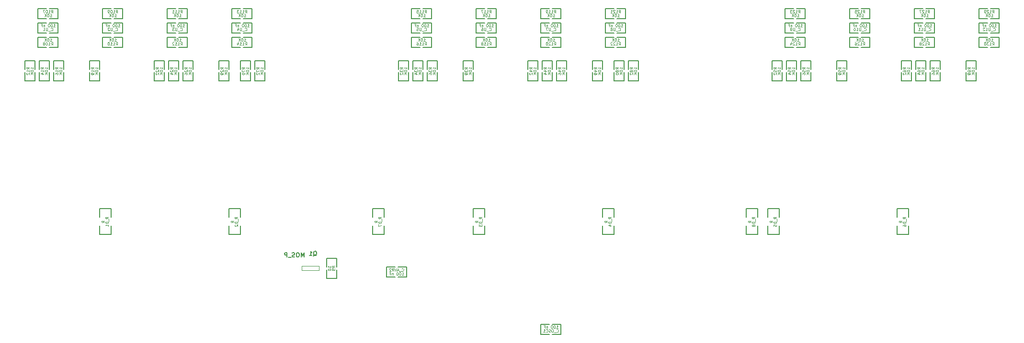
<source format=gbo>
G04 (created by PCBNEW (2013-may-18)-stable) date Fr 12 Dez 2014 14:12:43 CET*
%MOIN*%
G04 Gerber Fmt 3.4, Leading zero omitted, Abs format*
%FSLAX34Y34*%
G01*
G70*
G90*
G04 APERTURE LIST*
%ADD10C,0.00590551*%
%ADD11C,0.0047*%
%ADD12C,0.00787402*%
%ADD13C,0.0051*%
%ADD14C,0.0043*%
G04 APERTURE END LIST*
G54D10*
G54D11*
X43600Y-34600D02*
X42400Y-34600D01*
X42400Y-34600D02*
X42400Y-34900D01*
X42400Y-34900D02*
X43600Y-34900D01*
X43600Y-34900D02*
X43600Y-34600D01*
G54D12*
X85150Y-21100D02*
X85150Y-21700D01*
X85150Y-21700D02*
X85850Y-21700D01*
X85850Y-21700D02*
X85850Y-21100D01*
X85150Y-20900D02*
X85150Y-20300D01*
X85150Y-20300D02*
X85850Y-20300D01*
X85850Y-20300D02*
X85850Y-20900D01*
X84150Y-21100D02*
X84150Y-21700D01*
X84150Y-21700D02*
X84850Y-21700D01*
X84850Y-21700D02*
X84850Y-21100D01*
X84150Y-20900D02*
X84150Y-20300D01*
X84150Y-20300D02*
X84850Y-20300D01*
X84850Y-20300D02*
X84850Y-20900D01*
X79650Y-21100D02*
X79650Y-21700D01*
X79650Y-21700D02*
X80350Y-21700D01*
X80350Y-21700D02*
X80350Y-21100D01*
X79650Y-20900D02*
X79650Y-20300D01*
X79650Y-20300D02*
X80350Y-20300D01*
X80350Y-20300D02*
X80350Y-20900D01*
X77150Y-21100D02*
X77150Y-21700D01*
X77150Y-21700D02*
X77850Y-21700D01*
X77850Y-21700D02*
X77850Y-21100D01*
X77150Y-20900D02*
X77150Y-20300D01*
X77150Y-20300D02*
X77850Y-20300D01*
X77850Y-20300D02*
X77850Y-20900D01*
X23150Y-21100D02*
X23150Y-21700D01*
X23150Y-21700D02*
X23850Y-21700D01*
X23850Y-21700D02*
X23850Y-21100D01*
X23150Y-20900D02*
X23150Y-20300D01*
X23150Y-20300D02*
X23850Y-20300D01*
X23850Y-20300D02*
X23850Y-20900D01*
X53650Y-21100D02*
X53650Y-21700D01*
X53650Y-21700D02*
X54350Y-21700D01*
X54350Y-21700D02*
X54350Y-21100D01*
X53650Y-20900D02*
X53650Y-20300D01*
X53650Y-20300D02*
X54350Y-20300D01*
X54350Y-20300D02*
X54350Y-20900D01*
X86150Y-21100D02*
X86150Y-21700D01*
X86150Y-21700D02*
X86850Y-21700D01*
X86850Y-21700D02*
X86850Y-21100D01*
X86150Y-20900D02*
X86150Y-20300D01*
X86150Y-20300D02*
X86850Y-20300D01*
X86850Y-20300D02*
X86850Y-20900D01*
X36650Y-21100D02*
X36650Y-21700D01*
X36650Y-21700D02*
X37350Y-21700D01*
X37350Y-21700D02*
X37350Y-21100D01*
X36650Y-20900D02*
X36650Y-20300D01*
X36650Y-20300D02*
X37350Y-20300D01*
X37350Y-20300D02*
X37350Y-20900D01*
X49150Y-21100D02*
X49150Y-21700D01*
X49150Y-21700D02*
X49850Y-21700D01*
X49850Y-21700D02*
X49850Y-21100D01*
X49150Y-20900D02*
X49150Y-20300D01*
X49150Y-20300D02*
X49850Y-20300D01*
X49850Y-20300D02*
X49850Y-20900D01*
X50150Y-21100D02*
X50150Y-21700D01*
X50150Y-21700D02*
X50850Y-21700D01*
X50850Y-21700D02*
X50850Y-21100D01*
X50150Y-20900D02*
X50150Y-20300D01*
X50150Y-20300D02*
X50850Y-20300D01*
X50850Y-20300D02*
X50850Y-20900D01*
X24150Y-21100D02*
X24150Y-21700D01*
X24150Y-21700D02*
X24850Y-21700D01*
X24850Y-21700D02*
X24850Y-21100D01*
X24150Y-20900D02*
X24150Y-20300D01*
X24150Y-20300D02*
X24850Y-20300D01*
X24850Y-20300D02*
X24850Y-20900D01*
X51150Y-21100D02*
X51150Y-21700D01*
X51150Y-21700D02*
X51850Y-21700D01*
X51850Y-21700D02*
X51850Y-21100D01*
X51150Y-20900D02*
X51150Y-20300D01*
X51150Y-20300D02*
X51850Y-20300D01*
X51850Y-20300D02*
X51850Y-20900D01*
X76150Y-21100D02*
X76150Y-21700D01*
X76150Y-21700D02*
X76850Y-21700D01*
X76850Y-21700D02*
X76850Y-21100D01*
X76150Y-20900D02*
X76150Y-20300D01*
X76150Y-20300D02*
X76850Y-20300D01*
X76850Y-20300D02*
X76850Y-20900D01*
X75150Y-21100D02*
X75150Y-21700D01*
X75150Y-21700D02*
X75850Y-21700D01*
X75850Y-21700D02*
X75850Y-21100D01*
X75150Y-20900D02*
X75150Y-20300D01*
X75150Y-20300D02*
X75850Y-20300D01*
X75850Y-20300D02*
X75850Y-20900D01*
X62650Y-21100D02*
X62650Y-21700D01*
X62650Y-21700D02*
X63350Y-21700D01*
X63350Y-21700D02*
X63350Y-21100D01*
X62650Y-20900D02*
X62650Y-20300D01*
X62650Y-20300D02*
X63350Y-20300D01*
X63350Y-20300D02*
X63350Y-20900D01*
X60150Y-21100D02*
X60150Y-21700D01*
X60150Y-21700D02*
X60850Y-21700D01*
X60850Y-21700D02*
X60850Y-21100D01*
X60150Y-20900D02*
X60150Y-20300D01*
X60150Y-20300D02*
X60850Y-20300D01*
X60850Y-20300D02*
X60850Y-20900D01*
X59150Y-21100D02*
X59150Y-21700D01*
X59150Y-21700D02*
X59850Y-21700D01*
X59850Y-21700D02*
X59850Y-21100D01*
X59150Y-20900D02*
X59150Y-20300D01*
X59150Y-20300D02*
X59850Y-20300D01*
X59850Y-20300D02*
X59850Y-20900D01*
X58150Y-21100D02*
X58150Y-21700D01*
X58150Y-21700D02*
X58850Y-21700D01*
X58850Y-21700D02*
X58850Y-21100D01*
X58150Y-20900D02*
X58150Y-20300D01*
X58150Y-20300D02*
X58850Y-20300D01*
X58850Y-20300D02*
X58850Y-20900D01*
X25150Y-21100D02*
X25150Y-21700D01*
X25150Y-21700D02*
X25850Y-21700D01*
X25850Y-21700D02*
X25850Y-21100D01*
X25150Y-20900D02*
X25150Y-20300D01*
X25150Y-20300D02*
X25850Y-20300D01*
X25850Y-20300D02*
X25850Y-20900D01*
X27650Y-21100D02*
X27650Y-21700D01*
X27650Y-21700D02*
X28350Y-21700D01*
X28350Y-21700D02*
X28350Y-21100D01*
X27650Y-20900D02*
X27650Y-20300D01*
X27650Y-20300D02*
X28350Y-20300D01*
X28350Y-20300D02*
X28350Y-20900D01*
X32150Y-21100D02*
X32150Y-21700D01*
X32150Y-21700D02*
X32850Y-21700D01*
X32850Y-21700D02*
X32850Y-21100D01*
X32150Y-20900D02*
X32150Y-20300D01*
X32150Y-20300D02*
X32850Y-20300D01*
X32850Y-20300D02*
X32850Y-20900D01*
X34150Y-21100D02*
X34150Y-21700D01*
X34150Y-21700D02*
X34850Y-21700D01*
X34850Y-21700D02*
X34850Y-21100D01*
X34150Y-20900D02*
X34150Y-20300D01*
X34150Y-20300D02*
X34850Y-20300D01*
X34850Y-20300D02*
X34850Y-20900D01*
X33150Y-21100D02*
X33150Y-21700D01*
X33150Y-21700D02*
X33850Y-21700D01*
X33850Y-21700D02*
X33850Y-21100D01*
X33150Y-20900D02*
X33150Y-20300D01*
X33150Y-20300D02*
X33850Y-20300D01*
X33850Y-20300D02*
X33850Y-20900D01*
X44850Y-34650D02*
X44850Y-34050D01*
X44850Y-34050D02*
X44150Y-34050D01*
X44150Y-34050D02*
X44150Y-34650D01*
X44850Y-34850D02*
X44850Y-35450D01*
X44850Y-35450D02*
X44150Y-35450D01*
X44150Y-35450D02*
X44150Y-34850D01*
X64150Y-21100D02*
X64150Y-21700D01*
X64150Y-21700D02*
X64850Y-21700D01*
X64850Y-21700D02*
X64850Y-21100D01*
X64150Y-20900D02*
X64150Y-20300D01*
X64150Y-20300D02*
X64850Y-20300D01*
X64850Y-20300D02*
X64850Y-20900D01*
X38150Y-21100D02*
X38150Y-21700D01*
X38150Y-21700D02*
X38850Y-21700D01*
X38850Y-21700D02*
X38850Y-21100D01*
X38150Y-20900D02*
X38150Y-20300D01*
X38150Y-20300D02*
X38850Y-20300D01*
X38850Y-20300D02*
X38850Y-20900D01*
X88650Y-21100D02*
X88650Y-21700D01*
X88650Y-21700D02*
X89350Y-21700D01*
X89350Y-21700D02*
X89350Y-21100D01*
X88650Y-20900D02*
X88650Y-20300D01*
X88650Y-20300D02*
X89350Y-20300D01*
X89350Y-20300D02*
X89350Y-20900D01*
X55350Y-19350D02*
X55950Y-19350D01*
X55950Y-19350D02*
X55950Y-18650D01*
X55950Y-18650D02*
X55350Y-18650D01*
X55150Y-19350D02*
X54550Y-19350D01*
X54550Y-19350D02*
X54550Y-18650D01*
X54550Y-18650D02*
X55150Y-18650D01*
X24650Y-16650D02*
X24050Y-16650D01*
X24050Y-16650D02*
X24050Y-17350D01*
X24050Y-17350D02*
X24650Y-17350D01*
X24850Y-16650D02*
X25450Y-16650D01*
X25450Y-16650D02*
X25450Y-17350D01*
X25450Y-17350D02*
X24850Y-17350D01*
X24850Y-19350D02*
X25450Y-19350D01*
X25450Y-19350D02*
X25450Y-18650D01*
X25450Y-18650D02*
X24850Y-18650D01*
X24650Y-19350D02*
X24050Y-19350D01*
X24050Y-19350D02*
X24050Y-18650D01*
X24050Y-18650D02*
X24650Y-18650D01*
X29150Y-16650D02*
X28550Y-16650D01*
X28550Y-16650D02*
X28550Y-17350D01*
X28550Y-17350D02*
X29150Y-17350D01*
X29350Y-16650D02*
X29950Y-16650D01*
X29950Y-16650D02*
X29950Y-17350D01*
X29950Y-17350D02*
X29350Y-17350D01*
X29350Y-19350D02*
X29950Y-19350D01*
X29950Y-19350D02*
X29950Y-18650D01*
X29950Y-18650D02*
X29350Y-18650D01*
X29150Y-19350D02*
X28550Y-19350D01*
X28550Y-19350D02*
X28550Y-18650D01*
X28550Y-18650D02*
X29150Y-18650D01*
X33650Y-16650D02*
X33050Y-16650D01*
X33050Y-16650D02*
X33050Y-17350D01*
X33050Y-17350D02*
X33650Y-17350D01*
X33850Y-16650D02*
X34450Y-16650D01*
X34450Y-16650D02*
X34450Y-17350D01*
X34450Y-17350D02*
X33850Y-17350D01*
X33850Y-19350D02*
X34450Y-19350D01*
X34450Y-19350D02*
X34450Y-18650D01*
X34450Y-18650D02*
X33850Y-18650D01*
X33650Y-19350D02*
X33050Y-19350D01*
X33050Y-19350D02*
X33050Y-18650D01*
X33050Y-18650D02*
X33650Y-18650D01*
X38150Y-16650D02*
X37550Y-16650D01*
X37550Y-16650D02*
X37550Y-17350D01*
X37550Y-17350D02*
X38150Y-17350D01*
X38350Y-16650D02*
X38950Y-16650D01*
X38950Y-16650D02*
X38950Y-17350D01*
X38950Y-17350D02*
X38350Y-17350D01*
X38350Y-19350D02*
X38950Y-19350D01*
X38950Y-19350D02*
X38950Y-18650D01*
X38950Y-18650D02*
X38350Y-18650D01*
X38150Y-19350D02*
X37550Y-19350D01*
X37550Y-19350D02*
X37550Y-18650D01*
X37550Y-18650D02*
X38150Y-18650D01*
X50650Y-16650D02*
X50050Y-16650D01*
X50050Y-16650D02*
X50050Y-17350D01*
X50050Y-17350D02*
X50650Y-17350D01*
X50850Y-16650D02*
X51450Y-16650D01*
X51450Y-16650D02*
X51450Y-17350D01*
X51450Y-17350D02*
X50850Y-17350D01*
X50850Y-19350D02*
X51450Y-19350D01*
X51450Y-19350D02*
X51450Y-18650D01*
X51450Y-18650D02*
X50850Y-18650D01*
X50650Y-19350D02*
X50050Y-19350D01*
X50050Y-19350D02*
X50050Y-18650D01*
X50050Y-18650D02*
X50650Y-18650D01*
X55150Y-16650D02*
X54550Y-16650D01*
X54550Y-16650D02*
X54550Y-17350D01*
X54550Y-17350D02*
X55150Y-17350D01*
X55350Y-16650D02*
X55950Y-16650D01*
X55950Y-16650D02*
X55950Y-17350D01*
X55950Y-17350D02*
X55350Y-17350D01*
X59650Y-16650D02*
X59050Y-16650D01*
X59050Y-16650D02*
X59050Y-17350D01*
X59050Y-17350D02*
X59650Y-17350D01*
X59850Y-16650D02*
X60450Y-16650D01*
X60450Y-16650D02*
X60450Y-17350D01*
X60450Y-17350D02*
X59850Y-17350D01*
X59850Y-19350D02*
X60450Y-19350D01*
X60450Y-19350D02*
X60450Y-18650D01*
X60450Y-18650D02*
X59850Y-18650D01*
X59650Y-19350D02*
X59050Y-19350D01*
X59050Y-19350D02*
X59050Y-18650D01*
X59050Y-18650D02*
X59650Y-18650D01*
X64150Y-16650D02*
X63550Y-16650D01*
X63550Y-16650D02*
X63550Y-17350D01*
X63550Y-17350D02*
X64150Y-17350D01*
X64350Y-16650D02*
X64950Y-16650D01*
X64950Y-16650D02*
X64950Y-17350D01*
X64950Y-17350D02*
X64350Y-17350D01*
X64350Y-19350D02*
X64950Y-19350D01*
X64950Y-19350D02*
X64950Y-18650D01*
X64950Y-18650D02*
X64350Y-18650D01*
X64150Y-19350D02*
X63550Y-19350D01*
X63550Y-19350D02*
X63550Y-18650D01*
X63550Y-18650D02*
X64150Y-18650D01*
X76650Y-16650D02*
X76050Y-16650D01*
X76050Y-16650D02*
X76050Y-17350D01*
X76050Y-17350D02*
X76650Y-17350D01*
X76850Y-16650D02*
X77450Y-16650D01*
X77450Y-16650D02*
X77450Y-17350D01*
X77450Y-17350D02*
X76850Y-17350D01*
X76850Y-19350D02*
X77450Y-19350D01*
X77450Y-19350D02*
X77450Y-18650D01*
X77450Y-18650D02*
X76850Y-18650D01*
X76650Y-19350D02*
X76050Y-19350D01*
X76050Y-19350D02*
X76050Y-18650D01*
X76050Y-18650D02*
X76650Y-18650D01*
X81150Y-16650D02*
X80550Y-16650D01*
X80550Y-16650D02*
X80550Y-17350D01*
X80550Y-17350D02*
X81150Y-17350D01*
X81350Y-16650D02*
X81950Y-16650D01*
X81950Y-16650D02*
X81950Y-17350D01*
X81950Y-17350D02*
X81350Y-17350D01*
X81350Y-19350D02*
X81950Y-19350D01*
X81950Y-19350D02*
X81950Y-18650D01*
X81950Y-18650D02*
X81350Y-18650D01*
X81150Y-19350D02*
X80550Y-19350D01*
X80550Y-19350D02*
X80550Y-18650D01*
X80550Y-18650D02*
X81150Y-18650D01*
X85650Y-16650D02*
X85050Y-16650D01*
X85050Y-16650D02*
X85050Y-17350D01*
X85050Y-17350D02*
X85650Y-17350D01*
X85850Y-16650D02*
X86450Y-16650D01*
X86450Y-16650D02*
X86450Y-17350D01*
X86450Y-17350D02*
X85850Y-17350D01*
X85850Y-19350D02*
X86450Y-19350D01*
X86450Y-19350D02*
X86450Y-18650D01*
X86450Y-18650D02*
X85850Y-18650D01*
X85650Y-19350D02*
X85050Y-19350D01*
X85050Y-19350D02*
X85050Y-18650D01*
X85050Y-18650D02*
X85650Y-18650D01*
X90150Y-16650D02*
X89550Y-16650D01*
X89550Y-16650D02*
X89550Y-17350D01*
X89550Y-17350D02*
X90150Y-17350D01*
X90350Y-16650D02*
X90950Y-16650D01*
X90950Y-16650D02*
X90950Y-17350D01*
X90950Y-17350D02*
X90350Y-17350D01*
X90350Y-19350D02*
X90950Y-19350D01*
X90950Y-19350D02*
X90950Y-18650D01*
X90950Y-18650D02*
X90350Y-18650D01*
X90150Y-19350D02*
X89550Y-19350D01*
X89550Y-19350D02*
X89550Y-18650D01*
X89550Y-18650D02*
X90150Y-18650D01*
G54D10*
X29150Y-31200D02*
X29150Y-30600D01*
X29150Y-30600D02*
X28350Y-30600D01*
X28350Y-30600D02*
X28350Y-31200D01*
X29150Y-31800D02*
X29150Y-32400D01*
X29150Y-32400D02*
X28350Y-32400D01*
X28350Y-32400D02*
X28350Y-31800D01*
X38150Y-31200D02*
X38150Y-30600D01*
X38150Y-30600D02*
X37350Y-30600D01*
X37350Y-30600D02*
X37350Y-31200D01*
X38150Y-31800D02*
X38150Y-32400D01*
X38150Y-32400D02*
X37350Y-32400D01*
X37350Y-32400D02*
X37350Y-31800D01*
X55150Y-31200D02*
X55150Y-30600D01*
X55150Y-30600D02*
X54350Y-30600D01*
X54350Y-30600D02*
X54350Y-31200D01*
X55150Y-31800D02*
X55150Y-32400D01*
X55150Y-32400D02*
X54350Y-32400D01*
X54350Y-32400D02*
X54350Y-31800D01*
X64150Y-31200D02*
X64150Y-30600D01*
X64150Y-30600D02*
X63350Y-30600D01*
X63350Y-30600D02*
X63350Y-31200D01*
X64150Y-31800D02*
X64150Y-32400D01*
X64150Y-32400D02*
X63350Y-32400D01*
X63350Y-32400D02*
X63350Y-31800D01*
X75650Y-31200D02*
X75650Y-30600D01*
X75650Y-30600D02*
X74850Y-30600D01*
X74850Y-30600D02*
X74850Y-31200D01*
X75650Y-31800D02*
X75650Y-32400D01*
X75650Y-32400D02*
X74850Y-32400D01*
X74850Y-32400D02*
X74850Y-31800D01*
X84650Y-31200D02*
X84650Y-30600D01*
X84650Y-30600D02*
X83850Y-30600D01*
X83850Y-30600D02*
X83850Y-31200D01*
X84650Y-31800D02*
X84650Y-32400D01*
X84650Y-32400D02*
X83850Y-32400D01*
X83850Y-32400D02*
X83850Y-31800D01*
X48150Y-31200D02*
X48150Y-30600D01*
X48150Y-30600D02*
X47350Y-30600D01*
X47350Y-30600D02*
X47350Y-31200D01*
X48150Y-31800D02*
X48150Y-32400D01*
X48150Y-32400D02*
X47350Y-32400D01*
X47350Y-32400D02*
X47350Y-31800D01*
X74150Y-31200D02*
X74150Y-30600D01*
X74150Y-30600D02*
X73350Y-30600D01*
X73350Y-30600D02*
X73350Y-31200D01*
X74150Y-31800D02*
X74150Y-32400D01*
X74150Y-32400D02*
X73350Y-32400D01*
X73350Y-32400D02*
X73350Y-31800D01*
G54D12*
X48900Y-34650D02*
X48300Y-34650D01*
X48300Y-34650D02*
X48300Y-35350D01*
X48300Y-35350D02*
X48900Y-35350D01*
X49100Y-34650D02*
X49700Y-34650D01*
X49700Y-34650D02*
X49700Y-35350D01*
X49700Y-35350D02*
X49100Y-35350D01*
X59850Y-39350D02*
X60450Y-39350D01*
X60450Y-39350D02*
X60450Y-38650D01*
X60450Y-38650D02*
X59850Y-38650D01*
X59650Y-39350D02*
X59050Y-39350D01*
X59050Y-39350D02*
X59050Y-38650D01*
X59050Y-38650D02*
X59650Y-38650D01*
X90350Y-18350D02*
X90950Y-18350D01*
X90950Y-18350D02*
X90950Y-17650D01*
X90950Y-17650D02*
X90350Y-17650D01*
X90150Y-18350D02*
X89550Y-18350D01*
X89550Y-18350D02*
X89550Y-17650D01*
X89550Y-17650D02*
X90150Y-17650D01*
X85850Y-18350D02*
X86450Y-18350D01*
X86450Y-18350D02*
X86450Y-17650D01*
X86450Y-17650D02*
X85850Y-17650D01*
X85650Y-18350D02*
X85050Y-18350D01*
X85050Y-18350D02*
X85050Y-17650D01*
X85050Y-17650D02*
X85650Y-17650D01*
X76850Y-18350D02*
X77450Y-18350D01*
X77450Y-18350D02*
X77450Y-17650D01*
X77450Y-17650D02*
X76850Y-17650D01*
X76650Y-18350D02*
X76050Y-18350D01*
X76050Y-18350D02*
X76050Y-17650D01*
X76050Y-17650D02*
X76650Y-17650D01*
X64350Y-18350D02*
X64950Y-18350D01*
X64950Y-18350D02*
X64950Y-17650D01*
X64950Y-17650D02*
X64350Y-17650D01*
X64150Y-18350D02*
X63550Y-18350D01*
X63550Y-18350D02*
X63550Y-17650D01*
X63550Y-17650D02*
X64150Y-17650D01*
X59850Y-18350D02*
X60450Y-18350D01*
X60450Y-18350D02*
X60450Y-17650D01*
X60450Y-17650D02*
X59850Y-17650D01*
X59650Y-18350D02*
X59050Y-18350D01*
X59050Y-18350D02*
X59050Y-17650D01*
X59050Y-17650D02*
X59650Y-17650D01*
X55350Y-18350D02*
X55950Y-18350D01*
X55950Y-18350D02*
X55950Y-17650D01*
X55950Y-17650D02*
X55350Y-17650D01*
X55150Y-18350D02*
X54550Y-18350D01*
X54550Y-18350D02*
X54550Y-17650D01*
X54550Y-17650D02*
X55150Y-17650D01*
X50850Y-18350D02*
X51450Y-18350D01*
X51450Y-18350D02*
X51450Y-17650D01*
X51450Y-17650D02*
X50850Y-17650D01*
X50650Y-18350D02*
X50050Y-18350D01*
X50050Y-18350D02*
X50050Y-17650D01*
X50050Y-17650D02*
X50650Y-17650D01*
X38350Y-18350D02*
X38950Y-18350D01*
X38950Y-18350D02*
X38950Y-17650D01*
X38950Y-17650D02*
X38350Y-17650D01*
X38150Y-18350D02*
X37550Y-18350D01*
X37550Y-18350D02*
X37550Y-17650D01*
X37550Y-17650D02*
X38150Y-17650D01*
X33850Y-18350D02*
X34450Y-18350D01*
X34450Y-18350D02*
X34450Y-17650D01*
X34450Y-17650D02*
X33850Y-17650D01*
X33650Y-18350D02*
X33050Y-18350D01*
X33050Y-18350D02*
X33050Y-17650D01*
X33050Y-17650D02*
X33650Y-17650D01*
X29350Y-18350D02*
X29950Y-18350D01*
X29950Y-18350D02*
X29950Y-17650D01*
X29950Y-17650D02*
X29350Y-17650D01*
X29150Y-18350D02*
X28550Y-18350D01*
X28550Y-18350D02*
X28550Y-17650D01*
X28550Y-17650D02*
X29150Y-17650D01*
X24850Y-18350D02*
X25450Y-18350D01*
X25450Y-18350D02*
X25450Y-17650D01*
X25450Y-17650D02*
X24850Y-17650D01*
X24650Y-18350D02*
X24050Y-18350D01*
X24050Y-18350D02*
X24050Y-17650D01*
X24050Y-17650D02*
X24650Y-17650D01*
X81350Y-18350D02*
X81950Y-18350D01*
X81950Y-18350D02*
X81950Y-17650D01*
X81950Y-17650D02*
X81350Y-17650D01*
X81150Y-18350D02*
X80550Y-18350D01*
X80550Y-18350D02*
X80550Y-17650D01*
X80550Y-17650D02*
X81150Y-17650D01*
X39150Y-21100D02*
X39150Y-21700D01*
X39150Y-21700D02*
X39850Y-21700D01*
X39850Y-21700D02*
X39850Y-21100D01*
X39150Y-20900D02*
X39150Y-20300D01*
X39150Y-20300D02*
X39850Y-20300D01*
X39850Y-20300D02*
X39850Y-20900D01*
X65150Y-21100D02*
X65150Y-21700D01*
X65150Y-21700D02*
X65850Y-21700D01*
X65850Y-21700D02*
X65850Y-21100D01*
X65150Y-20900D02*
X65150Y-20300D01*
X65150Y-20300D02*
X65850Y-20300D01*
X65850Y-20300D02*
X65850Y-20900D01*
G54D13*
X43228Y-33900D02*
X43257Y-33885D01*
X43285Y-33857D01*
X43328Y-33814D01*
X43357Y-33800D01*
X43385Y-33800D01*
X43371Y-33871D02*
X43400Y-33857D01*
X43428Y-33828D01*
X43442Y-33771D01*
X43442Y-33671D01*
X43428Y-33614D01*
X43400Y-33585D01*
X43371Y-33571D01*
X43314Y-33571D01*
X43285Y-33585D01*
X43257Y-33614D01*
X43242Y-33671D01*
X43242Y-33771D01*
X43257Y-33828D01*
X43285Y-33857D01*
X43314Y-33871D01*
X43371Y-33871D01*
X42957Y-33871D02*
X43128Y-33871D01*
X43042Y-33871D02*
X43042Y-33571D01*
X43071Y-33614D01*
X43100Y-33642D01*
X43128Y-33657D01*
X42564Y-33971D02*
X42564Y-33671D01*
X42464Y-33885D01*
X42364Y-33671D01*
X42364Y-33971D01*
X42164Y-33671D02*
X42107Y-33671D01*
X42078Y-33685D01*
X42050Y-33714D01*
X42035Y-33771D01*
X42035Y-33871D01*
X42050Y-33928D01*
X42078Y-33957D01*
X42107Y-33971D01*
X42164Y-33971D01*
X42192Y-33957D01*
X42221Y-33928D01*
X42235Y-33871D01*
X42235Y-33771D01*
X42221Y-33714D01*
X42192Y-33685D01*
X42164Y-33671D01*
X41921Y-33957D02*
X41878Y-33971D01*
X41807Y-33971D01*
X41778Y-33957D01*
X41764Y-33942D01*
X41750Y-33914D01*
X41750Y-33885D01*
X41764Y-33857D01*
X41778Y-33842D01*
X41807Y-33828D01*
X41864Y-33814D01*
X41892Y-33800D01*
X41907Y-33785D01*
X41921Y-33757D01*
X41921Y-33728D01*
X41907Y-33700D01*
X41892Y-33685D01*
X41864Y-33671D01*
X41792Y-33671D01*
X41750Y-33685D01*
X41692Y-34000D02*
X41464Y-34000D01*
X41392Y-33971D02*
X41392Y-33671D01*
X41278Y-33671D01*
X41250Y-33685D01*
X41235Y-33700D01*
X41221Y-33728D01*
X41221Y-33771D01*
X41235Y-33800D01*
X41250Y-33814D01*
X41278Y-33828D01*
X41392Y-33828D01*
G54D14*
X85454Y-20873D02*
X85360Y-20807D01*
X85454Y-20760D02*
X85257Y-20760D01*
X85257Y-20835D01*
X85267Y-20854D01*
X85276Y-20863D01*
X85295Y-20873D01*
X85323Y-20873D01*
X85342Y-20863D01*
X85351Y-20854D01*
X85360Y-20835D01*
X85360Y-20760D01*
X85257Y-21042D02*
X85257Y-21004D01*
X85267Y-20985D01*
X85276Y-20976D01*
X85304Y-20957D01*
X85342Y-20948D01*
X85417Y-20948D01*
X85435Y-20957D01*
X85445Y-20967D01*
X85454Y-20985D01*
X85454Y-21023D01*
X85445Y-21042D01*
X85435Y-21051D01*
X85417Y-21060D01*
X85370Y-21060D01*
X85351Y-21051D01*
X85342Y-21042D01*
X85332Y-21023D01*
X85332Y-20985D01*
X85342Y-20967D01*
X85351Y-20957D01*
X85370Y-20948D01*
X85323Y-21229D02*
X85454Y-21229D01*
X85248Y-21182D02*
X85389Y-21136D01*
X85389Y-21257D01*
X85729Y-20863D02*
X85729Y-20751D01*
X85729Y-20807D02*
X85532Y-20807D01*
X85560Y-20788D01*
X85579Y-20770D01*
X85589Y-20751D01*
X85532Y-20985D02*
X85532Y-21004D01*
X85542Y-21023D01*
X85551Y-21032D01*
X85570Y-21042D01*
X85607Y-21051D01*
X85654Y-21051D01*
X85692Y-21042D01*
X85710Y-21032D01*
X85720Y-21023D01*
X85729Y-21004D01*
X85729Y-20985D01*
X85720Y-20967D01*
X85710Y-20957D01*
X85692Y-20948D01*
X85654Y-20939D01*
X85607Y-20939D01*
X85570Y-20948D01*
X85551Y-20957D01*
X85542Y-20967D01*
X85532Y-20985D01*
X85729Y-21136D02*
X85532Y-21136D01*
X85729Y-21248D02*
X85617Y-21164D01*
X85532Y-21248D02*
X85645Y-21136D01*
X84454Y-20873D02*
X84360Y-20807D01*
X84454Y-20760D02*
X84257Y-20760D01*
X84257Y-20835D01*
X84267Y-20854D01*
X84276Y-20863D01*
X84295Y-20873D01*
X84323Y-20873D01*
X84342Y-20863D01*
X84351Y-20854D01*
X84360Y-20835D01*
X84360Y-20760D01*
X84257Y-21042D02*
X84257Y-21004D01*
X84267Y-20985D01*
X84276Y-20976D01*
X84304Y-20957D01*
X84342Y-20948D01*
X84417Y-20948D01*
X84435Y-20957D01*
X84445Y-20967D01*
X84454Y-20985D01*
X84454Y-21023D01*
X84445Y-21042D01*
X84435Y-21051D01*
X84417Y-21060D01*
X84370Y-21060D01*
X84351Y-21051D01*
X84342Y-21042D01*
X84332Y-21023D01*
X84332Y-20985D01*
X84342Y-20967D01*
X84351Y-20957D01*
X84370Y-20948D01*
X84276Y-21136D02*
X84267Y-21145D01*
X84257Y-21164D01*
X84257Y-21211D01*
X84267Y-21229D01*
X84276Y-21239D01*
X84295Y-21248D01*
X84314Y-21248D01*
X84342Y-21239D01*
X84454Y-21126D01*
X84454Y-21248D01*
X84729Y-20863D02*
X84729Y-20751D01*
X84729Y-20807D02*
X84532Y-20807D01*
X84560Y-20788D01*
X84579Y-20770D01*
X84589Y-20751D01*
X84532Y-20985D02*
X84532Y-21004D01*
X84542Y-21023D01*
X84551Y-21032D01*
X84570Y-21042D01*
X84607Y-21051D01*
X84654Y-21051D01*
X84692Y-21042D01*
X84710Y-21032D01*
X84720Y-21023D01*
X84729Y-21004D01*
X84729Y-20985D01*
X84720Y-20967D01*
X84710Y-20957D01*
X84692Y-20948D01*
X84654Y-20939D01*
X84607Y-20939D01*
X84570Y-20948D01*
X84551Y-20957D01*
X84542Y-20967D01*
X84532Y-20985D01*
X84729Y-21136D02*
X84532Y-21136D01*
X84729Y-21248D02*
X84617Y-21164D01*
X84532Y-21248D02*
X84645Y-21136D01*
X79954Y-20873D02*
X79860Y-20807D01*
X79954Y-20760D02*
X79757Y-20760D01*
X79757Y-20835D01*
X79767Y-20854D01*
X79776Y-20863D01*
X79795Y-20873D01*
X79823Y-20873D01*
X79842Y-20863D01*
X79851Y-20854D01*
X79860Y-20835D01*
X79860Y-20760D01*
X79757Y-21051D02*
X79757Y-20957D01*
X79851Y-20948D01*
X79842Y-20957D01*
X79832Y-20976D01*
X79832Y-21023D01*
X79842Y-21042D01*
X79851Y-21051D01*
X79870Y-21060D01*
X79917Y-21060D01*
X79935Y-21051D01*
X79945Y-21042D01*
X79954Y-21023D01*
X79954Y-20976D01*
X79945Y-20957D01*
X79935Y-20948D01*
X79954Y-21154D02*
X79954Y-21192D01*
X79945Y-21211D01*
X79935Y-21220D01*
X79907Y-21239D01*
X79870Y-21248D01*
X79795Y-21248D01*
X79776Y-21239D01*
X79767Y-21229D01*
X79757Y-21211D01*
X79757Y-21173D01*
X79767Y-21154D01*
X79776Y-21145D01*
X79795Y-21136D01*
X79842Y-21136D01*
X79860Y-21145D01*
X79870Y-21154D01*
X79879Y-21173D01*
X79879Y-21211D01*
X79870Y-21229D01*
X79860Y-21239D01*
X79842Y-21248D01*
X80229Y-20863D02*
X80229Y-20751D01*
X80229Y-20807D02*
X80032Y-20807D01*
X80060Y-20788D01*
X80079Y-20770D01*
X80089Y-20751D01*
X80032Y-20985D02*
X80032Y-21004D01*
X80042Y-21023D01*
X80051Y-21032D01*
X80070Y-21042D01*
X80107Y-21051D01*
X80154Y-21051D01*
X80192Y-21042D01*
X80210Y-21032D01*
X80220Y-21023D01*
X80229Y-21004D01*
X80229Y-20985D01*
X80220Y-20967D01*
X80210Y-20957D01*
X80192Y-20948D01*
X80154Y-20939D01*
X80107Y-20939D01*
X80070Y-20948D01*
X80051Y-20957D01*
X80042Y-20967D01*
X80032Y-20985D01*
X80229Y-21136D02*
X80032Y-21136D01*
X80229Y-21248D02*
X80117Y-21164D01*
X80032Y-21248D02*
X80145Y-21136D01*
X77454Y-20873D02*
X77360Y-20807D01*
X77454Y-20760D02*
X77257Y-20760D01*
X77257Y-20835D01*
X77267Y-20854D01*
X77276Y-20863D01*
X77295Y-20873D01*
X77323Y-20873D01*
X77342Y-20863D01*
X77351Y-20854D01*
X77360Y-20835D01*
X77360Y-20760D01*
X77257Y-21051D02*
X77257Y-20957D01*
X77351Y-20948D01*
X77342Y-20957D01*
X77332Y-20976D01*
X77332Y-21023D01*
X77342Y-21042D01*
X77351Y-21051D01*
X77370Y-21060D01*
X77417Y-21060D01*
X77435Y-21051D01*
X77445Y-21042D01*
X77454Y-21023D01*
X77454Y-20976D01*
X77445Y-20957D01*
X77435Y-20948D01*
X77257Y-21229D02*
X77257Y-21192D01*
X77267Y-21173D01*
X77276Y-21164D01*
X77304Y-21145D01*
X77342Y-21136D01*
X77417Y-21136D01*
X77435Y-21145D01*
X77445Y-21154D01*
X77454Y-21173D01*
X77454Y-21211D01*
X77445Y-21229D01*
X77435Y-21239D01*
X77417Y-21248D01*
X77370Y-21248D01*
X77351Y-21239D01*
X77342Y-21229D01*
X77332Y-21211D01*
X77332Y-21173D01*
X77342Y-21154D01*
X77351Y-21145D01*
X77370Y-21136D01*
X77729Y-20863D02*
X77729Y-20751D01*
X77729Y-20807D02*
X77532Y-20807D01*
X77560Y-20788D01*
X77579Y-20770D01*
X77589Y-20751D01*
X77532Y-20985D02*
X77532Y-21004D01*
X77542Y-21023D01*
X77551Y-21032D01*
X77570Y-21042D01*
X77607Y-21051D01*
X77654Y-21051D01*
X77692Y-21042D01*
X77710Y-21032D01*
X77720Y-21023D01*
X77729Y-21004D01*
X77729Y-20985D01*
X77720Y-20967D01*
X77710Y-20957D01*
X77692Y-20948D01*
X77654Y-20939D01*
X77607Y-20939D01*
X77570Y-20948D01*
X77551Y-20957D01*
X77542Y-20967D01*
X77532Y-20985D01*
X77729Y-21136D02*
X77532Y-21136D01*
X77729Y-21248D02*
X77617Y-21164D01*
X77532Y-21248D02*
X77645Y-21136D01*
X23454Y-20873D02*
X23360Y-20807D01*
X23454Y-20760D02*
X23257Y-20760D01*
X23257Y-20835D01*
X23267Y-20854D01*
X23276Y-20863D01*
X23295Y-20873D01*
X23323Y-20873D01*
X23342Y-20863D01*
X23351Y-20854D01*
X23360Y-20835D01*
X23360Y-20760D01*
X23454Y-21060D02*
X23454Y-20948D01*
X23454Y-21004D02*
X23257Y-21004D01*
X23285Y-20985D01*
X23304Y-20967D01*
X23314Y-20948D01*
X23276Y-21136D02*
X23267Y-21145D01*
X23257Y-21164D01*
X23257Y-21211D01*
X23267Y-21229D01*
X23276Y-21239D01*
X23295Y-21248D01*
X23314Y-21248D01*
X23342Y-21239D01*
X23454Y-21126D01*
X23454Y-21248D01*
X23729Y-20863D02*
X23729Y-20751D01*
X23729Y-20807D02*
X23532Y-20807D01*
X23560Y-20788D01*
X23579Y-20770D01*
X23589Y-20751D01*
X23532Y-20985D02*
X23532Y-21004D01*
X23542Y-21023D01*
X23551Y-21032D01*
X23570Y-21042D01*
X23607Y-21051D01*
X23654Y-21051D01*
X23692Y-21042D01*
X23710Y-21032D01*
X23720Y-21023D01*
X23729Y-21004D01*
X23729Y-20985D01*
X23720Y-20967D01*
X23710Y-20957D01*
X23692Y-20948D01*
X23654Y-20939D01*
X23607Y-20939D01*
X23570Y-20948D01*
X23551Y-20957D01*
X23542Y-20967D01*
X23532Y-20985D01*
X23729Y-21136D02*
X23532Y-21136D01*
X23729Y-21248D02*
X23617Y-21164D01*
X23532Y-21248D02*
X23645Y-21136D01*
X53954Y-20873D02*
X53860Y-20807D01*
X53954Y-20760D02*
X53757Y-20760D01*
X53757Y-20835D01*
X53767Y-20854D01*
X53776Y-20863D01*
X53795Y-20873D01*
X53823Y-20873D01*
X53842Y-20863D01*
X53851Y-20854D01*
X53860Y-20835D01*
X53860Y-20760D01*
X53757Y-20939D02*
X53757Y-21060D01*
X53832Y-20995D01*
X53832Y-21023D01*
X53842Y-21042D01*
X53851Y-21051D01*
X53870Y-21060D01*
X53917Y-21060D01*
X53935Y-21051D01*
X53945Y-21042D01*
X53954Y-21023D01*
X53954Y-20967D01*
X53945Y-20948D01*
X53935Y-20939D01*
X53954Y-21154D02*
X53954Y-21192D01*
X53945Y-21211D01*
X53935Y-21220D01*
X53907Y-21239D01*
X53870Y-21248D01*
X53795Y-21248D01*
X53776Y-21239D01*
X53767Y-21229D01*
X53757Y-21211D01*
X53757Y-21173D01*
X53767Y-21154D01*
X53776Y-21145D01*
X53795Y-21136D01*
X53842Y-21136D01*
X53860Y-21145D01*
X53870Y-21154D01*
X53879Y-21173D01*
X53879Y-21211D01*
X53870Y-21229D01*
X53860Y-21239D01*
X53842Y-21248D01*
X54229Y-20863D02*
X54229Y-20751D01*
X54229Y-20807D02*
X54032Y-20807D01*
X54060Y-20788D01*
X54079Y-20770D01*
X54089Y-20751D01*
X54032Y-20985D02*
X54032Y-21004D01*
X54042Y-21023D01*
X54051Y-21032D01*
X54070Y-21042D01*
X54107Y-21051D01*
X54154Y-21051D01*
X54192Y-21042D01*
X54210Y-21032D01*
X54220Y-21023D01*
X54229Y-21004D01*
X54229Y-20985D01*
X54220Y-20967D01*
X54210Y-20957D01*
X54192Y-20948D01*
X54154Y-20939D01*
X54107Y-20939D01*
X54070Y-20948D01*
X54051Y-20957D01*
X54042Y-20967D01*
X54032Y-20985D01*
X54229Y-21136D02*
X54032Y-21136D01*
X54229Y-21248D02*
X54117Y-21164D01*
X54032Y-21248D02*
X54145Y-21136D01*
X86454Y-20873D02*
X86360Y-20807D01*
X86454Y-20760D02*
X86257Y-20760D01*
X86257Y-20835D01*
X86267Y-20854D01*
X86276Y-20863D01*
X86295Y-20873D01*
X86323Y-20873D01*
X86342Y-20863D01*
X86351Y-20854D01*
X86360Y-20835D01*
X86360Y-20760D01*
X86257Y-21042D02*
X86257Y-21004D01*
X86267Y-20985D01*
X86276Y-20976D01*
X86304Y-20957D01*
X86342Y-20948D01*
X86417Y-20948D01*
X86435Y-20957D01*
X86445Y-20967D01*
X86454Y-20985D01*
X86454Y-21023D01*
X86445Y-21042D01*
X86435Y-21051D01*
X86417Y-21060D01*
X86370Y-21060D01*
X86351Y-21051D01*
X86342Y-21042D01*
X86332Y-21023D01*
X86332Y-20985D01*
X86342Y-20967D01*
X86351Y-20957D01*
X86370Y-20948D01*
X86257Y-21229D02*
X86257Y-21192D01*
X86267Y-21173D01*
X86276Y-21164D01*
X86304Y-21145D01*
X86342Y-21136D01*
X86417Y-21136D01*
X86435Y-21145D01*
X86445Y-21154D01*
X86454Y-21173D01*
X86454Y-21211D01*
X86445Y-21229D01*
X86435Y-21239D01*
X86417Y-21248D01*
X86370Y-21248D01*
X86351Y-21239D01*
X86342Y-21229D01*
X86332Y-21211D01*
X86332Y-21173D01*
X86342Y-21154D01*
X86351Y-21145D01*
X86370Y-21136D01*
X86729Y-20863D02*
X86729Y-20751D01*
X86729Y-20807D02*
X86532Y-20807D01*
X86560Y-20788D01*
X86579Y-20770D01*
X86589Y-20751D01*
X86532Y-20985D02*
X86532Y-21004D01*
X86542Y-21023D01*
X86551Y-21032D01*
X86570Y-21042D01*
X86607Y-21051D01*
X86654Y-21051D01*
X86692Y-21042D01*
X86710Y-21032D01*
X86720Y-21023D01*
X86729Y-21004D01*
X86729Y-20985D01*
X86720Y-20967D01*
X86710Y-20957D01*
X86692Y-20948D01*
X86654Y-20939D01*
X86607Y-20939D01*
X86570Y-20948D01*
X86551Y-20957D01*
X86542Y-20967D01*
X86532Y-20985D01*
X86729Y-21136D02*
X86532Y-21136D01*
X86729Y-21248D02*
X86617Y-21164D01*
X86532Y-21248D02*
X86645Y-21136D01*
X36954Y-20873D02*
X36860Y-20807D01*
X36954Y-20760D02*
X36757Y-20760D01*
X36757Y-20835D01*
X36767Y-20854D01*
X36776Y-20863D01*
X36795Y-20873D01*
X36823Y-20873D01*
X36842Y-20863D01*
X36851Y-20854D01*
X36860Y-20835D01*
X36860Y-20760D01*
X36776Y-20948D02*
X36767Y-20957D01*
X36757Y-20976D01*
X36757Y-21023D01*
X36767Y-21042D01*
X36776Y-21051D01*
X36795Y-21060D01*
X36814Y-21060D01*
X36842Y-21051D01*
X36954Y-20939D01*
X36954Y-21060D01*
X36954Y-21154D02*
X36954Y-21192D01*
X36945Y-21211D01*
X36935Y-21220D01*
X36907Y-21239D01*
X36870Y-21248D01*
X36795Y-21248D01*
X36776Y-21239D01*
X36767Y-21229D01*
X36757Y-21211D01*
X36757Y-21173D01*
X36767Y-21154D01*
X36776Y-21145D01*
X36795Y-21136D01*
X36842Y-21136D01*
X36860Y-21145D01*
X36870Y-21154D01*
X36879Y-21173D01*
X36879Y-21211D01*
X36870Y-21229D01*
X36860Y-21239D01*
X36842Y-21248D01*
X37229Y-20863D02*
X37229Y-20751D01*
X37229Y-20807D02*
X37032Y-20807D01*
X37060Y-20788D01*
X37079Y-20770D01*
X37089Y-20751D01*
X37032Y-20985D02*
X37032Y-21004D01*
X37042Y-21023D01*
X37051Y-21032D01*
X37070Y-21042D01*
X37107Y-21051D01*
X37154Y-21051D01*
X37192Y-21042D01*
X37210Y-21032D01*
X37220Y-21023D01*
X37229Y-21004D01*
X37229Y-20985D01*
X37220Y-20967D01*
X37210Y-20957D01*
X37192Y-20948D01*
X37154Y-20939D01*
X37107Y-20939D01*
X37070Y-20948D01*
X37051Y-20957D01*
X37042Y-20967D01*
X37032Y-20985D01*
X37229Y-21136D02*
X37032Y-21136D01*
X37229Y-21248D02*
X37117Y-21164D01*
X37032Y-21248D02*
X37145Y-21136D01*
X49454Y-20873D02*
X49360Y-20807D01*
X49454Y-20760D02*
X49257Y-20760D01*
X49257Y-20835D01*
X49267Y-20854D01*
X49276Y-20863D01*
X49295Y-20873D01*
X49323Y-20873D01*
X49342Y-20863D01*
X49351Y-20854D01*
X49360Y-20835D01*
X49360Y-20760D01*
X49257Y-20939D02*
X49257Y-21060D01*
X49332Y-20995D01*
X49332Y-21023D01*
X49342Y-21042D01*
X49351Y-21051D01*
X49370Y-21060D01*
X49417Y-21060D01*
X49435Y-21051D01*
X49445Y-21042D01*
X49454Y-21023D01*
X49454Y-20967D01*
X49445Y-20948D01*
X49435Y-20939D01*
X49276Y-21136D02*
X49267Y-21145D01*
X49257Y-21164D01*
X49257Y-21211D01*
X49267Y-21229D01*
X49276Y-21239D01*
X49295Y-21248D01*
X49314Y-21248D01*
X49342Y-21239D01*
X49454Y-21126D01*
X49454Y-21248D01*
X49729Y-20863D02*
X49729Y-20751D01*
X49729Y-20807D02*
X49532Y-20807D01*
X49560Y-20788D01*
X49579Y-20770D01*
X49589Y-20751D01*
X49532Y-20985D02*
X49532Y-21004D01*
X49542Y-21023D01*
X49551Y-21032D01*
X49570Y-21042D01*
X49607Y-21051D01*
X49654Y-21051D01*
X49692Y-21042D01*
X49710Y-21032D01*
X49720Y-21023D01*
X49729Y-21004D01*
X49729Y-20985D01*
X49720Y-20967D01*
X49710Y-20957D01*
X49692Y-20948D01*
X49654Y-20939D01*
X49607Y-20939D01*
X49570Y-20948D01*
X49551Y-20957D01*
X49542Y-20967D01*
X49532Y-20985D01*
X49729Y-21136D02*
X49532Y-21136D01*
X49729Y-21248D02*
X49617Y-21164D01*
X49532Y-21248D02*
X49645Y-21136D01*
X50454Y-20873D02*
X50360Y-20807D01*
X50454Y-20760D02*
X50257Y-20760D01*
X50257Y-20835D01*
X50267Y-20854D01*
X50276Y-20863D01*
X50295Y-20873D01*
X50323Y-20873D01*
X50342Y-20863D01*
X50351Y-20854D01*
X50360Y-20835D01*
X50360Y-20760D01*
X50257Y-20939D02*
X50257Y-21060D01*
X50332Y-20995D01*
X50332Y-21023D01*
X50342Y-21042D01*
X50351Y-21051D01*
X50370Y-21060D01*
X50417Y-21060D01*
X50435Y-21051D01*
X50445Y-21042D01*
X50454Y-21023D01*
X50454Y-20967D01*
X50445Y-20948D01*
X50435Y-20939D01*
X50323Y-21229D02*
X50454Y-21229D01*
X50248Y-21182D02*
X50389Y-21136D01*
X50389Y-21257D01*
X50729Y-20863D02*
X50729Y-20751D01*
X50729Y-20807D02*
X50532Y-20807D01*
X50560Y-20788D01*
X50579Y-20770D01*
X50589Y-20751D01*
X50532Y-20985D02*
X50532Y-21004D01*
X50542Y-21023D01*
X50551Y-21032D01*
X50570Y-21042D01*
X50607Y-21051D01*
X50654Y-21051D01*
X50692Y-21042D01*
X50710Y-21032D01*
X50720Y-21023D01*
X50729Y-21004D01*
X50729Y-20985D01*
X50720Y-20967D01*
X50710Y-20957D01*
X50692Y-20948D01*
X50654Y-20939D01*
X50607Y-20939D01*
X50570Y-20948D01*
X50551Y-20957D01*
X50542Y-20967D01*
X50532Y-20985D01*
X50729Y-21136D02*
X50532Y-21136D01*
X50729Y-21248D02*
X50617Y-21164D01*
X50532Y-21248D02*
X50645Y-21136D01*
X24454Y-20873D02*
X24360Y-20807D01*
X24454Y-20760D02*
X24257Y-20760D01*
X24257Y-20835D01*
X24267Y-20854D01*
X24276Y-20863D01*
X24295Y-20873D01*
X24323Y-20873D01*
X24342Y-20863D01*
X24351Y-20854D01*
X24360Y-20835D01*
X24360Y-20760D01*
X24454Y-21060D02*
X24454Y-20948D01*
X24454Y-21004D02*
X24257Y-21004D01*
X24285Y-20985D01*
X24304Y-20967D01*
X24314Y-20948D01*
X24323Y-21229D02*
X24454Y-21229D01*
X24248Y-21182D02*
X24389Y-21136D01*
X24389Y-21257D01*
X24729Y-20863D02*
X24729Y-20751D01*
X24729Y-20807D02*
X24532Y-20807D01*
X24560Y-20788D01*
X24579Y-20770D01*
X24589Y-20751D01*
X24532Y-20985D02*
X24532Y-21004D01*
X24542Y-21023D01*
X24551Y-21032D01*
X24570Y-21042D01*
X24607Y-21051D01*
X24654Y-21051D01*
X24692Y-21042D01*
X24710Y-21032D01*
X24720Y-21023D01*
X24729Y-21004D01*
X24729Y-20985D01*
X24720Y-20967D01*
X24710Y-20957D01*
X24692Y-20948D01*
X24654Y-20939D01*
X24607Y-20939D01*
X24570Y-20948D01*
X24551Y-20957D01*
X24542Y-20967D01*
X24532Y-20985D01*
X24729Y-21136D02*
X24532Y-21136D01*
X24729Y-21248D02*
X24617Y-21164D01*
X24532Y-21248D02*
X24645Y-21136D01*
X51454Y-20873D02*
X51360Y-20807D01*
X51454Y-20760D02*
X51257Y-20760D01*
X51257Y-20835D01*
X51267Y-20854D01*
X51276Y-20863D01*
X51295Y-20873D01*
X51323Y-20873D01*
X51342Y-20863D01*
X51351Y-20854D01*
X51360Y-20835D01*
X51360Y-20760D01*
X51257Y-20939D02*
X51257Y-21060D01*
X51332Y-20995D01*
X51332Y-21023D01*
X51342Y-21042D01*
X51351Y-21051D01*
X51370Y-21060D01*
X51417Y-21060D01*
X51435Y-21051D01*
X51445Y-21042D01*
X51454Y-21023D01*
X51454Y-20967D01*
X51445Y-20948D01*
X51435Y-20939D01*
X51257Y-21229D02*
X51257Y-21192D01*
X51267Y-21173D01*
X51276Y-21164D01*
X51304Y-21145D01*
X51342Y-21136D01*
X51417Y-21136D01*
X51435Y-21145D01*
X51445Y-21154D01*
X51454Y-21173D01*
X51454Y-21211D01*
X51445Y-21229D01*
X51435Y-21239D01*
X51417Y-21248D01*
X51370Y-21248D01*
X51351Y-21239D01*
X51342Y-21229D01*
X51332Y-21211D01*
X51332Y-21173D01*
X51342Y-21154D01*
X51351Y-21145D01*
X51370Y-21136D01*
X51729Y-20863D02*
X51729Y-20751D01*
X51729Y-20807D02*
X51532Y-20807D01*
X51560Y-20788D01*
X51579Y-20770D01*
X51589Y-20751D01*
X51532Y-20985D02*
X51532Y-21004D01*
X51542Y-21023D01*
X51551Y-21032D01*
X51570Y-21042D01*
X51607Y-21051D01*
X51654Y-21051D01*
X51692Y-21042D01*
X51710Y-21032D01*
X51720Y-21023D01*
X51729Y-21004D01*
X51729Y-20985D01*
X51720Y-20967D01*
X51710Y-20957D01*
X51692Y-20948D01*
X51654Y-20939D01*
X51607Y-20939D01*
X51570Y-20948D01*
X51551Y-20957D01*
X51542Y-20967D01*
X51532Y-20985D01*
X51729Y-21136D02*
X51532Y-21136D01*
X51729Y-21248D02*
X51617Y-21164D01*
X51532Y-21248D02*
X51645Y-21136D01*
X76454Y-20873D02*
X76360Y-20807D01*
X76454Y-20760D02*
X76257Y-20760D01*
X76257Y-20835D01*
X76267Y-20854D01*
X76276Y-20863D01*
X76295Y-20873D01*
X76323Y-20873D01*
X76342Y-20863D01*
X76351Y-20854D01*
X76360Y-20835D01*
X76360Y-20760D01*
X76257Y-21051D02*
X76257Y-20957D01*
X76351Y-20948D01*
X76342Y-20957D01*
X76332Y-20976D01*
X76332Y-21023D01*
X76342Y-21042D01*
X76351Y-21051D01*
X76370Y-21060D01*
X76417Y-21060D01*
X76435Y-21051D01*
X76445Y-21042D01*
X76454Y-21023D01*
X76454Y-20976D01*
X76445Y-20957D01*
X76435Y-20948D01*
X76323Y-21229D02*
X76454Y-21229D01*
X76248Y-21182D02*
X76389Y-21136D01*
X76389Y-21257D01*
X76729Y-20863D02*
X76729Y-20751D01*
X76729Y-20807D02*
X76532Y-20807D01*
X76560Y-20788D01*
X76579Y-20770D01*
X76589Y-20751D01*
X76532Y-20985D02*
X76532Y-21004D01*
X76542Y-21023D01*
X76551Y-21032D01*
X76570Y-21042D01*
X76607Y-21051D01*
X76654Y-21051D01*
X76692Y-21042D01*
X76710Y-21032D01*
X76720Y-21023D01*
X76729Y-21004D01*
X76729Y-20985D01*
X76720Y-20967D01*
X76710Y-20957D01*
X76692Y-20948D01*
X76654Y-20939D01*
X76607Y-20939D01*
X76570Y-20948D01*
X76551Y-20957D01*
X76542Y-20967D01*
X76532Y-20985D01*
X76729Y-21136D02*
X76532Y-21136D01*
X76729Y-21248D02*
X76617Y-21164D01*
X76532Y-21248D02*
X76645Y-21136D01*
X75454Y-20873D02*
X75360Y-20807D01*
X75454Y-20760D02*
X75257Y-20760D01*
X75257Y-20835D01*
X75267Y-20854D01*
X75276Y-20863D01*
X75295Y-20873D01*
X75323Y-20873D01*
X75342Y-20863D01*
X75351Y-20854D01*
X75360Y-20835D01*
X75360Y-20760D01*
X75257Y-21051D02*
X75257Y-20957D01*
X75351Y-20948D01*
X75342Y-20957D01*
X75332Y-20976D01*
X75332Y-21023D01*
X75342Y-21042D01*
X75351Y-21051D01*
X75370Y-21060D01*
X75417Y-21060D01*
X75435Y-21051D01*
X75445Y-21042D01*
X75454Y-21023D01*
X75454Y-20976D01*
X75445Y-20957D01*
X75435Y-20948D01*
X75276Y-21136D02*
X75267Y-21145D01*
X75257Y-21164D01*
X75257Y-21211D01*
X75267Y-21229D01*
X75276Y-21239D01*
X75295Y-21248D01*
X75314Y-21248D01*
X75342Y-21239D01*
X75454Y-21126D01*
X75454Y-21248D01*
X75729Y-20863D02*
X75729Y-20751D01*
X75729Y-20807D02*
X75532Y-20807D01*
X75560Y-20788D01*
X75579Y-20770D01*
X75589Y-20751D01*
X75532Y-20985D02*
X75532Y-21004D01*
X75542Y-21023D01*
X75551Y-21032D01*
X75570Y-21042D01*
X75607Y-21051D01*
X75654Y-21051D01*
X75692Y-21042D01*
X75710Y-21032D01*
X75720Y-21023D01*
X75729Y-21004D01*
X75729Y-20985D01*
X75720Y-20967D01*
X75710Y-20957D01*
X75692Y-20948D01*
X75654Y-20939D01*
X75607Y-20939D01*
X75570Y-20948D01*
X75551Y-20957D01*
X75542Y-20967D01*
X75532Y-20985D01*
X75729Y-21136D02*
X75532Y-21136D01*
X75729Y-21248D02*
X75617Y-21164D01*
X75532Y-21248D02*
X75645Y-21136D01*
X62954Y-20873D02*
X62860Y-20807D01*
X62954Y-20760D02*
X62757Y-20760D01*
X62757Y-20835D01*
X62767Y-20854D01*
X62776Y-20863D01*
X62795Y-20873D01*
X62823Y-20873D01*
X62842Y-20863D01*
X62851Y-20854D01*
X62860Y-20835D01*
X62860Y-20760D01*
X62823Y-21042D02*
X62954Y-21042D01*
X62748Y-20995D02*
X62889Y-20948D01*
X62889Y-21070D01*
X62954Y-21154D02*
X62954Y-21192D01*
X62945Y-21211D01*
X62935Y-21220D01*
X62907Y-21239D01*
X62870Y-21248D01*
X62795Y-21248D01*
X62776Y-21239D01*
X62767Y-21229D01*
X62757Y-21211D01*
X62757Y-21173D01*
X62767Y-21154D01*
X62776Y-21145D01*
X62795Y-21136D01*
X62842Y-21136D01*
X62860Y-21145D01*
X62870Y-21154D01*
X62879Y-21173D01*
X62879Y-21211D01*
X62870Y-21229D01*
X62860Y-21239D01*
X62842Y-21248D01*
X63229Y-20863D02*
X63229Y-20751D01*
X63229Y-20807D02*
X63032Y-20807D01*
X63060Y-20788D01*
X63079Y-20770D01*
X63089Y-20751D01*
X63032Y-20985D02*
X63032Y-21004D01*
X63042Y-21023D01*
X63051Y-21032D01*
X63070Y-21042D01*
X63107Y-21051D01*
X63154Y-21051D01*
X63192Y-21042D01*
X63210Y-21032D01*
X63220Y-21023D01*
X63229Y-21004D01*
X63229Y-20985D01*
X63220Y-20967D01*
X63210Y-20957D01*
X63192Y-20948D01*
X63154Y-20939D01*
X63107Y-20939D01*
X63070Y-20948D01*
X63051Y-20957D01*
X63042Y-20967D01*
X63032Y-20985D01*
X63229Y-21136D02*
X63032Y-21136D01*
X63229Y-21248D02*
X63117Y-21164D01*
X63032Y-21248D02*
X63145Y-21136D01*
X60454Y-20873D02*
X60360Y-20807D01*
X60454Y-20760D02*
X60257Y-20760D01*
X60257Y-20835D01*
X60267Y-20854D01*
X60276Y-20863D01*
X60295Y-20873D01*
X60323Y-20873D01*
X60342Y-20863D01*
X60351Y-20854D01*
X60360Y-20835D01*
X60360Y-20760D01*
X60323Y-21042D02*
X60454Y-21042D01*
X60248Y-20995D02*
X60389Y-20948D01*
X60389Y-21070D01*
X60257Y-21229D02*
X60257Y-21192D01*
X60267Y-21173D01*
X60276Y-21164D01*
X60304Y-21145D01*
X60342Y-21136D01*
X60417Y-21136D01*
X60435Y-21145D01*
X60445Y-21154D01*
X60454Y-21173D01*
X60454Y-21211D01*
X60445Y-21229D01*
X60435Y-21239D01*
X60417Y-21248D01*
X60370Y-21248D01*
X60351Y-21239D01*
X60342Y-21229D01*
X60332Y-21211D01*
X60332Y-21173D01*
X60342Y-21154D01*
X60351Y-21145D01*
X60370Y-21136D01*
X60729Y-20863D02*
X60729Y-20751D01*
X60729Y-20807D02*
X60532Y-20807D01*
X60560Y-20788D01*
X60579Y-20770D01*
X60589Y-20751D01*
X60532Y-20985D02*
X60532Y-21004D01*
X60542Y-21023D01*
X60551Y-21032D01*
X60570Y-21042D01*
X60607Y-21051D01*
X60654Y-21051D01*
X60692Y-21042D01*
X60710Y-21032D01*
X60720Y-21023D01*
X60729Y-21004D01*
X60729Y-20985D01*
X60720Y-20967D01*
X60710Y-20957D01*
X60692Y-20948D01*
X60654Y-20939D01*
X60607Y-20939D01*
X60570Y-20948D01*
X60551Y-20957D01*
X60542Y-20967D01*
X60532Y-20985D01*
X60729Y-21136D02*
X60532Y-21136D01*
X60729Y-21248D02*
X60617Y-21164D01*
X60532Y-21248D02*
X60645Y-21136D01*
X59454Y-20873D02*
X59360Y-20807D01*
X59454Y-20760D02*
X59257Y-20760D01*
X59257Y-20835D01*
X59267Y-20854D01*
X59276Y-20863D01*
X59295Y-20873D01*
X59323Y-20873D01*
X59342Y-20863D01*
X59351Y-20854D01*
X59360Y-20835D01*
X59360Y-20760D01*
X59323Y-21042D02*
X59454Y-21042D01*
X59248Y-20995D02*
X59389Y-20948D01*
X59389Y-21070D01*
X59323Y-21229D02*
X59454Y-21229D01*
X59248Y-21182D02*
X59389Y-21136D01*
X59389Y-21257D01*
X59729Y-20863D02*
X59729Y-20751D01*
X59729Y-20807D02*
X59532Y-20807D01*
X59560Y-20788D01*
X59579Y-20770D01*
X59589Y-20751D01*
X59532Y-20985D02*
X59532Y-21004D01*
X59542Y-21023D01*
X59551Y-21032D01*
X59570Y-21042D01*
X59607Y-21051D01*
X59654Y-21051D01*
X59692Y-21042D01*
X59710Y-21032D01*
X59720Y-21023D01*
X59729Y-21004D01*
X59729Y-20985D01*
X59720Y-20967D01*
X59710Y-20957D01*
X59692Y-20948D01*
X59654Y-20939D01*
X59607Y-20939D01*
X59570Y-20948D01*
X59551Y-20957D01*
X59542Y-20967D01*
X59532Y-20985D01*
X59729Y-21136D02*
X59532Y-21136D01*
X59729Y-21248D02*
X59617Y-21164D01*
X59532Y-21248D02*
X59645Y-21136D01*
X58454Y-20873D02*
X58360Y-20807D01*
X58454Y-20760D02*
X58257Y-20760D01*
X58257Y-20835D01*
X58267Y-20854D01*
X58276Y-20863D01*
X58295Y-20873D01*
X58323Y-20873D01*
X58342Y-20863D01*
X58351Y-20854D01*
X58360Y-20835D01*
X58360Y-20760D01*
X58323Y-21042D02*
X58454Y-21042D01*
X58248Y-20995D02*
X58389Y-20948D01*
X58389Y-21070D01*
X58276Y-21136D02*
X58267Y-21145D01*
X58257Y-21164D01*
X58257Y-21211D01*
X58267Y-21229D01*
X58276Y-21239D01*
X58295Y-21248D01*
X58314Y-21248D01*
X58342Y-21239D01*
X58454Y-21126D01*
X58454Y-21248D01*
X58729Y-20863D02*
X58729Y-20751D01*
X58729Y-20807D02*
X58532Y-20807D01*
X58560Y-20788D01*
X58579Y-20770D01*
X58589Y-20751D01*
X58532Y-20985D02*
X58532Y-21004D01*
X58542Y-21023D01*
X58551Y-21032D01*
X58570Y-21042D01*
X58607Y-21051D01*
X58654Y-21051D01*
X58692Y-21042D01*
X58710Y-21032D01*
X58720Y-21023D01*
X58729Y-21004D01*
X58729Y-20985D01*
X58720Y-20967D01*
X58710Y-20957D01*
X58692Y-20948D01*
X58654Y-20939D01*
X58607Y-20939D01*
X58570Y-20948D01*
X58551Y-20957D01*
X58542Y-20967D01*
X58532Y-20985D01*
X58729Y-21136D02*
X58532Y-21136D01*
X58729Y-21248D02*
X58617Y-21164D01*
X58532Y-21248D02*
X58645Y-21136D01*
X25454Y-20873D02*
X25360Y-20807D01*
X25454Y-20760D02*
X25257Y-20760D01*
X25257Y-20835D01*
X25267Y-20854D01*
X25276Y-20863D01*
X25295Y-20873D01*
X25323Y-20873D01*
X25342Y-20863D01*
X25351Y-20854D01*
X25360Y-20835D01*
X25360Y-20760D01*
X25454Y-21060D02*
X25454Y-20948D01*
X25454Y-21004D02*
X25257Y-21004D01*
X25285Y-20985D01*
X25304Y-20967D01*
X25314Y-20948D01*
X25257Y-21229D02*
X25257Y-21192D01*
X25267Y-21173D01*
X25276Y-21164D01*
X25304Y-21145D01*
X25342Y-21136D01*
X25417Y-21136D01*
X25435Y-21145D01*
X25445Y-21154D01*
X25454Y-21173D01*
X25454Y-21211D01*
X25445Y-21229D01*
X25435Y-21239D01*
X25417Y-21248D01*
X25370Y-21248D01*
X25351Y-21239D01*
X25342Y-21229D01*
X25332Y-21211D01*
X25332Y-21173D01*
X25342Y-21154D01*
X25351Y-21145D01*
X25370Y-21136D01*
X25729Y-20863D02*
X25729Y-20751D01*
X25729Y-20807D02*
X25532Y-20807D01*
X25560Y-20788D01*
X25579Y-20770D01*
X25589Y-20751D01*
X25532Y-20985D02*
X25532Y-21004D01*
X25542Y-21023D01*
X25551Y-21032D01*
X25570Y-21042D01*
X25607Y-21051D01*
X25654Y-21051D01*
X25692Y-21042D01*
X25710Y-21032D01*
X25720Y-21023D01*
X25729Y-21004D01*
X25729Y-20985D01*
X25720Y-20967D01*
X25710Y-20957D01*
X25692Y-20948D01*
X25654Y-20939D01*
X25607Y-20939D01*
X25570Y-20948D01*
X25551Y-20957D01*
X25542Y-20967D01*
X25532Y-20985D01*
X25729Y-21136D02*
X25532Y-21136D01*
X25729Y-21248D02*
X25617Y-21164D01*
X25532Y-21248D02*
X25645Y-21136D01*
X27954Y-20873D02*
X27860Y-20807D01*
X27954Y-20760D02*
X27757Y-20760D01*
X27757Y-20835D01*
X27767Y-20854D01*
X27776Y-20863D01*
X27795Y-20873D01*
X27823Y-20873D01*
X27842Y-20863D01*
X27851Y-20854D01*
X27860Y-20835D01*
X27860Y-20760D01*
X27954Y-21060D02*
X27954Y-20948D01*
X27954Y-21004D02*
X27757Y-21004D01*
X27785Y-20985D01*
X27804Y-20967D01*
X27814Y-20948D01*
X27954Y-21154D02*
X27954Y-21192D01*
X27945Y-21211D01*
X27935Y-21220D01*
X27907Y-21239D01*
X27870Y-21248D01*
X27795Y-21248D01*
X27776Y-21239D01*
X27767Y-21229D01*
X27757Y-21211D01*
X27757Y-21173D01*
X27767Y-21154D01*
X27776Y-21145D01*
X27795Y-21136D01*
X27842Y-21136D01*
X27860Y-21145D01*
X27870Y-21154D01*
X27879Y-21173D01*
X27879Y-21211D01*
X27870Y-21229D01*
X27860Y-21239D01*
X27842Y-21248D01*
X28229Y-20863D02*
X28229Y-20751D01*
X28229Y-20807D02*
X28032Y-20807D01*
X28060Y-20788D01*
X28079Y-20770D01*
X28089Y-20751D01*
X28032Y-20985D02*
X28032Y-21004D01*
X28042Y-21023D01*
X28051Y-21032D01*
X28070Y-21042D01*
X28107Y-21051D01*
X28154Y-21051D01*
X28192Y-21042D01*
X28210Y-21032D01*
X28220Y-21023D01*
X28229Y-21004D01*
X28229Y-20985D01*
X28220Y-20967D01*
X28210Y-20957D01*
X28192Y-20948D01*
X28154Y-20939D01*
X28107Y-20939D01*
X28070Y-20948D01*
X28051Y-20957D01*
X28042Y-20967D01*
X28032Y-20985D01*
X28229Y-21136D02*
X28032Y-21136D01*
X28229Y-21248D02*
X28117Y-21164D01*
X28032Y-21248D02*
X28145Y-21136D01*
X32454Y-20873D02*
X32360Y-20807D01*
X32454Y-20760D02*
X32257Y-20760D01*
X32257Y-20835D01*
X32267Y-20854D01*
X32276Y-20863D01*
X32295Y-20873D01*
X32323Y-20873D01*
X32342Y-20863D01*
X32351Y-20854D01*
X32360Y-20835D01*
X32360Y-20760D01*
X32276Y-20948D02*
X32267Y-20957D01*
X32257Y-20976D01*
X32257Y-21023D01*
X32267Y-21042D01*
X32276Y-21051D01*
X32295Y-21060D01*
X32314Y-21060D01*
X32342Y-21051D01*
X32454Y-20939D01*
X32454Y-21060D01*
X32276Y-21136D02*
X32267Y-21145D01*
X32257Y-21164D01*
X32257Y-21211D01*
X32267Y-21229D01*
X32276Y-21239D01*
X32295Y-21248D01*
X32314Y-21248D01*
X32342Y-21239D01*
X32454Y-21126D01*
X32454Y-21248D01*
X32729Y-20863D02*
X32729Y-20751D01*
X32729Y-20807D02*
X32532Y-20807D01*
X32560Y-20788D01*
X32579Y-20770D01*
X32589Y-20751D01*
X32532Y-20985D02*
X32532Y-21004D01*
X32542Y-21023D01*
X32551Y-21032D01*
X32570Y-21042D01*
X32607Y-21051D01*
X32654Y-21051D01*
X32692Y-21042D01*
X32710Y-21032D01*
X32720Y-21023D01*
X32729Y-21004D01*
X32729Y-20985D01*
X32720Y-20967D01*
X32710Y-20957D01*
X32692Y-20948D01*
X32654Y-20939D01*
X32607Y-20939D01*
X32570Y-20948D01*
X32551Y-20957D01*
X32542Y-20967D01*
X32532Y-20985D01*
X32729Y-21136D02*
X32532Y-21136D01*
X32729Y-21248D02*
X32617Y-21164D01*
X32532Y-21248D02*
X32645Y-21136D01*
X34454Y-20873D02*
X34360Y-20807D01*
X34454Y-20760D02*
X34257Y-20760D01*
X34257Y-20835D01*
X34267Y-20854D01*
X34276Y-20863D01*
X34295Y-20873D01*
X34323Y-20873D01*
X34342Y-20863D01*
X34351Y-20854D01*
X34360Y-20835D01*
X34360Y-20760D01*
X34276Y-20948D02*
X34267Y-20957D01*
X34257Y-20976D01*
X34257Y-21023D01*
X34267Y-21042D01*
X34276Y-21051D01*
X34295Y-21060D01*
X34314Y-21060D01*
X34342Y-21051D01*
X34454Y-20939D01*
X34454Y-21060D01*
X34257Y-21229D02*
X34257Y-21192D01*
X34267Y-21173D01*
X34276Y-21164D01*
X34304Y-21145D01*
X34342Y-21136D01*
X34417Y-21136D01*
X34435Y-21145D01*
X34445Y-21154D01*
X34454Y-21173D01*
X34454Y-21211D01*
X34445Y-21229D01*
X34435Y-21239D01*
X34417Y-21248D01*
X34370Y-21248D01*
X34351Y-21239D01*
X34342Y-21229D01*
X34332Y-21211D01*
X34332Y-21173D01*
X34342Y-21154D01*
X34351Y-21145D01*
X34370Y-21136D01*
X34729Y-20863D02*
X34729Y-20751D01*
X34729Y-20807D02*
X34532Y-20807D01*
X34560Y-20788D01*
X34579Y-20770D01*
X34589Y-20751D01*
X34532Y-20985D02*
X34532Y-21004D01*
X34542Y-21023D01*
X34551Y-21032D01*
X34570Y-21042D01*
X34607Y-21051D01*
X34654Y-21051D01*
X34692Y-21042D01*
X34710Y-21032D01*
X34720Y-21023D01*
X34729Y-21004D01*
X34729Y-20985D01*
X34720Y-20967D01*
X34710Y-20957D01*
X34692Y-20948D01*
X34654Y-20939D01*
X34607Y-20939D01*
X34570Y-20948D01*
X34551Y-20957D01*
X34542Y-20967D01*
X34532Y-20985D01*
X34729Y-21136D02*
X34532Y-21136D01*
X34729Y-21248D02*
X34617Y-21164D01*
X34532Y-21248D02*
X34645Y-21136D01*
X33454Y-20873D02*
X33360Y-20807D01*
X33454Y-20760D02*
X33257Y-20760D01*
X33257Y-20835D01*
X33267Y-20854D01*
X33276Y-20863D01*
X33295Y-20873D01*
X33323Y-20873D01*
X33342Y-20863D01*
X33351Y-20854D01*
X33360Y-20835D01*
X33360Y-20760D01*
X33276Y-20948D02*
X33267Y-20957D01*
X33257Y-20976D01*
X33257Y-21023D01*
X33267Y-21042D01*
X33276Y-21051D01*
X33295Y-21060D01*
X33314Y-21060D01*
X33342Y-21051D01*
X33454Y-20939D01*
X33454Y-21060D01*
X33323Y-21229D02*
X33454Y-21229D01*
X33248Y-21182D02*
X33389Y-21136D01*
X33389Y-21257D01*
X33729Y-20863D02*
X33729Y-20751D01*
X33729Y-20807D02*
X33532Y-20807D01*
X33560Y-20788D01*
X33579Y-20770D01*
X33589Y-20751D01*
X33532Y-20985D02*
X33532Y-21004D01*
X33542Y-21023D01*
X33551Y-21032D01*
X33570Y-21042D01*
X33607Y-21051D01*
X33654Y-21051D01*
X33692Y-21042D01*
X33710Y-21032D01*
X33720Y-21023D01*
X33729Y-21004D01*
X33729Y-20985D01*
X33720Y-20967D01*
X33710Y-20957D01*
X33692Y-20948D01*
X33654Y-20939D01*
X33607Y-20939D01*
X33570Y-20948D01*
X33551Y-20957D01*
X33542Y-20967D01*
X33532Y-20985D01*
X33729Y-21136D02*
X33532Y-21136D01*
X33729Y-21248D02*
X33617Y-21164D01*
X33532Y-21248D02*
X33645Y-21136D01*
X44704Y-34717D02*
X44610Y-34651D01*
X44704Y-34604D02*
X44507Y-34604D01*
X44507Y-34679D01*
X44517Y-34698D01*
X44526Y-34707D01*
X44545Y-34717D01*
X44573Y-34717D01*
X44592Y-34707D01*
X44601Y-34698D01*
X44610Y-34679D01*
X44610Y-34604D01*
X44704Y-34810D02*
X44704Y-34848D01*
X44695Y-34867D01*
X44685Y-34876D01*
X44657Y-34895D01*
X44620Y-34904D01*
X44545Y-34904D01*
X44526Y-34895D01*
X44517Y-34886D01*
X44507Y-34867D01*
X44507Y-34829D01*
X44517Y-34810D01*
X44526Y-34801D01*
X44545Y-34792D01*
X44592Y-34792D01*
X44610Y-34801D01*
X44620Y-34810D01*
X44629Y-34829D01*
X44629Y-34867D01*
X44620Y-34886D01*
X44610Y-34895D01*
X44592Y-34904D01*
X44429Y-34712D02*
X44429Y-34599D01*
X44429Y-34656D02*
X44232Y-34656D01*
X44260Y-34637D01*
X44279Y-34618D01*
X44289Y-34599D01*
X44232Y-34834D02*
X44232Y-34853D01*
X44242Y-34871D01*
X44251Y-34881D01*
X44270Y-34890D01*
X44307Y-34900D01*
X44354Y-34900D01*
X44392Y-34890D01*
X44410Y-34881D01*
X44420Y-34871D01*
X44429Y-34853D01*
X44429Y-34834D01*
X44420Y-34815D01*
X44410Y-34806D01*
X44392Y-34796D01*
X44354Y-34787D01*
X44307Y-34787D01*
X44270Y-34796D01*
X44251Y-34806D01*
X44242Y-34815D01*
X44232Y-34834D01*
X64454Y-20873D02*
X64360Y-20807D01*
X64454Y-20760D02*
X64257Y-20760D01*
X64257Y-20835D01*
X64267Y-20854D01*
X64276Y-20863D01*
X64295Y-20873D01*
X64323Y-20873D01*
X64342Y-20863D01*
X64351Y-20854D01*
X64360Y-20835D01*
X64360Y-20760D01*
X64342Y-20985D02*
X64332Y-20967D01*
X64323Y-20957D01*
X64304Y-20948D01*
X64295Y-20948D01*
X64276Y-20957D01*
X64267Y-20967D01*
X64257Y-20985D01*
X64257Y-21023D01*
X64267Y-21042D01*
X64276Y-21051D01*
X64295Y-21060D01*
X64304Y-21060D01*
X64323Y-21051D01*
X64332Y-21042D01*
X64342Y-21023D01*
X64342Y-20985D01*
X64351Y-20967D01*
X64360Y-20957D01*
X64379Y-20948D01*
X64417Y-20948D01*
X64435Y-20957D01*
X64445Y-20967D01*
X64454Y-20985D01*
X64454Y-21023D01*
X64445Y-21042D01*
X64435Y-21051D01*
X64417Y-21060D01*
X64379Y-21060D01*
X64360Y-21051D01*
X64351Y-21042D01*
X64342Y-21023D01*
X64257Y-21182D02*
X64257Y-21201D01*
X64267Y-21220D01*
X64276Y-21229D01*
X64295Y-21239D01*
X64332Y-21248D01*
X64379Y-21248D01*
X64417Y-21239D01*
X64435Y-21229D01*
X64445Y-21220D01*
X64454Y-21201D01*
X64454Y-21182D01*
X64445Y-21164D01*
X64435Y-21154D01*
X64417Y-21145D01*
X64379Y-21136D01*
X64332Y-21136D01*
X64295Y-21145D01*
X64276Y-21154D01*
X64267Y-21164D01*
X64257Y-21182D01*
X64729Y-20863D02*
X64729Y-20751D01*
X64729Y-20807D02*
X64532Y-20807D01*
X64560Y-20788D01*
X64579Y-20770D01*
X64589Y-20751D01*
X64532Y-20985D02*
X64532Y-21004D01*
X64542Y-21023D01*
X64551Y-21032D01*
X64570Y-21042D01*
X64607Y-21051D01*
X64654Y-21051D01*
X64692Y-21042D01*
X64710Y-21032D01*
X64720Y-21023D01*
X64729Y-21004D01*
X64729Y-20985D01*
X64720Y-20967D01*
X64710Y-20957D01*
X64692Y-20948D01*
X64654Y-20939D01*
X64607Y-20939D01*
X64570Y-20948D01*
X64551Y-20957D01*
X64542Y-20967D01*
X64532Y-20985D01*
X64729Y-21136D02*
X64532Y-21136D01*
X64729Y-21248D02*
X64617Y-21164D01*
X64532Y-21248D02*
X64645Y-21136D01*
X38454Y-20873D02*
X38360Y-20807D01*
X38454Y-20760D02*
X38257Y-20760D01*
X38257Y-20835D01*
X38267Y-20854D01*
X38276Y-20863D01*
X38295Y-20873D01*
X38323Y-20873D01*
X38342Y-20863D01*
X38351Y-20854D01*
X38360Y-20835D01*
X38360Y-20760D01*
X38257Y-20939D02*
X38257Y-21070D01*
X38454Y-20985D01*
X38257Y-21182D02*
X38257Y-21201D01*
X38267Y-21220D01*
X38276Y-21229D01*
X38295Y-21239D01*
X38332Y-21248D01*
X38379Y-21248D01*
X38417Y-21239D01*
X38435Y-21229D01*
X38445Y-21220D01*
X38454Y-21201D01*
X38454Y-21182D01*
X38445Y-21164D01*
X38435Y-21154D01*
X38417Y-21145D01*
X38379Y-21136D01*
X38332Y-21136D01*
X38295Y-21145D01*
X38276Y-21154D01*
X38267Y-21164D01*
X38257Y-21182D01*
X38729Y-20863D02*
X38729Y-20751D01*
X38729Y-20807D02*
X38532Y-20807D01*
X38560Y-20788D01*
X38579Y-20770D01*
X38589Y-20751D01*
X38532Y-20985D02*
X38532Y-21004D01*
X38542Y-21023D01*
X38551Y-21032D01*
X38570Y-21042D01*
X38607Y-21051D01*
X38654Y-21051D01*
X38692Y-21042D01*
X38710Y-21032D01*
X38720Y-21023D01*
X38729Y-21004D01*
X38729Y-20985D01*
X38720Y-20967D01*
X38710Y-20957D01*
X38692Y-20948D01*
X38654Y-20939D01*
X38607Y-20939D01*
X38570Y-20948D01*
X38551Y-20957D01*
X38542Y-20967D01*
X38532Y-20985D01*
X38729Y-21136D02*
X38532Y-21136D01*
X38729Y-21248D02*
X38617Y-21164D01*
X38532Y-21248D02*
X38645Y-21136D01*
X88954Y-20873D02*
X88860Y-20807D01*
X88954Y-20760D02*
X88757Y-20760D01*
X88757Y-20835D01*
X88767Y-20854D01*
X88776Y-20863D01*
X88795Y-20873D01*
X88823Y-20873D01*
X88842Y-20863D01*
X88851Y-20854D01*
X88860Y-20835D01*
X88860Y-20760D01*
X88757Y-21042D02*
X88757Y-21004D01*
X88767Y-20985D01*
X88776Y-20976D01*
X88804Y-20957D01*
X88842Y-20948D01*
X88917Y-20948D01*
X88935Y-20957D01*
X88945Y-20967D01*
X88954Y-20985D01*
X88954Y-21023D01*
X88945Y-21042D01*
X88935Y-21051D01*
X88917Y-21060D01*
X88870Y-21060D01*
X88851Y-21051D01*
X88842Y-21042D01*
X88832Y-21023D01*
X88832Y-20985D01*
X88842Y-20967D01*
X88851Y-20957D01*
X88870Y-20948D01*
X88954Y-21154D02*
X88954Y-21192D01*
X88945Y-21211D01*
X88935Y-21220D01*
X88907Y-21239D01*
X88870Y-21248D01*
X88795Y-21248D01*
X88776Y-21239D01*
X88767Y-21229D01*
X88757Y-21211D01*
X88757Y-21173D01*
X88767Y-21154D01*
X88776Y-21145D01*
X88795Y-21136D01*
X88842Y-21136D01*
X88860Y-21145D01*
X88870Y-21154D01*
X88879Y-21173D01*
X88879Y-21211D01*
X88870Y-21229D01*
X88860Y-21239D01*
X88842Y-21248D01*
X89229Y-20863D02*
X89229Y-20751D01*
X89229Y-20807D02*
X89032Y-20807D01*
X89060Y-20788D01*
X89079Y-20770D01*
X89089Y-20751D01*
X89032Y-20985D02*
X89032Y-21004D01*
X89042Y-21023D01*
X89051Y-21032D01*
X89070Y-21042D01*
X89107Y-21051D01*
X89154Y-21051D01*
X89192Y-21042D01*
X89210Y-21032D01*
X89220Y-21023D01*
X89229Y-21004D01*
X89229Y-20985D01*
X89220Y-20967D01*
X89210Y-20957D01*
X89192Y-20948D01*
X89154Y-20939D01*
X89107Y-20939D01*
X89070Y-20948D01*
X89051Y-20957D01*
X89042Y-20967D01*
X89032Y-20985D01*
X89229Y-21136D02*
X89032Y-21136D01*
X89229Y-21248D02*
X89117Y-21164D01*
X89032Y-21248D02*
X89145Y-21136D01*
X55470Y-19204D02*
X55536Y-19110D01*
X55583Y-19204D02*
X55583Y-19007D01*
X55507Y-19007D01*
X55489Y-19017D01*
X55479Y-19026D01*
X55470Y-19045D01*
X55470Y-19073D01*
X55479Y-19092D01*
X55489Y-19101D01*
X55507Y-19110D01*
X55583Y-19110D01*
X55282Y-19204D02*
X55395Y-19204D01*
X55339Y-19204D02*
X55339Y-19007D01*
X55357Y-19035D01*
X55376Y-19054D01*
X55395Y-19064D01*
X55095Y-19204D02*
X55207Y-19204D01*
X55151Y-19204D02*
X55151Y-19007D01*
X55170Y-19035D01*
X55189Y-19054D01*
X55207Y-19064D01*
X54982Y-19092D02*
X55001Y-19082D01*
X55010Y-19073D01*
X55020Y-19054D01*
X55020Y-19045D01*
X55010Y-19026D01*
X55001Y-19017D01*
X54982Y-19007D01*
X54945Y-19007D01*
X54926Y-19017D01*
X54916Y-19026D01*
X54907Y-19045D01*
X54907Y-19054D01*
X54916Y-19073D01*
X54926Y-19082D01*
X54945Y-19092D01*
X54982Y-19092D01*
X55001Y-19101D01*
X55010Y-19110D01*
X55020Y-19129D01*
X55020Y-19167D01*
X55010Y-19185D01*
X55001Y-19195D01*
X54982Y-19204D01*
X54945Y-19204D01*
X54926Y-19195D01*
X54916Y-19185D01*
X54907Y-19167D01*
X54907Y-19129D01*
X54916Y-19110D01*
X54926Y-19101D01*
X54945Y-19092D01*
X55386Y-18929D02*
X55498Y-18929D01*
X55442Y-18929D02*
X55442Y-18732D01*
X55461Y-18760D01*
X55479Y-18779D01*
X55498Y-18789D01*
X55264Y-18732D02*
X55245Y-18732D01*
X55226Y-18742D01*
X55217Y-18751D01*
X55207Y-18770D01*
X55198Y-18807D01*
X55198Y-18854D01*
X55207Y-18892D01*
X55217Y-18910D01*
X55226Y-18920D01*
X55245Y-18929D01*
X55264Y-18929D01*
X55282Y-18920D01*
X55292Y-18910D01*
X55301Y-18892D01*
X55310Y-18854D01*
X55310Y-18807D01*
X55301Y-18770D01*
X55292Y-18751D01*
X55282Y-18742D01*
X55264Y-18732D01*
X55113Y-18929D02*
X55113Y-18732D01*
X55001Y-18929D02*
X55085Y-18817D01*
X55001Y-18732D02*
X55113Y-18845D01*
X24970Y-16954D02*
X25036Y-16860D01*
X25083Y-16954D02*
X25083Y-16757D01*
X25007Y-16757D01*
X24989Y-16767D01*
X24979Y-16776D01*
X24970Y-16795D01*
X24970Y-16823D01*
X24979Y-16842D01*
X24989Y-16851D01*
X25007Y-16860D01*
X25083Y-16860D01*
X24782Y-16954D02*
X24895Y-16954D01*
X24839Y-16954D02*
X24839Y-16757D01*
X24857Y-16785D01*
X24876Y-16804D01*
X24895Y-16814D01*
X24660Y-16757D02*
X24642Y-16757D01*
X24623Y-16767D01*
X24613Y-16776D01*
X24604Y-16795D01*
X24595Y-16832D01*
X24595Y-16879D01*
X24604Y-16917D01*
X24613Y-16935D01*
X24623Y-16945D01*
X24642Y-16954D01*
X24660Y-16954D01*
X24679Y-16945D01*
X24689Y-16935D01*
X24698Y-16917D01*
X24707Y-16879D01*
X24707Y-16832D01*
X24698Y-16795D01*
X24689Y-16776D01*
X24679Y-16767D01*
X24660Y-16757D01*
X24529Y-16757D02*
X24398Y-16757D01*
X24482Y-16954D01*
X24886Y-17229D02*
X24998Y-17229D01*
X24942Y-17229D02*
X24942Y-17032D01*
X24961Y-17060D01*
X24979Y-17079D01*
X24998Y-17089D01*
X24764Y-17032D02*
X24745Y-17032D01*
X24726Y-17042D01*
X24717Y-17051D01*
X24707Y-17070D01*
X24698Y-17107D01*
X24698Y-17154D01*
X24707Y-17192D01*
X24717Y-17210D01*
X24726Y-17220D01*
X24745Y-17229D01*
X24764Y-17229D01*
X24782Y-17220D01*
X24792Y-17210D01*
X24801Y-17192D01*
X24810Y-17154D01*
X24810Y-17107D01*
X24801Y-17070D01*
X24792Y-17051D01*
X24782Y-17042D01*
X24764Y-17032D01*
X24613Y-17229D02*
X24613Y-17032D01*
X24501Y-17229D02*
X24585Y-17117D01*
X24501Y-17032D02*
X24613Y-17145D01*
X24970Y-19204D02*
X25036Y-19110D01*
X25083Y-19204D02*
X25083Y-19007D01*
X25007Y-19007D01*
X24989Y-19017D01*
X24979Y-19026D01*
X24970Y-19045D01*
X24970Y-19073D01*
X24979Y-19092D01*
X24989Y-19101D01*
X25007Y-19110D01*
X25083Y-19110D01*
X24782Y-19204D02*
X24895Y-19204D01*
X24839Y-19204D02*
X24839Y-19007D01*
X24857Y-19035D01*
X24876Y-19054D01*
X24895Y-19064D01*
X24660Y-19007D02*
X24642Y-19007D01*
X24623Y-19017D01*
X24613Y-19026D01*
X24604Y-19045D01*
X24595Y-19082D01*
X24595Y-19129D01*
X24604Y-19167D01*
X24613Y-19185D01*
X24623Y-19195D01*
X24642Y-19204D01*
X24660Y-19204D01*
X24679Y-19195D01*
X24689Y-19185D01*
X24698Y-19167D01*
X24707Y-19129D01*
X24707Y-19082D01*
X24698Y-19045D01*
X24689Y-19026D01*
X24679Y-19017D01*
X24660Y-19007D01*
X24482Y-19092D02*
X24501Y-19082D01*
X24510Y-19073D01*
X24520Y-19054D01*
X24520Y-19045D01*
X24510Y-19026D01*
X24501Y-19017D01*
X24482Y-19007D01*
X24445Y-19007D01*
X24426Y-19017D01*
X24416Y-19026D01*
X24407Y-19045D01*
X24407Y-19054D01*
X24416Y-19073D01*
X24426Y-19082D01*
X24445Y-19092D01*
X24482Y-19092D01*
X24501Y-19101D01*
X24510Y-19110D01*
X24520Y-19129D01*
X24520Y-19167D01*
X24510Y-19185D01*
X24501Y-19195D01*
X24482Y-19204D01*
X24445Y-19204D01*
X24426Y-19195D01*
X24416Y-19185D01*
X24407Y-19167D01*
X24407Y-19129D01*
X24416Y-19110D01*
X24426Y-19101D01*
X24445Y-19092D01*
X24886Y-18929D02*
X24998Y-18929D01*
X24942Y-18929D02*
X24942Y-18732D01*
X24961Y-18760D01*
X24979Y-18779D01*
X24998Y-18789D01*
X24764Y-18732D02*
X24745Y-18732D01*
X24726Y-18742D01*
X24717Y-18751D01*
X24707Y-18770D01*
X24698Y-18807D01*
X24698Y-18854D01*
X24707Y-18892D01*
X24717Y-18910D01*
X24726Y-18920D01*
X24745Y-18929D01*
X24764Y-18929D01*
X24782Y-18920D01*
X24792Y-18910D01*
X24801Y-18892D01*
X24810Y-18854D01*
X24810Y-18807D01*
X24801Y-18770D01*
X24792Y-18751D01*
X24782Y-18742D01*
X24764Y-18732D01*
X24613Y-18929D02*
X24613Y-18732D01*
X24501Y-18929D02*
X24585Y-18817D01*
X24501Y-18732D02*
X24613Y-18845D01*
X29470Y-16954D02*
X29536Y-16860D01*
X29583Y-16954D02*
X29583Y-16757D01*
X29507Y-16757D01*
X29489Y-16767D01*
X29479Y-16776D01*
X29470Y-16795D01*
X29470Y-16823D01*
X29479Y-16842D01*
X29489Y-16851D01*
X29507Y-16860D01*
X29583Y-16860D01*
X29282Y-16954D02*
X29395Y-16954D01*
X29339Y-16954D02*
X29339Y-16757D01*
X29357Y-16785D01*
X29376Y-16804D01*
X29395Y-16814D01*
X29160Y-16757D02*
X29142Y-16757D01*
X29123Y-16767D01*
X29113Y-16776D01*
X29104Y-16795D01*
X29095Y-16832D01*
X29095Y-16879D01*
X29104Y-16917D01*
X29113Y-16935D01*
X29123Y-16945D01*
X29142Y-16954D01*
X29160Y-16954D01*
X29179Y-16945D01*
X29189Y-16935D01*
X29198Y-16917D01*
X29207Y-16879D01*
X29207Y-16832D01*
X29198Y-16795D01*
X29189Y-16776D01*
X29179Y-16767D01*
X29160Y-16757D01*
X29001Y-16954D02*
X28963Y-16954D01*
X28945Y-16945D01*
X28935Y-16935D01*
X28916Y-16907D01*
X28907Y-16870D01*
X28907Y-16795D01*
X28916Y-16776D01*
X28926Y-16767D01*
X28945Y-16757D01*
X28982Y-16757D01*
X29001Y-16767D01*
X29010Y-16776D01*
X29020Y-16795D01*
X29020Y-16842D01*
X29010Y-16860D01*
X29001Y-16870D01*
X28982Y-16879D01*
X28945Y-16879D01*
X28926Y-16870D01*
X28916Y-16860D01*
X28907Y-16842D01*
X29386Y-17229D02*
X29498Y-17229D01*
X29442Y-17229D02*
X29442Y-17032D01*
X29461Y-17060D01*
X29479Y-17079D01*
X29498Y-17089D01*
X29264Y-17032D02*
X29245Y-17032D01*
X29226Y-17042D01*
X29217Y-17051D01*
X29207Y-17070D01*
X29198Y-17107D01*
X29198Y-17154D01*
X29207Y-17192D01*
X29217Y-17210D01*
X29226Y-17220D01*
X29245Y-17229D01*
X29264Y-17229D01*
X29282Y-17220D01*
X29292Y-17210D01*
X29301Y-17192D01*
X29310Y-17154D01*
X29310Y-17107D01*
X29301Y-17070D01*
X29292Y-17051D01*
X29282Y-17042D01*
X29264Y-17032D01*
X29113Y-17229D02*
X29113Y-17032D01*
X29001Y-17229D02*
X29085Y-17117D01*
X29001Y-17032D02*
X29113Y-17145D01*
X29470Y-19204D02*
X29536Y-19110D01*
X29583Y-19204D02*
X29583Y-19007D01*
X29507Y-19007D01*
X29489Y-19017D01*
X29479Y-19026D01*
X29470Y-19045D01*
X29470Y-19073D01*
X29479Y-19092D01*
X29489Y-19101D01*
X29507Y-19110D01*
X29583Y-19110D01*
X29282Y-19204D02*
X29395Y-19204D01*
X29339Y-19204D02*
X29339Y-19007D01*
X29357Y-19035D01*
X29376Y-19054D01*
X29395Y-19064D01*
X29095Y-19204D02*
X29207Y-19204D01*
X29151Y-19204D02*
X29151Y-19007D01*
X29170Y-19035D01*
X29189Y-19054D01*
X29207Y-19064D01*
X28973Y-19007D02*
X28954Y-19007D01*
X28935Y-19017D01*
X28926Y-19026D01*
X28916Y-19045D01*
X28907Y-19082D01*
X28907Y-19129D01*
X28916Y-19167D01*
X28926Y-19185D01*
X28935Y-19195D01*
X28954Y-19204D01*
X28973Y-19204D01*
X28992Y-19195D01*
X29001Y-19185D01*
X29010Y-19167D01*
X29020Y-19129D01*
X29020Y-19082D01*
X29010Y-19045D01*
X29001Y-19026D01*
X28992Y-19017D01*
X28973Y-19007D01*
X29386Y-18929D02*
X29498Y-18929D01*
X29442Y-18929D02*
X29442Y-18732D01*
X29461Y-18760D01*
X29479Y-18779D01*
X29498Y-18789D01*
X29264Y-18732D02*
X29245Y-18732D01*
X29226Y-18742D01*
X29217Y-18751D01*
X29207Y-18770D01*
X29198Y-18807D01*
X29198Y-18854D01*
X29207Y-18892D01*
X29217Y-18910D01*
X29226Y-18920D01*
X29245Y-18929D01*
X29264Y-18929D01*
X29282Y-18920D01*
X29292Y-18910D01*
X29301Y-18892D01*
X29310Y-18854D01*
X29310Y-18807D01*
X29301Y-18770D01*
X29292Y-18751D01*
X29282Y-18742D01*
X29264Y-18732D01*
X29113Y-18929D02*
X29113Y-18732D01*
X29001Y-18929D02*
X29085Y-18817D01*
X29001Y-18732D02*
X29113Y-18845D01*
X33970Y-16954D02*
X34036Y-16860D01*
X34083Y-16954D02*
X34083Y-16757D01*
X34007Y-16757D01*
X33989Y-16767D01*
X33979Y-16776D01*
X33970Y-16795D01*
X33970Y-16823D01*
X33979Y-16842D01*
X33989Y-16851D01*
X34007Y-16860D01*
X34083Y-16860D01*
X33782Y-16954D02*
X33895Y-16954D01*
X33839Y-16954D02*
X33839Y-16757D01*
X33857Y-16785D01*
X33876Y-16804D01*
X33895Y-16814D01*
X33595Y-16954D02*
X33707Y-16954D01*
X33651Y-16954D02*
X33651Y-16757D01*
X33670Y-16785D01*
X33689Y-16804D01*
X33707Y-16814D01*
X33407Y-16954D02*
X33520Y-16954D01*
X33463Y-16954D02*
X33463Y-16757D01*
X33482Y-16785D01*
X33501Y-16804D01*
X33520Y-16814D01*
X33886Y-17229D02*
X33998Y-17229D01*
X33942Y-17229D02*
X33942Y-17032D01*
X33961Y-17060D01*
X33979Y-17079D01*
X33998Y-17089D01*
X33764Y-17032D02*
X33745Y-17032D01*
X33726Y-17042D01*
X33717Y-17051D01*
X33707Y-17070D01*
X33698Y-17107D01*
X33698Y-17154D01*
X33707Y-17192D01*
X33717Y-17210D01*
X33726Y-17220D01*
X33745Y-17229D01*
X33764Y-17229D01*
X33782Y-17220D01*
X33792Y-17210D01*
X33801Y-17192D01*
X33810Y-17154D01*
X33810Y-17107D01*
X33801Y-17070D01*
X33792Y-17051D01*
X33782Y-17042D01*
X33764Y-17032D01*
X33613Y-17229D02*
X33613Y-17032D01*
X33501Y-17229D02*
X33585Y-17117D01*
X33501Y-17032D02*
X33613Y-17145D01*
X33970Y-19204D02*
X34036Y-19110D01*
X34083Y-19204D02*
X34083Y-19007D01*
X34007Y-19007D01*
X33989Y-19017D01*
X33979Y-19026D01*
X33970Y-19045D01*
X33970Y-19073D01*
X33979Y-19092D01*
X33989Y-19101D01*
X34007Y-19110D01*
X34083Y-19110D01*
X33782Y-19204D02*
X33895Y-19204D01*
X33839Y-19204D02*
X33839Y-19007D01*
X33857Y-19035D01*
X33876Y-19054D01*
X33895Y-19064D01*
X33595Y-19204D02*
X33707Y-19204D01*
X33651Y-19204D02*
X33651Y-19007D01*
X33670Y-19035D01*
X33689Y-19054D01*
X33707Y-19064D01*
X33520Y-19026D02*
X33510Y-19017D01*
X33492Y-19007D01*
X33445Y-19007D01*
X33426Y-19017D01*
X33416Y-19026D01*
X33407Y-19045D01*
X33407Y-19064D01*
X33416Y-19092D01*
X33529Y-19204D01*
X33407Y-19204D01*
X33886Y-18929D02*
X33998Y-18929D01*
X33942Y-18929D02*
X33942Y-18732D01*
X33961Y-18760D01*
X33979Y-18779D01*
X33998Y-18789D01*
X33764Y-18732D02*
X33745Y-18732D01*
X33726Y-18742D01*
X33717Y-18751D01*
X33707Y-18770D01*
X33698Y-18807D01*
X33698Y-18854D01*
X33707Y-18892D01*
X33717Y-18910D01*
X33726Y-18920D01*
X33745Y-18929D01*
X33764Y-18929D01*
X33782Y-18920D01*
X33792Y-18910D01*
X33801Y-18892D01*
X33810Y-18854D01*
X33810Y-18807D01*
X33801Y-18770D01*
X33792Y-18751D01*
X33782Y-18742D01*
X33764Y-18732D01*
X33613Y-18929D02*
X33613Y-18732D01*
X33501Y-18929D02*
X33585Y-18817D01*
X33501Y-18732D02*
X33613Y-18845D01*
X38470Y-16954D02*
X38536Y-16860D01*
X38583Y-16954D02*
X38583Y-16757D01*
X38507Y-16757D01*
X38489Y-16767D01*
X38479Y-16776D01*
X38470Y-16795D01*
X38470Y-16823D01*
X38479Y-16842D01*
X38489Y-16851D01*
X38507Y-16860D01*
X38583Y-16860D01*
X38282Y-16954D02*
X38395Y-16954D01*
X38339Y-16954D02*
X38339Y-16757D01*
X38357Y-16785D01*
X38376Y-16804D01*
X38395Y-16814D01*
X38095Y-16954D02*
X38207Y-16954D01*
X38151Y-16954D02*
X38151Y-16757D01*
X38170Y-16785D01*
X38189Y-16804D01*
X38207Y-16814D01*
X38029Y-16757D02*
X37907Y-16757D01*
X37973Y-16832D01*
X37945Y-16832D01*
X37926Y-16842D01*
X37916Y-16851D01*
X37907Y-16870D01*
X37907Y-16917D01*
X37916Y-16935D01*
X37926Y-16945D01*
X37945Y-16954D01*
X38001Y-16954D01*
X38020Y-16945D01*
X38029Y-16935D01*
X38386Y-17229D02*
X38498Y-17229D01*
X38442Y-17229D02*
X38442Y-17032D01*
X38461Y-17060D01*
X38479Y-17079D01*
X38498Y-17089D01*
X38264Y-17032D02*
X38245Y-17032D01*
X38226Y-17042D01*
X38217Y-17051D01*
X38207Y-17070D01*
X38198Y-17107D01*
X38198Y-17154D01*
X38207Y-17192D01*
X38217Y-17210D01*
X38226Y-17220D01*
X38245Y-17229D01*
X38264Y-17229D01*
X38282Y-17220D01*
X38292Y-17210D01*
X38301Y-17192D01*
X38310Y-17154D01*
X38310Y-17107D01*
X38301Y-17070D01*
X38292Y-17051D01*
X38282Y-17042D01*
X38264Y-17032D01*
X38113Y-17229D02*
X38113Y-17032D01*
X38001Y-17229D02*
X38085Y-17117D01*
X38001Y-17032D02*
X38113Y-17145D01*
X38470Y-19204D02*
X38536Y-19110D01*
X38583Y-19204D02*
X38583Y-19007D01*
X38507Y-19007D01*
X38489Y-19017D01*
X38479Y-19026D01*
X38470Y-19045D01*
X38470Y-19073D01*
X38479Y-19092D01*
X38489Y-19101D01*
X38507Y-19110D01*
X38583Y-19110D01*
X38282Y-19204D02*
X38395Y-19204D01*
X38339Y-19204D02*
X38339Y-19007D01*
X38357Y-19035D01*
X38376Y-19054D01*
X38395Y-19064D01*
X38095Y-19204D02*
X38207Y-19204D01*
X38151Y-19204D02*
X38151Y-19007D01*
X38170Y-19035D01*
X38189Y-19054D01*
X38207Y-19064D01*
X37926Y-19073D02*
X37926Y-19204D01*
X37973Y-18998D02*
X38020Y-19139D01*
X37898Y-19139D01*
X38386Y-18929D02*
X38498Y-18929D01*
X38442Y-18929D02*
X38442Y-18732D01*
X38461Y-18760D01*
X38479Y-18779D01*
X38498Y-18789D01*
X38264Y-18732D02*
X38245Y-18732D01*
X38226Y-18742D01*
X38217Y-18751D01*
X38207Y-18770D01*
X38198Y-18807D01*
X38198Y-18854D01*
X38207Y-18892D01*
X38217Y-18910D01*
X38226Y-18920D01*
X38245Y-18929D01*
X38264Y-18929D01*
X38282Y-18920D01*
X38292Y-18910D01*
X38301Y-18892D01*
X38310Y-18854D01*
X38310Y-18807D01*
X38301Y-18770D01*
X38292Y-18751D01*
X38282Y-18742D01*
X38264Y-18732D01*
X38113Y-18929D02*
X38113Y-18732D01*
X38001Y-18929D02*
X38085Y-18817D01*
X38001Y-18732D02*
X38113Y-18845D01*
X50970Y-16954D02*
X51036Y-16860D01*
X51083Y-16954D02*
X51083Y-16757D01*
X51007Y-16757D01*
X50989Y-16767D01*
X50979Y-16776D01*
X50970Y-16795D01*
X50970Y-16823D01*
X50979Y-16842D01*
X50989Y-16851D01*
X51007Y-16860D01*
X51083Y-16860D01*
X50782Y-16954D02*
X50895Y-16954D01*
X50839Y-16954D02*
X50839Y-16757D01*
X50857Y-16785D01*
X50876Y-16804D01*
X50895Y-16814D01*
X50595Y-16954D02*
X50707Y-16954D01*
X50651Y-16954D02*
X50651Y-16757D01*
X50670Y-16785D01*
X50689Y-16804D01*
X50707Y-16814D01*
X50416Y-16757D02*
X50510Y-16757D01*
X50520Y-16851D01*
X50510Y-16842D01*
X50492Y-16832D01*
X50445Y-16832D01*
X50426Y-16842D01*
X50416Y-16851D01*
X50407Y-16870D01*
X50407Y-16917D01*
X50416Y-16935D01*
X50426Y-16945D01*
X50445Y-16954D01*
X50492Y-16954D01*
X50510Y-16945D01*
X50520Y-16935D01*
X50886Y-17229D02*
X50998Y-17229D01*
X50942Y-17229D02*
X50942Y-17032D01*
X50961Y-17060D01*
X50979Y-17079D01*
X50998Y-17089D01*
X50764Y-17032D02*
X50745Y-17032D01*
X50726Y-17042D01*
X50717Y-17051D01*
X50707Y-17070D01*
X50698Y-17107D01*
X50698Y-17154D01*
X50707Y-17192D01*
X50717Y-17210D01*
X50726Y-17220D01*
X50745Y-17229D01*
X50764Y-17229D01*
X50782Y-17220D01*
X50792Y-17210D01*
X50801Y-17192D01*
X50810Y-17154D01*
X50810Y-17107D01*
X50801Y-17070D01*
X50792Y-17051D01*
X50782Y-17042D01*
X50764Y-17032D01*
X50613Y-17229D02*
X50613Y-17032D01*
X50501Y-17229D02*
X50585Y-17117D01*
X50501Y-17032D02*
X50613Y-17145D01*
X50970Y-19204D02*
X51036Y-19110D01*
X51083Y-19204D02*
X51083Y-19007D01*
X51007Y-19007D01*
X50989Y-19017D01*
X50979Y-19026D01*
X50970Y-19045D01*
X50970Y-19073D01*
X50979Y-19092D01*
X50989Y-19101D01*
X51007Y-19110D01*
X51083Y-19110D01*
X50782Y-19204D02*
X50895Y-19204D01*
X50839Y-19204D02*
X50839Y-19007D01*
X50857Y-19035D01*
X50876Y-19054D01*
X50895Y-19064D01*
X50595Y-19204D02*
X50707Y-19204D01*
X50651Y-19204D02*
X50651Y-19007D01*
X50670Y-19035D01*
X50689Y-19054D01*
X50707Y-19064D01*
X50426Y-19007D02*
X50463Y-19007D01*
X50482Y-19017D01*
X50492Y-19026D01*
X50510Y-19054D01*
X50520Y-19092D01*
X50520Y-19167D01*
X50510Y-19185D01*
X50501Y-19195D01*
X50482Y-19204D01*
X50445Y-19204D01*
X50426Y-19195D01*
X50416Y-19185D01*
X50407Y-19167D01*
X50407Y-19120D01*
X50416Y-19101D01*
X50426Y-19092D01*
X50445Y-19082D01*
X50482Y-19082D01*
X50501Y-19092D01*
X50510Y-19101D01*
X50520Y-19120D01*
X50886Y-18929D02*
X50998Y-18929D01*
X50942Y-18929D02*
X50942Y-18732D01*
X50961Y-18760D01*
X50979Y-18779D01*
X50998Y-18789D01*
X50764Y-18732D02*
X50745Y-18732D01*
X50726Y-18742D01*
X50717Y-18751D01*
X50707Y-18770D01*
X50698Y-18807D01*
X50698Y-18854D01*
X50707Y-18892D01*
X50717Y-18910D01*
X50726Y-18920D01*
X50745Y-18929D01*
X50764Y-18929D01*
X50782Y-18920D01*
X50792Y-18910D01*
X50801Y-18892D01*
X50810Y-18854D01*
X50810Y-18807D01*
X50801Y-18770D01*
X50792Y-18751D01*
X50782Y-18742D01*
X50764Y-18732D01*
X50613Y-18929D02*
X50613Y-18732D01*
X50501Y-18929D02*
X50585Y-18817D01*
X50501Y-18732D02*
X50613Y-18845D01*
X55470Y-16954D02*
X55536Y-16860D01*
X55583Y-16954D02*
X55583Y-16757D01*
X55507Y-16757D01*
X55489Y-16767D01*
X55479Y-16776D01*
X55470Y-16795D01*
X55470Y-16823D01*
X55479Y-16842D01*
X55489Y-16851D01*
X55507Y-16860D01*
X55583Y-16860D01*
X55282Y-16954D02*
X55395Y-16954D01*
X55339Y-16954D02*
X55339Y-16757D01*
X55357Y-16785D01*
X55376Y-16804D01*
X55395Y-16814D01*
X55095Y-16954D02*
X55207Y-16954D01*
X55151Y-16954D02*
X55151Y-16757D01*
X55170Y-16785D01*
X55189Y-16804D01*
X55207Y-16814D01*
X55029Y-16757D02*
X54898Y-16757D01*
X54982Y-16954D01*
X55386Y-17229D02*
X55498Y-17229D01*
X55442Y-17229D02*
X55442Y-17032D01*
X55461Y-17060D01*
X55479Y-17079D01*
X55498Y-17089D01*
X55264Y-17032D02*
X55245Y-17032D01*
X55226Y-17042D01*
X55217Y-17051D01*
X55207Y-17070D01*
X55198Y-17107D01*
X55198Y-17154D01*
X55207Y-17192D01*
X55217Y-17210D01*
X55226Y-17220D01*
X55245Y-17229D01*
X55264Y-17229D01*
X55282Y-17220D01*
X55292Y-17210D01*
X55301Y-17192D01*
X55310Y-17154D01*
X55310Y-17107D01*
X55301Y-17070D01*
X55292Y-17051D01*
X55282Y-17042D01*
X55264Y-17032D01*
X55113Y-17229D02*
X55113Y-17032D01*
X55001Y-17229D02*
X55085Y-17117D01*
X55001Y-17032D02*
X55113Y-17145D01*
X59970Y-16954D02*
X60036Y-16860D01*
X60083Y-16954D02*
X60083Y-16757D01*
X60007Y-16757D01*
X59989Y-16767D01*
X59979Y-16776D01*
X59970Y-16795D01*
X59970Y-16823D01*
X59979Y-16842D01*
X59989Y-16851D01*
X60007Y-16860D01*
X60083Y-16860D01*
X59782Y-16954D02*
X59895Y-16954D01*
X59839Y-16954D02*
X59839Y-16757D01*
X59857Y-16785D01*
X59876Y-16804D01*
X59895Y-16814D01*
X59595Y-16954D02*
X59707Y-16954D01*
X59651Y-16954D02*
X59651Y-16757D01*
X59670Y-16785D01*
X59689Y-16804D01*
X59707Y-16814D01*
X59501Y-16954D02*
X59463Y-16954D01*
X59445Y-16945D01*
X59435Y-16935D01*
X59416Y-16907D01*
X59407Y-16870D01*
X59407Y-16795D01*
X59416Y-16776D01*
X59426Y-16767D01*
X59445Y-16757D01*
X59482Y-16757D01*
X59501Y-16767D01*
X59510Y-16776D01*
X59520Y-16795D01*
X59520Y-16842D01*
X59510Y-16860D01*
X59501Y-16870D01*
X59482Y-16879D01*
X59445Y-16879D01*
X59426Y-16870D01*
X59416Y-16860D01*
X59407Y-16842D01*
X59886Y-17229D02*
X59998Y-17229D01*
X59942Y-17229D02*
X59942Y-17032D01*
X59961Y-17060D01*
X59979Y-17079D01*
X59998Y-17089D01*
X59764Y-17032D02*
X59745Y-17032D01*
X59726Y-17042D01*
X59717Y-17051D01*
X59707Y-17070D01*
X59698Y-17107D01*
X59698Y-17154D01*
X59707Y-17192D01*
X59717Y-17210D01*
X59726Y-17220D01*
X59745Y-17229D01*
X59764Y-17229D01*
X59782Y-17220D01*
X59792Y-17210D01*
X59801Y-17192D01*
X59810Y-17154D01*
X59810Y-17107D01*
X59801Y-17070D01*
X59792Y-17051D01*
X59782Y-17042D01*
X59764Y-17032D01*
X59613Y-17229D02*
X59613Y-17032D01*
X59501Y-17229D02*
X59585Y-17117D01*
X59501Y-17032D02*
X59613Y-17145D01*
X59970Y-19204D02*
X60036Y-19110D01*
X60083Y-19204D02*
X60083Y-19007D01*
X60007Y-19007D01*
X59989Y-19017D01*
X59979Y-19026D01*
X59970Y-19045D01*
X59970Y-19073D01*
X59979Y-19092D01*
X59989Y-19101D01*
X60007Y-19110D01*
X60083Y-19110D01*
X59782Y-19204D02*
X59895Y-19204D01*
X59839Y-19204D02*
X59839Y-19007D01*
X59857Y-19035D01*
X59876Y-19054D01*
X59895Y-19064D01*
X59707Y-19026D02*
X59698Y-19017D01*
X59679Y-19007D01*
X59632Y-19007D01*
X59613Y-19017D01*
X59604Y-19026D01*
X59595Y-19045D01*
X59595Y-19064D01*
X59604Y-19092D01*
X59717Y-19204D01*
X59595Y-19204D01*
X59473Y-19007D02*
X59454Y-19007D01*
X59435Y-19017D01*
X59426Y-19026D01*
X59416Y-19045D01*
X59407Y-19082D01*
X59407Y-19129D01*
X59416Y-19167D01*
X59426Y-19185D01*
X59435Y-19195D01*
X59454Y-19204D01*
X59473Y-19204D01*
X59492Y-19195D01*
X59501Y-19185D01*
X59510Y-19167D01*
X59520Y-19129D01*
X59520Y-19082D01*
X59510Y-19045D01*
X59501Y-19026D01*
X59492Y-19017D01*
X59473Y-19007D01*
X59886Y-18929D02*
X59998Y-18929D01*
X59942Y-18929D02*
X59942Y-18732D01*
X59961Y-18760D01*
X59979Y-18779D01*
X59998Y-18789D01*
X59764Y-18732D02*
X59745Y-18732D01*
X59726Y-18742D01*
X59717Y-18751D01*
X59707Y-18770D01*
X59698Y-18807D01*
X59698Y-18854D01*
X59707Y-18892D01*
X59717Y-18910D01*
X59726Y-18920D01*
X59745Y-18929D01*
X59764Y-18929D01*
X59782Y-18920D01*
X59792Y-18910D01*
X59801Y-18892D01*
X59810Y-18854D01*
X59810Y-18807D01*
X59801Y-18770D01*
X59792Y-18751D01*
X59782Y-18742D01*
X59764Y-18732D01*
X59613Y-18929D02*
X59613Y-18732D01*
X59501Y-18929D02*
X59585Y-18817D01*
X59501Y-18732D02*
X59613Y-18845D01*
X64470Y-16954D02*
X64536Y-16860D01*
X64583Y-16954D02*
X64583Y-16757D01*
X64507Y-16757D01*
X64489Y-16767D01*
X64479Y-16776D01*
X64470Y-16795D01*
X64470Y-16823D01*
X64479Y-16842D01*
X64489Y-16851D01*
X64507Y-16860D01*
X64583Y-16860D01*
X64282Y-16954D02*
X64395Y-16954D01*
X64339Y-16954D02*
X64339Y-16757D01*
X64357Y-16785D01*
X64376Y-16804D01*
X64395Y-16814D01*
X64207Y-16776D02*
X64198Y-16767D01*
X64179Y-16757D01*
X64132Y-16757D01*
X64113Y-16767D01*
X64104Y-16776D01*
X64095Y-16795D01*
X64095Y-16814D01*
X64104Y-16842D01*
X64217Y-16954D01*
X64095Y-16954D01*
X63907Y-16954D02*
X64020Y-16954D01*
X63963Y-16954D02*
X63963Y-16757D01*
X63982Y-16785D01*
X64001Y-16804D01*
X64020Y-16814D01*
X64386Y-17229D02*
X64498Y-17229D01*
X64442Y-17229D02*
X64442Y-17032D01*
X64461Y-17060D01*
X64479Y-17079D01*
X64498Y-17089D01*
X64264Y-17032D02*
X64245Y-17032D01*
X64226Y-17042D01*
X64217Y-17051D01*
X64207Y-17070D01*
X64198Y-17107D01*
X64198Y-17154D01*
X64207Y-17192D01*
X64217Y-17210D01*
X64226Y-17220D01*
X64245Y-17229D01*
X64264Y-17229D01*
X64282Y-17220D01*
X64292Y-17210D01*
X64301Y-17192D01*
X64310Y-17154D01*
X64310Y-17107D01*
X64301Y-17070D01*
X64292Y-17051D01*
X64282Y-17042D01*
X64264Y-17032D01*
X64113Y-17229D02*
X64113Y-17032D01*
X64001Y-17229D02*
X64085Y-17117D01*
X64001Y-17032D02*
X64113Y-17145D01*
X64470Y-19204D02*
X64536Y-19110D01*
X64583Y-19204D02*
X64583Y-19007D01*
X64507Y-19007D01*
X64489Y-19017D01*
X64479Y-19026D01*
X64470Y-19045D01*
X64470Y-19073D01*
X64479Y-19092D01*
X64489Y-19101D01*
X64507Y-19110D01*
X64583Y-19110D01*
X64282Y-19204D02*
X64395Y-19204D01*
X64339Y-19204D02*
X64339Y-19007D01*
X64357Y-19035D01*
X64376Y-19054D01*
X64395Y-19064D01*
X64207Y-19026D02*
X64198Y-19017D01*
X64179Y-19007D01*
X64132Y-19007D01*
X64113Y-19017D01*
X64104Y-19026D01*
X64095Y-19045D01*
X64095Y-19064D01*
X64104Y-19092D01*
X64217Y-19204D01*
X64095Y-19204D01*
X64020Y-19026D02*
X64010Y-19017D01*
X63992Y-19007D01*
X63945Y-19007D01*
X63926Y-19017D01*
X63916Y-19026D01*
X63907Y-19045D01*
X63907Y-19064D01*
X63916Y-19092D01*
X64029Y-19204D01*
X63907Y-19204D01*
X64386Y-18929D02*
X64498Y-18929D01*
X64442Y-18929D02*
X64442Y-18732D01*
X64461Y-18760D01*
X64479Y-18779D01*
X64498Y-18789D01*
X64264Y-18732D02*
X64245Y-18732D01*
X64226Y-18742D01*
X64217Y-18751D01*
X64207Y-18770D01*
X64198Y-18807D01*
X64198Y-18854D01*
X64207Y-18892D01*
X64217Y-18910D01*
X64226Y-18920D01*
X64245Y-18929D01*
X64264Y-18929D01*
X64282Y-18920D01*
X64292Y-18910D01*
X64301Y-18892D01*
X64310Y-18854D01*
X64310Y-18807D01*
X64301Y-18770D01*
X64292Y-18751D01*
X64282Y-18742D01*
X64264Y-18732D01*
X64113Y-18929D02*
X64113Y-18732D01*
X64001Y-18929D02*
X64085Y-18817D01*
X64001Y-18732D02*
X64113Y-18845D01*
X76970Y-16954D02*
X77036Y-16860D01*
X77083Y-16954D02*
X77083Y-16757D01*
X77007Y-16757D01*
X76989Y-16767D01*
X76979Y-16776D01*
X76970Y-16795D01*
X76970Y-16823D01*
X76979Y-16842D01*
X76989Y-16851D01*
X77007Y-16860D01*
X77083Y-16860D01*
X76782Y-16954D02*
X76895Y-16954D01*
X76839Y-16954D02*
X76839Y-16757D01*
X76857Y-16785D01*
X76876Y-16804D01*
X76895Y-16814D01*
X76707Y-16776D02*
X76698Y-16767D01*
X76679Y-16757D01*
X76632Y-16757D01*
X76613Y-16767D01*
X76604Y-16776D01*
X76595Y-16795D01*
X76595Y-16814D01*
X76604Y-16842D01*
X76717Y-16954D01*
X76595Y-16954D01*
X76529Y-16757D02*
X76407Y-16757D01*
X76473Y-16832D01*
X76445Y-16832D01*
X76426Y-16842D01*
X76416Y-16851D01*
X76407Y-16870D01*
X76407Y-16917D01*
X76416Y-16935D01*
X76426Y-16945D01*
X76445Y-16954D01*
X76501Y-16954D01*
X76520Y-16945D01*
X76529Y-16935D01*
X76886Y-17229D02*
X76998Y-17229D01*
X76942Y-17229D02*
X76942Y-17032D01*
X76961Y-17060D01*
X76979Y-17079D01*
X76998Y-17089D01*
X76764Y-17032D02*
X76745Y-17032D01*
X76726Y-17042D01*
X76717Y-17051D01*
X76707Y-17070D01*
X76698Y-17107D01*
X76698Y-17154D01*
X76707Y-17192D01*
X76717Y-17210D01*
X76726Y-17220D01*
X76745Y-17229D01*
X76764Y-17229D01*
X76782Y-17220D01*
X76792Y-17210D01*
X76801Y-17192D01*
X76810Y-17154D01*
X76810Y-17107D01*
X76801Y-17070D01*
X76792Y-17051D01*
X76782Y-17042D01*
X76764Y-17032D01*
X76613Y-17229D02*
X76613Y-17032D01*
X76501Y-17229D02*
X76585Y-17117D01*
X76501Y-17032D02*
X76613Y-17145D01*
X76970Y-19204D02*
X77036Y-19110D01*
X77083Y-19204D02*
X77083Y-19007D01*
X77007Y-19007D01*
X76989Y-19017D01*
X76979Y-19026D01*
X76970Y-19045D01*
X76970Y-19073D01*
X76979Y-19092D01*
X76989Y-19101D01*
X77007Y-19110D01*
X77083Y-19110D01*
X76782Y-19204D02*
X76895Y-19204D01*
X76839Y-19204D02*
X76839Y-19007D01*
X76857Y-19035D01*
X76876Y-19054D01*
X76895Y-19064D01*
X76707Y-19026D02*
X76698Y-19017D01*
X76679Y-19007D01*
X76632Y-19007D01*
X76613Y-19017D01*
X76604Y-19026D01*
X76595Y-19045D01*
X76595Y-19064D01*
X76604Y-19092D01*
X76717Y-19204D01*
X76595Y-19204D01*
X76426Y-19073D02*
X76426Y-19204D01*
X76473Y-18998D02*
X76520Y-19139D01*
X76398Y-19139D01*
X76886Y-18929D02*
X76998Y-18929D01*
X76942Y-18929D02*
X76942Y-18732D01*
X76961Y-18760D01*
X76979Y-18779D01*
X76998Y-18789D01*
X76764Y-18732D02*
X76745Y-18732D01*
X76726Y-18742D01*
X76717Y-18751D01*
X76707Y-18770D01*
X76698Y-18807D01*
X76698Y-18854D01*
X76707Y-18892D01*
X76717Y-18910D01*
X76726Y-18920D01*
X76745Y-18929D01*
X76764Y-18929D01*
X76782Y-18920D01*
X76792Y-18910D01*
X76801Y-18892D01*
X76810Y-18854D01*
X76810Y-18807D01*
X76801Y-18770D01*
X76792Y-18751D01*
X76782Y-18742D01*
X76764Y-18732D01*
X76613Y-18929D02*
X76613Y-18732D01*
X76501Y-18929D02*
X76585Y-18817D01*
X76501Y-18732D02*
X76613Y-18845D01*
X81470Y-16954D02*
X81536Y-16860D01*
X81583Y-16954D02*
X81583Y-16757D01*
X81507Y-16757D01*
X81489Y-16767D01*
X81479Y-16776D01*
X81470Y-16795D01*
X81470Y-16823D01*
X81479Y-16842D01*
X81489Y-16851D01*
X81507Y-16860D01*
X81583Y-16860D01*
X81282Y-16954D02*
X81395Y-16954D01*
X81339Y-16954D02*
X81339Y-16757D01*
X81357Y-16785D01*
X81376Y-16804D01*
X81395Y-16814D01*
X81207Y-16776D02*
X81198Y-16767D01*
X81179Y-16757D01*
X81132Y-16757D01*
X81113Y-16767D01*
X81104Y-16776D01*
X81095Y-16795D01*
X81095Y-16814D01*
X81104Y-16842D01*
X81217Y-16954D01*
X81095Y-16954D01*
X80916Y-16757D02*
X81010Y-16757D01*
X81020Y-16851D01*
X81010Y-16842D01*
X80992Y-16832D01*
X80945Y-16832D01*
X80926Y-16842D01*
X80916Y-16851D01*
X80907Y-16870D01*
X80907Y-16917D01*
X80916Y-16935D01*
X80926Y-16945D01*
X80945Y-16954D01*
X80992Y-16954D01*
X81010Y-16945D01*
X81020Y-16935D01*
X81386Y-17229D02*
X81498Y-17229D01*
X81442Y-17229D02*
X81442Y-17032D01*
X81461Y-17060D01*
X81479Y-17079D01*
X81498Y-17089D01*
X81264Y-17032D02*
X81245Y-17032D01*
X81226Y-17042D01*
X81217Y-17051D01*
X81207Y-17070D01*
X81198Y-17107D01*
X81198Y-17154D01*
X81207Y-17192D01*
X81217Y-17210D01*
X81226Y-17220D01*
X81245Y-17229D01*
X81264Y-17229D01*
X81282Y-17220D01*
X81292Y-17210D01*
X81301Y-17192D01*
X81310Y-17154D01*
X81310Y-17107D01*
X81301Y-17070D01*
X81292Y-17051D01*
X81282Y-17042D01*
X81264Y-17032D01*
X81113Y-17229D02*
X81113Y-17032D01*
X81001Y-17229D02*
X81085Y-17117D01*
X81001Y-17032D02*
X81113Y-17145D01*
X81470Y-19204D02*
X81536Y-19110D01*
X81583Y-19204D02*
X81583Y-19007D01*
X81507Y-19007D01*
X81489Y-19017D01*
X81479Y-19026D01*
X81470Y-19045D01*
X81470Y-19073D01*
X81479Y-19092D01*
X81489Y-19101D01*
X81507Y-19110D01*
X81583Y-19110D01*
X81282Y-19204D02*
X81395Y-19204D01*
X81339Y-19204D02*
X81339Y-19007D01*
X81357Y-19035D01*
X81376Y-19054D01*
X81395Y-19064D01*
X81207Y-19026D02*
X81198Y-19017D01*
X81179Y-19007D01*
X81132Y-19007D01*
X81113Y-19017D01*
X81104Y-19026D01*
X81095Y-19045D01*
X81095Y-19064D01*
X81104Y-19092D01*
X81217Y-19204D01*
X81095Y-19204D01*
X80926Y-19007D02*
X80963Y-19007D01*
X80982Y-19017D01*
X80992Y-19026D01*
X81010Y-19054D01*
X81020Y-19092D01*
X81020Y-19167D01*
X81010Y-19185D01*
X81001Y-19195D01*
X80982Y-19204D01*
X80945Y-19204D01*
X80926Y-19195D01*
X80916Y-19185D01*
X80907Y-19167D01*
X80907Y-19120D01*
X80916Y-19101D01*
X80926Y-19092D01*
X80945Y-19082D01*
X80982Y-19082D01*
X81001Y-19092D01*
X81010Y-19101D01*
X81020Y-19120D01*
X81386Y-18929D02*
X81498Y-18929D01*
X81442Y-18929D02*
X81442Y-18732D01*
X81461Y-18760D01*
X81479Y-18779D01*
X81498Y-18789D01*
X81264Y-18732D02*
X81245Y-18732D01*
X81226Y-18742D01*
X81217Y-18751D01*
X81207Y-18770D01*
X81198Y-18807D01*
X81198Y-18854D01*
X81207Y-18892D01*
X81217Y-18910D01*
X81226Y-18920D01*
X81245Y-18929D01*
X81264Y-18929D01*
X81282Y-18920D01*
X81292Y-18910D01*
X81301Y-18892D01*
X81310Y-18854D01*
X81310Y-18807D01*
X81301Y-18770D01*
X81292Y-18751D01*
X81282Y-18742D01*
X81264Y-18732D01*
X81113Y-18929D02*
X81113Y-18732D01*
X81001Y-18929D02*
X81085Y-18817D01*
X81001Y-18732D02*
X81113Y-18845D01*
X85970Y-16954D02*
X86036Y-16860D01*
X86083Y-16954D02*
X86083Y-16757D01*
X86007Y-16757D01*
X85989Y-16767D01*
X85979Y-16776D01*
X85970Y-16795D01*
X85970Y-16823D01*
X85979Y-16842D01*
X85989Y-16851D01*
X86007Y-16860D01*
X86083Y-16860D01*
X85782Y-16954D02*
X85895Y-16954D01*
X85839Y-16954D02*
X85839Y-16757D01*
X85857Y-16785D01*
X85876Y-16804D01*
X85895Y-16814D01*
X85707Y-16776D02*
X85698Y-16767D01*
X85679Y-16757D01*
X85632Y-16757D01*
X85613Y-16767D01*
X85604Y-16776D01*
X85595Y-16795D01*
X85595Y-16814D01*
X85604Y-16842D01*
X85717Y-16954D01*
X85595Y-16954D01*
X85529Y-16757D02*
X85398Y-16757D01*
X85482Y-16954D01*
X85886Y-17229D02*
X85998Y-17229D01*
X85942Y-17229D02*
X85942Y-17032D01*
X85961Y-17060D01*
X85979Y-17079D01*
X85998Y-17089D01*
X85764Y-17032D02*
X85745Y-17032D01*
X85726Y-17042D01*
X85717Y-17051D01*
X85707Y-17070D01*
X85698Y-17107D01*
X85698Y-17154D01*
X85707Y-17192D01*
X85717Y-17210D01*
X85726Y-17220D01*
X85745Y-17229D01*
X85764Y-17229D01*
X85782Y-17220D01*
X85792Y-17210D01*
X85801Y-17192D01*
X85810Y-17154D01*
X85810Y-17107D01*
X85801Y-17070D01*
X85792Y-17051D01*
X85782Y-17042D01*
X85764Y-17032D01*
X85613Y-17229D02*
X85613Y-17032D01*
X85501Y-17229D02*
X85585Y-17117D01*
X85501Y-17032D02*
X85613Y-17145D01*
X85970Y-19204D02*
X86036Y-19110D01*
X86083Y-19204D02*
X86083Y-19007D01*
X86007Y-19007D01*
X85989Y-19017D01*
X85979Y-19026D01*
X85970Y-19045D01*
X85970Y-19073D01*
X85979Y-19092D01*
X85989Y-19101D01*
X86007Y-19110D01*
X86083Y-19110D01*
X85782Y-19204D02*
X85895Y-19204D01*
X85839Y-19204D02*
X85839Y-19007D01*
X85857Y-19035D01*
X85876Y-19054D01*
X85895Y-19064D01*
X85707Y-19026D02*
X85698Y-19017D01*
X85679Y-19007D01*
X85632Y-19007D01*
X85613Y-19017D01*
X85604Y-19026D01*
X85595Y-19045D01*
X85595Y-19064D01*
X85604Y-19092D01*
X85717Y-19204D01*
X85595Y-19204D01*
X85482Y-19092D02*
X85501Y-19082D01*
X85510Y-19073D01*
X85520Y-19054D01*
X85520Y-19045D01*
X85510Y-19026D01*
X85501Y-19017D01*
X85482Y-19007D01*
X85445Y-19007D01*
X85426Y-19017D01*
X85416Y-19026D01*
X85407Y-19045D01*
X85407Y-19054D01*
X85416Y-19073D01*
X85426Y-19082D01*
X85445Y-19092D01*
X85482Y-19092D01*
X85501Y-19101D01*
X85510Y-19110D01*
X85520Y-19129D01*
X85520Y-19167D01*
X85510Y-19185D01*
X85501Y-19195D01*
X85482Y-19204D01*
X85445Y-19204D01*
X85426Y-19195D01*
X85416Y-19185D01*
X85407Y-19167D01*
X85407Y-19129D01*
X85416Y-19110D01*
X85426Y-19101D01*
X85445Y-19092D01*
X85886Y-18929D02*
X85998Y-18929D01*
X85942Y-18929D02*
X85942Y-18732D01*
X85961Y-18760D01*
X85979Y-18779D01*
X85998Y-18789D01*
X85764Y-18732D02*
X85745Y-18732D01*
X85726Y-18742D01*
X85717Y-18751D01*
X85707Y-18770D01*
X85698Y-18807D01*
X85698Y-18854D01*
X85707Y-18892D01*
X85717Y-18910D01*
X85726Y-18920D01*
X85745Y-18929D01*
X85764Y-18929D01*
X85782Y-18920D01*
X85792Y-18910D01*
X85801Y-18892D01*
X85810Y-18854D01*
X85810Y-18807D01*
X85801Y-18770D01*
X85792Y-18751D01*
X85782Y-18742D01*
X85764Y-18732D01*
X85613Y-18929D02*
X85613Y-18732D01*
X85501Y-18929D02*
X85585Y-18817D01*
X85501Y-18732D02*
X85613Y-18845D01*
X90470Y-16954D02*
X90536Y-16860D01*
X90583Y-16954D02*
X90583Y-16757D01*
X90507Y-16757D01*
X90489Y-16767D01*
X90479Y-16776D01*
X90470Y-16795D01*
X90470Y-16823D01*
X90479Y-16842D01*
X90489Y-16851D01*
X90507Y-16860D01*
X90583Y-16860D01*
X90282Y-16954D02*
X90395Y-16954D01*
X90339Y-16954D02*
X90339Y-16757D01*
X90357Y-16785D01*
X90376Y-16804D01*
X90395Y-16814D01*
X90207Y-16776D02*
X90198Y-16767D01*
X90179Y-16757D01*
X90132Y-16757D01*
X90113Y-16767D01*
X90104Y-16776D01*
X90095Y-16795D01*
X90095Y-16814D01*
X90104Y-16842D01*
X90217Y-16954D01*
X90095Y-16954D01*
X90001Y-16954D02*
X89963Y-16954D01*
X89945Y-16945D01*
X89935Y-16935D01*
X89916Y-16907D01*
X89907Y-16870D01*
X89907Y-16795D01*
X89916Y-16776D01*
X89926Y-16767D01*
X89945Y-16757D01*
X89982Y-16757D01*
X90001Y-16767D01*
X90010Y-16776D01*
X90020Y-16795D01*
X90020Y-16842D01*
X90010Y-16860D01*
X90001Y-16870D01*
X89982Y-16879D01*
X89945Y-16879D01*
X89926Y-16870D01*
X89916Y-16860D01*
X89907Y-16842D01*
X90386Y-17229D02*
X90498Y-17229D01*
X90442Y-17229D02*
X90442Y-17032D01*
X90461Y-17060D01*
X90479Y-17079D01*
X90498Y-17089D01*
X90264Y-17032D02*
X90245Y-17032D01*
X90226Y-17042D01*
X90217Y-17051D01*
X90207Y-17070D01*
X90198Y-17107D01*
X90198Y-17154D01*
X90207Y-17192D01*
X90217Y-17210D01*
X90226Y-17220D01*
X90245Y-17229D01*
X90264Y-17229D01*
X90282Y-17220D01*
X90292Y-17210D01*
X90301Y-17192D01*
X90310Y-17154D01*
X90310Y-17107D01*
X90301Y-17070D01*
X90292Y-17051D01*
X90282Y-17042D01*
X90264Y-17032D01*
X90113Y-17229D02*
X90113Y-17032D01*
X90001Y-17229D02*
X90085Y-17117D01*
X90001Y-17032D02*
X90113Y-17145D01*
X90470Y-19204D02*
X90536Y-19110D01*
X90583Y-19204D02*
X90583Y-19007D01*
X90507Y-19007D01*
X90489Y-19017D01*
X90479Y-19026D01*
X90470Y-19045D01*
X90470Y-19073D01*
X90479Y-19092D01*
X90489Y-19101D01*
X90507Y-19110D01*
X90583Y-19110D01*
X90282Y-19204D02*
X90395Y-19204D01*
X90339Y-19204D02*
X90339Y-19007D01*
X90357Y-19035D01*
X90376Y-19054D01*
X90395Y-19064D01*
X90217Y-19007D02*
X90095Y-19007D01*
X90160Y-19082D01*
X90132Y-19082D01*
X90113Y-19092D01*
X90104Y-19101D01*
X90095Y-19120D01*
X90095Y-19167D01*
X90104Y-19185D01*
X90113Y-19195D01*
X90132Y-19204D01*
X90189Y-19204D01*
X90207Y-19195D01*
X90217Y-19185D01*
X89973Y-19007D02*
X89954Y-19007D01*
X89935Y-19017D01*
X89926Y-19026D01*
X89916Y-19045D01*
X89907Y-19082D01*
X89907Y-19129D01*
X89916Y-19167D01*
X89926Y-19185D01*
X89935Y-19195D01*
X89954Y-19204D01*
X89973Y-19204D01*
X89992Y-19195D01*
X90001Y-19185D01*
X90010Y-19167D01*
X90020Y-19129D01*
X90020Y-19082D01*
X90010Y-19045D01*
X90001Y-19026D01*
X89992Y-19017D01*
X89973Y-19007D01*
X90386Y-18929D02*
X90498Y-18929D01*
X90442Y-18929D02*
X90442Y-18732D01*
X90461Y-18760D01*
X90479Y-18779D01*
X90498Y-18789D01*
X90264Y-18732D02*
X90245Y-18732D01*
X90226Y-18742D01*
X90217Y-18751D01*
X90207Y-18770D01*
X90198Y-18807D01*
X90198Y-18854D01*
X90207Y-18892D01*
X90217Y-18910D01*
X90226Y-18920D01*
X90245Y-18929D01*
X90264Y-18929D01*
X90282Y-18920D01*
X90292Y-18910D01*
X90301Y-18892D01*
X90310Y-18854D01*
X90310Y-18807D01*
X90301Y-18770D01*
X90292Y-18751D01*
X90282Y-18742D01*
X90264Y-18732D01*
X90113Y-18929D02*
X90113Y-18732D01*
X90001Y-18929D02*
X90085Y-18817D01*
X90001Y-18732D02*
X90113Y-18845D01*
X28954Y-31293D02*
X28860Y-31227D01*
X28954Y-31181D02*
X28757Y-31181D01*
X28757Y-31256D01*
X28767Y-31274D01*
X28776Y-31284D01*
X28795Y-31293D01*
X28823Y-31293D01*
X28842Y-31284D01*
X28851Y-31274D01*
X28860Y-31256D01*
X28860Y-31181D01*
X28973Y-31331D02*
X28973Y-31481D01*
X28954Y-31528D02*
X28757Y-31528D01*
X28757Y-31575D01*
X28767Y-31603D01*
X28785Y-31621D01*
X28804Y-31631D01*
X28842Y-31640D01*
X28870Y-31640D01*
X28907Y-31631D01*
X28926Y-31621D01*
X28945Y-31603D01*
X28954Y-31575D01*
X28954Y-31528D01*
X28954Y-31828D02*
X28954Y-31715D01*
X28954Y-31772D02*
X28757Y-31772D01*
X28785Y-31753D01*
X28804Y-31734D01*
X28814Y-31715D01*
X28679Y-31560D02*
X28585Y-31495D01*
X28679Y-31448D02*
X28482Y-31448D01*
X28482Y-31523D01*
X28492Y-31542D01*
X28501Y-31551D01*
X28520Y-31560D01*
X28548Y-31560D01*
X28567Y-31551D01*
X28576Y-31542D01*
X28585Y-31523D01*
X28585Y-31448D01*
X37954Y-31293D02*
X37860Y-31227D01*
X37954Y-31181D02*
X37757Y-31181D01*
X37757Y-31256D01*
X37767Y-31274D01*
X37776Y-31284D01*
X37795Y-31293D01*
X37823Y-31293D01*
X37842Y-31284D01*
X37851Y-31274D01*
X37860Y-31256D01*
X37860Y-31181D01*
X37973Y-31331D02*
X37973Y-31481D01*
X37954Y-31528D02*
X37757Y-31528D01*
X37757Y-31575D01*
X37767Y-31603D01*
X37785Y-31621D01*
X37804Y-31631D01*
X37842Y-31640D01*
X37870Y-31640D01*
X37907Y-31631D01*
X37926Y-31621D01*
X37945Y-31603D01*
X37954Y-31575D01*
X37954Y-31528D01*
X37776Y-31715D02*
X37767Y-31725D01*
X37757Y-31743D01*
X37757Y-31790D01*
X37767Y-31809D01*
X37776Y-31818D01*
X37795Y-31828D01*
X37814Y-31828D01*
X37842Y-31818D01*
X37954Y-31706D01*
X37954Y-31828D01*
X37679Y-31560D02*
X37585Y-31495D01*
X37679Y-31448D02*
X37482Y-31448D01*
X37482Y-31523D01*
X37492Y-31542D01*
X37501Y-31551D01*
X37520Y-31560D01*
X37548Y-31560D01*
X37567Y-31551D01*
X37576Y-31542D01*
X37585Y-31523D01*
X37585Y-31448D01*
X54954Y-31293D02*
X54860Y-31227D01*
X54954Y-31181D02*
X54757Y-31181D01*
X54757Y-31256D01*
X54767Y-31274D01*
X54776Y-31284D01*
X54795Y-31293D01*
X54823Y-31293D01*
X54842Y-31284D01*
X54851Y-31274D01*
X54860Y-31256D01*
X54860Y-31181D01*
X54973Y-31331D02*
X54973Y-31481D01*
X54954Y-31528D02*
X54757Y-31528D01*
X54757Y-31575D01*
X54767Y-31603D01*
X54785Y-31621D01*
X54804Y-31631D01*
X54842Y-31640D01*
X54870Y-31640D01*
X54907Y-31631D01*
X54926Y-31621D01*
X54945Y-31603D01*
X54954Y-31575D01*
X54954Y-31528D01*
X54757Y-31706D02*
X54757Y-31828D01*
X54832Y-31762D01*
X54832Y-31790D01*
X54842Y-31809D01*
X54851Y-31818D01*
X54870Y-31828D01*
X54917Y-31828D01*
X54935Y-31818D01*
X54945Y-31809D01*
X54954Y-31790D01*
X54954Y-31734D01*
X54945Y-31715D01*
X54935Y-31706D01*
X54679Y-31560D02*
X54585Y-31495D01*
X54679Y-31448D02*
X54482Y-31448D01*
X54482Y-31523D01*
X54492Y-31542D01*
X54501Y-31551D01*
X54520Y-31560D01*
X54548Y-31560D01*
X54567Y-31551D01*
X54576Y-31542D01*
X54585Y-31523D01*
X54585Y-31448D01*
X63954Y-31293D02*
X63860Y-31227D01*
X63954Y-31181D02*
X63757Y-31181D01*
X63757Y-31256D01*
X63767Y-31274D01*
X63776Y-31284D01*
X63795Y-31293D01*
X63823Y-31293D01*
X63842Y-31284D01*
X63851Y-31274D01*
X63860Y-31256D01*
X63860Y-31181D01*
X63973Y-31331D02*
X63973Y-31481D01*
X63954Y-31528D02*
X63757Y-31528D01*
X63757Y-31575D01*
X63767Y-31603D01*
X63785Y-31621D01*
X63804Y-31631D01*
X63842Y-31640D01*
X63870Y-31640D01*
X63907Y-31631D01*
X63926Y-31621D01*
X63945Y-31603D01*
X63954Y-31575D01*
X63954Y-31528D01*
X63823Y-31809D02*
X63954Y-31809D01*
X63748Y-31762D02*
X63889Y-31715D01*
X63889Y-31837D01*
X63679Y-31560D02*
X63585Y-31495D01*
X63679Y-31448D02*
X63482Y-31448D01*
X63482Y-31523D01*
X63492Y-31542D01*
X63501Y-31551D01*
X63520Y-31560D01*
X63548Y-31560D01*
X63567Y-31551D01*
X63576Y-31542D01*
X63585Y-31523D01*
X63585Y-31448D01*
X75454Y-31293D02*
X75360Y-31227D01*
X75454Y-31181D02*
X75257Y-31181D01*
X75257Y-31256D01*
X75267Y-31274D01*
X75276Y-31284D01*
X75295Y-31293D01*
X75323Y-31293D01*
X75342Y-31284D01*
X75351Y-31274D01*
X75360Y-31256D01*
X75360Y-31181D01*
X75473Y-31331D02*
X75473Y-31481D01*
X75454Y-31528D02*
X75257Y-31528D01*
X75257Y-31575D01*
X75267Y-31603D01*
X75285Y-31621D01*
X75304Y-31631D01*
X75342Y-31640D01*
X75370Y-31640D01*
X75407Y-31631D01*
X75426Y-31621D01*
X75445Y-31603D01*
X75454Y-31575D01*
X75454Y-31528D01*
X75257Y-31818D02*
X75257Y-31725D01*
X75351Y-31715D01*
X75342Y-31725D01*
X75332Y-31743D01*
X75332Y-31790D01*
X75342Y-31809D01*
X75351Y-31818D01*
X75370Y-31828D01*
X75417Y-31828D01*
X75435Y-31818D01*
X75445Y-31809D01*
X75454Y-31790D01*
X75454Y-31743D01*
X75445Y-31725D01*
X75435Y-31715D01*
X75179Y-31560D02*
X75085Y-31495D01*
X75179Y-31448D02*
X74982Y-31448D01*
X74982Y-31523D01*
X74992Y-31542D01*
X75001Y-31551D01*
X75020Y-31560D01*
X75048Y-31560D01*
X75067Y-31551D01*
X75076Y-31542D01*
X75085Y-31523D01*
X75085Y-31448D01*
X84454Y-31293D02*
X84360Y-31227D01*
X84454Y-31181D02*
X84257Y-31181D01*
X84257Y-31256D01*
X84267Y-31274D01*
X84276Y-31284D01*
X84295Y-31293D01*
X84323Y-31293D01*
X84342Y-31284D01*
X84351Y-31274D01*
X84360Y-31256D01*
X84360Y-31181D01*
X84473Y-31331D02*
X84473Y-31481D01*
X84454Y-31528D02*
X84257Y-31528D01*
X84257Y-31575D01*
X84267Y-31603D01*
X84285Y-31621D01*
X84304Y-31631D01*
X84342Y-31640D01*
X84370Y-31640D01*
X84407Y-31631D01*
X84426Y-31621D01*
X84445Y-31603D01*
X84454Y-31575D01*
X84454Y-31528D01*
X84257Y-31809D02*
X84257Y-31772D01*
X84267Y-31753D01*
X84276Y-31743D01*
X84304Y-31725D01*
X84342Y-31715D01*
X84417Y-31715D01*
X84435Y-31725D01*
X84445Y-31734D01*
X84454Y-31753D01*
X84454Y-31790D01*
X84445Y-31809D01*
X84435Y-31818D01*
X84417Y-31828D01*
X84370Y-31828D01*
X84351Y-31818D01*
X84342Y-31809D01*
X84332Y-31790D01*
X84332Y-31753D01*
X84342Y-31734D01*
X84351Y-31725D01*
X84370Y-31715D01*
X84179Y-31560D02*
X84085Y-31495D01*
X84179Y-31448D02*
X83982Y-31448D01*
X83982Y-31523D01*
X83992Y-31542D01*
X84001Y-31551D01*
X84020Y-31560D01*
X84048Y-31560D01*
X84067Y-31551D01*
X84076Y-31542D01*
X84085Y-31523D01*
X84085Y-31448D01*
X47954Y-31293D02*
X47860Y-31227D01*
X47954Y-31181D02*
X47757Y-31181D01*
X47757Y-31256D01*
X47767Y-31274D01*
X47776Y-31284D01*
X47795Y-31293D01*
X47823Y-31293D01*
X47842Y-31284D01*
X47851Y-31274D01*
X47860Y-31256D01*
X47860Y-31181D01*
X47973Y-31331D02*
X47973Y-31481D01*
X47954Y-31528D02*
X47757Y-31528D01*
X47757Y-31575D01*
X47767Y-31603D01*
X47785Y-31621D01*
X47804Y-31631D01*
X47842Y-31640D01*
X47870Y-31640D01*
X47907Y-31631D01*
X47926Y-31621D01*
X47945Y-31603D01*
X47954Y-31575D01*
X47954Y-31528D01*
X47757Y-31706D02*
X47757Y-31837D01*
X47954Y-31753D01*
X47679Y-31560D02*
X47585Y-31495D01*
X47679Y-31448D02*
X47482Y-31448D01*
X47482Y-31523D01*
X47492Y-31542D01*
X47501Y-31551D01*
X47520Y-31560D01*
X47548Y-31560D01*
X47567Y-31551D01*
X47576Y-31542D01*
X47585Y-31523D01*
X47585Y-31448D01*
X73954Y-31293D02*
X73860Y-31227D01*
X73954Y-31181D02*
X73757Y-31181D01*
X73757Y-31256D01*
X73767Y-31274D01*
X73776Y-31284D01*
X73795Y-31293D01*
X73823Y-31293D01*
X73842Y-31284D01*
X73851Y-31274D01*
X73860Y-31256D01*
X73860Y-31181D01*
X73973Y-31331D02*
X73973Y-31481D01*
X73954Y-31528D02*
X73757Y-31528D01*
X73757Y-31575D01*
X73767Y-31603D01*
X73785Y-31621D01*
X73804Y-31631D01*
X73842Y-31640D01*
X73870Y-31640D01*
X73907Y-31631D01*
X73926Y-31621D01*
X73945Y-31603D01*
X73954Y-31575D01*
X73954Y-31528D01*
X73842Y-31753D02*
X73832Y-31734D01*
X73823Y-31725D01*
X73804Y-31715D01*
X73795Y-31715D01*
X73776Y-31725D01*
X73767Y-31734D01*
X73757Y-31753D01*
X73757Y-31790D01*
X73767Y-31809D01*
X73776Y-31818D01*
X73795Y-31828D01*
X73804Y-31828D01*
X73823Y-31818D01*
X73832Y-31809D01*
X73842Y-31790D01*
X73842Y-31753D01*
X73851Y-31734D01*
X73860Y-31725D01*
X73879Y-31715D01*
X73917Y-31715D01*
X73935Y-31725D01*
X73945Y-31734D01*
X73954Y-31753D01*
X73954Y-31790D01*
X73945Y-31809D01*
X73935Y-31818D01*
X73917Y-31828D01*
X73879Y-31828D01*
X73860Y-31818D01*
X73851Y-31809D01*
X73842Y-31790D01*
X73679Y-31560D02*
X73585Y-31495D01*
X73679Y-31448D02*
X73482Y-31448D01*
X73482Y-31523D01*
X73492Y-31542D01*
X73501Y-31551D01*
X73520Y-31560D01*
X73548Y-31560D01*
X73567Y-31551D01*
X73576Y-31542D01*
X73585Y-31523D01*
X73585Y-31448D01*
X49375Y-34935D02*
X49384Y-34945D01*
X49412Y-34954D01*
X49431Y-34954D01*
X49459Y-34945D01*
X49478Y-34926D01*
X49487Y-34907D01*
X49497Y-34870D01*
X49497Y-34842D01*
X49487Y-34804D01*
X49478Y-34785D01*
X49459Y-34767D01*
X49431Y-34757D01*
X49412Y-34757D01*
X49384Y-34767D01*
X49375Y-34776D01*
X49337Y-34973D02*
X49187Y-34973D01*
X49150Y-34898D02*
X49056Y-34898D01*
X49168Y-34954D02*
X49103Y-34757D01*
X49037Y-34954D01*
X49000Y-34757D02*
X48934Y-34954D01*
X48868Y-34757D01*
X48690Y-34954D02*
X48756Y-34860D01*
X48803Y-34954D02*
X48803Y-34757D01*
X48727Y-34757D01*
X48709Y-34767D01*
X48699Y-34776D01*
X48690Y-34795D01*
X48690Y-34823D01*
X48699Y-34842D01*
X48709Y-34851D01*
X48727Y-34860D01*
X48803Y-34860D01*
X48615Y-34776D02*
X48606Y-34767D01*
X48587Y-34757D01*
X48540Y-34757D01*
X48521Y-34767D01*
X48512Y-34776D01*
X48502Y-34795D01*
X48502Y-34814D01*
X48512Y-34842D01*
X48624Y-34954D01*
X48502Y-34954D01*
X49379Y-35229D02*
X49492Y-35229D01*
X49436Y-35229D02*
X49436Y-35032D01*
X49454Y-35060D01*
X49473Y-35079D01*
X49492Y-35089D01*
X49257Y-35032D02*
X49239Y-35032D01*
X49220Y-35042D01*
X49211Y-35051D01*
X49201Y-35070D01*
X49192Y-35107D01*
X49192Y-35154D01*
X49201Y-35192D01*
X49211Y-35210D01*
X49220Y-35220D01*
X49239Y-35229D01*
X49257Y-35229D01*
X49276Y-35220D01*
X49286Y-35210D01*
X49295Y-35192D01*
X49304Y-35154D01*
X49304Y-35107D01*
X49295Y-35070D01*
X49286Y-35051D01*
X49276Y-35042D01*
X49257Y-35032D01*
X49070Y-35032D02*
X49051Y-35032D01*
X49032Y-35042D01*
X49023Y-35051D01*
X49014Y-35070D01*
X49004Y-35107D01*
X49004Y-35154D01*
X49014Y-35192D01*
X49023Y-35210D01*
X49032Y-35220D01*
X49051Y-35229D01*
X49070Y-35229D01*
X49089Y-35220D01*
X49098Y-35210D01*
X49107Y-35192D01*
X49117Y-35154D01*
X49117Y-35107D01*
X49107Y-35070D01*
X49098Y-35051D01*
X49089Y-35042D01*
X49070Y-35032D01*
X48770Y-35098D02*
X48770Y-35229D01*
X48770Y-35117D02*
X48760Y-35107D01*
X48742Y-35098D01*
X48713Y-35098D01*
X48695Y-35107D01*
X48685Y-35126D01*
X48685Y-35229D01*
X48526Y-35126D02*
X48591Y-35126D01*
X48591Y-35229D02*
X48591Y-35032D01*
X48498Y-35032D01*
X60153Y-39185D02*
X60162Y-39195D01*
X60190Y-39204D01*
X60209Y-39204D01*
X60237Y-39195D01*
X60256Y-39176D01*
X60265Y-39157D01*
X60275Y-39120D01*
X60275Y-39092D01*
X60265Y-39054D01*
X60256Y-39035D01*
X60237Y-39017D01*
X60209Y-39007D01*
X60190Y-39007D01*
X60162Y-39017D01*
X60153Y-39026D01*
X60115Y-39223D02*
X59965Y-39223D01*
X59881Y-39007D02*
X59843Y-39007D01*
X59825Y-39017D01*
X59806Y-39035D01*
X59796Y-39073D01*
X59796Y-39139D01*
X59806Y-39176D01*
X59825Y-39195D01*
X59843Y-39204D01*
X59881Y-39204D01*
X59900Y-39195D01*
X59918Y-39176D01*
X59928Y-39139D01*
X59928Y-39073D01*
X59918Y-39035D01*
X59900Y-39017D01*
X59881Y-39007D01*
X59721Y-39195D02*
X59693Y-39204D01*
X59646Y-39204D01*
X59628Y-39195D01*
X59618Y-39185D01*
X59609Y-39167D01*
X59609Y-39148D01*
X59618Y-39129D01*
X59628Y-39120D01*
X59646Y-39110D01*
X59684Y-39101D01*
X59703Y-39092D01*
X59712Y-39082D01*
X59721Y-39064D01*
X59721Y-39045D01*
X59712Y-39026D01*
X59703Y-39017D01*
X59684Y-39007D01*
X59637Y-39007D01*
X59609Y-39017D01*
X59412Y-39185D02*
X59421Y-39195D01*
X59449Y-39204D01*
X59468Y-39204D01*
X59496Y-39195D01*
X59515Y-39176D01*
X59524Y-39157D01*
X59534Y-39120D01*
X59534Y-39092D01*
X59524Y-39054D01*
X59515Y-39035D01*
X59496Y-39017D01*
X59468Y-39007D01*
X59449Y-39007D01*
X59421Y-39017D01*
X59412Y-39026D01*
X59224Y-39204D02*
X59337Y-39204D01*
X59280Y-39204D02*
X59280Y-39007D01*
X59299Y-39035D01*
X59318Y-39054D01*
X59337Y-39064D01*
X60129Y-38929D02*
X60242Y-38929D01*
X60186Y-38929D02*
X60186Y-38732D01*
X60204Y-38760D01*
X60223Y-38779D01*
X60242Y-38789D01*
X60007Y-38732D02*
X59989Y-38732D01*
X59970Y-38742D01*
X59961Y-38751D01*
X59951Y-38770D01*
X59942Y-38807D01*
X59942Y-38854D01*
X59951Y-38892D01*
X59961Y-38910D01*
X59970Y-38920D01*
X59989Y-38929D01*
X60007Y-38929D01*
X60026Y-38920D01*
X60036Y-38910D01*
X60045Y-38892D01*
X60054Y-38854D01*
X60054Y-38807D01*
X60045Y-38770D01*
X60036Y-38751D01*
X60026Y-38742D01*
X60007Y-38732D01*
X59820Y-38732D02*
X59801Y-38732D01*
X59782Y-38742D01*
X59773Y-38751D01*
X59764Y-38770D01*
X59754Y-38807D01*
X59754Y-38854D01*
X59764Y-38892D01*
X59773Y-38910D01*
X59782Y-38920D01*
X59801Y-38929D01*
X59820Y-38929D01*
X59839Y-38920D01*
X59848Y-38910D01*
X59857Y-38892D01*
X59867Y-38854D01*
X59867Y-38807D01*
X59857Y-38770D01*
X59848Y-38751D01*
X59839Y-38742D01*
X59820Y-38732D01*
X59520Y-38798D02*
X59520Y-38929D01*
X59520Y-38817D02*
X59510Y-38807D01*
X59492Y-38798D01*
X59463Y-38798D01*
X59445Y-38807D01*
X59435Y-38826D01*
X59435Y-38929D01*
X59276Y-38826D02*
X59341Y-38826D01*
X59341Y-38929D02*
X59341Y-38732D01*
X59248Y-38732D01*
X90554Y-18185D02*
X90564Y-18195D01*
X90592Y-18204D01*
X90611Y-18204D01*
X90639Y-18195D01*
X90658Y-18176D01*
X90667Y-18157D01*
X90676Y-18120D01*
X90676Y-18092D01*
X90667Y-18054D01*
X90658Y-18035D01*
X90639Y-18017D01*
X90611Y-18007D01*
X90592Y-18007D01*
X90564Y-18017D01*
X90554Y-18026D01*
X90517Y-18223D02*
X90367Y-18223D01*
X90320Y-18007D02*
X90320Y-18167D01*
X90310Y-18185D01*
X90301Y-18195D01*
X90282Y-18204D01*
X90245Y-18204D01*
X90226Y-18195D01*
X90217Y-18185D01*
X90207Y-18167D01*
X90207Y-18007D01*
X90010Y-18204D02*
X90123Y-18204D01*
X90067Y-18204D02*
X90067Y-18007D01*
X90085Y-18035D01*
X90104Y-18054D01*
X90123Y-18064D01*
X89935Y-18026D02*
X89926Y-18017D01*
X89907Y-18007D01*
X89860Y-18007D01*
X89841Y-18017D01*
X89832Y-18026D01*
X89823Y-18045D01*
X89823Y-18064D01*
X89832Y-18092D01*
X89945Y-18204D01*
X89823Y-18204D01*
X90629Y-17929D02*
X90742Y-17929D01*
X90686Y-17929D02*
X90686Y-17732D01*
X90704Y-17760D01*
X90723Y-17779D01*
X90742Y-17789D01*
X90507Y-17732D02*
X90489Y-17732D01*
X90470Y-17742D01*
X90461Y-17751D01*
X90451Y-17770D01*
X90442Y-17807D01*
X90442Y-17854D01*
X90451Y-17892D01*
X90461Y-17910D01*
X90470Y-17920D01*
X90489Y-17929D01*
X90507Y-17929D01*
X90526Y-17920D01*
X90536Y-17910D01*
X90545Y-17892D01*
X90554Y-17854D01*
X90554Y-17807D01*
X90545Y-17770D01*
X90536Y-17751D01*
X90526Y-17742D01*
X90507Y-17732D01*
X90320Y-17732D02*
X90301Y-17732D01*
X90282Y-17742D01*
X90273Y-17751D01*
X90264Y-17770D01*
X90254Y-17807D01*
X90254Y-17854D01*
X90264Y-17892D01*
X90273Y-17910D01*
X90282Y-17920D01*
X90301Y-17929D01*
X90320Y-17929D01*
X90339Y-17920D01*
X90348Y-17910D01*
X90357Y-17892D01*
X90367Y-17854D01*
X90367Y-17807D01*
X90357Y-17770D01*
X90348Y-17751D01*
X90339Y-17742D01*
X90320Y-17732D01*
X90020Y-17798D02*
X90020Y-17929D01*
X90020Y-17817D02*
X90010Y-17807D01*
X89992Y-17798D01*
X89963Y-17798D01*
X89945Y-17807D01*
X89935Y-17826D01*
X89935Y-17929D01*
X89776Y-17826D02*
X89841Y-17826D01*
X89841Y-17929D02*
X89841Y-17732D01*
X89748Y-17732D01*
X86054Y-18185D02*
X86064Y-18195D01*
X86092Y-18204D01*
X86111Y-18204D01*
X86139Y-18195D01*
X86158Y-18176D01*
X86167Y-18157D01*
X86176Y-18120D01*
X86176Y-18092D01*
X86167Y-18054D01*
X86158Y-18035D01*
X86139Y-18017D01*
X86111Y-18007D01*
X86092Y-18007D01*
X86064Y-18017D01*
X86054Y-18026D01*
X86017Y-18223D02*
X85867Y-18223D01*
X85820Y-18007D02*
X85820Y-18167D01*
X85810Y-18185D01*
X85801Y-18195D01*
X85782Y-18204D01*
X85745Y-18204D01*
X85726Y-18195D01*
X85717Y-18185D01*
X85707Y-18167D01*
X85707Y-18007D01*
X85510Y-18204D02*
X85623Y-18204D01*
X85567Y-18204D02*
X85567Y-18007D01*
X85585Y-18035D01*
X85604Y-18054D01*
X85623Y-18064D01*
X85323Y-18204D02*
X85435Y-18204D01*
X85379Y-18204D02*
X85379Y-18007D01*
X85398Y-18035D01*
X85416Y-18054D01*
X85435Y-18064D01*
X86129Y-17929D02*
X86242Y-17929D01*
X86186Y-17929D02*
X86186Y-17732D01*
X86204Y-17760D01*
X86223Y-17779D01*
X86242Y-17789D01*
X86007Y-17732D02*
X85989Y-17732D01*
X85970Y-17742D01*
X85961Y-17751D01*
X85951Y-17770D01*
X85942Y-17807D01*
X85942Y-17854D01*
X85951Y-17892D01*
X85961Y-17910D01*
X85970Y-17920D01*
X85989Y-17929D01*
X86007Y-17929D01*
X86026Y-17920D01*
X86036Y-17910D01*
X86045Y-17892D01*
X86054Y-17854D01*
X86054Y-17807D01*
X86045Y-17770D01*
X86036Y-17751D01*
X86026Y-17742D01*
X86007Y-17732D01*
X85820Y-17732D02*
X85801Y-17732D01*
X85782Y-17742D01*
X85773Y-17751D01*
X85764Y-17770D01*
X85754Y-17807D01*
X85754Y-17854D01*
X85764Y-17892D01*
X85773Y-17910D01*
X85782Y-17920D01*
X85801Y-17929D01*
X85820Y-17929D01*
X85839Y-17920D01*
X85848Y-17910D01*
X85857Y-17892D01*
X85867Y-17854D01*
X85867Y-17807D01*
X85857Y-17770D01*
X85848Y-17751D01*
X85839Y-17742D01*
X85820Y-17732D01*
X85520Y-17798D02*
X85520Y-17929D01*
X85520Y-17817D02*
X85510Y-17807D01*
X85492Y-17798D01*
X85463Y-17798D01*
X85445Y-17807D01*
X85435Y-17826D01*
X85435Y-17929D01*
X85276Y-17826D02*
X85341Y-17826D01*
X85341Y-17929D02*
X85341Y-17732D01*
X85248Y-17732D01*
X76961Y-18185D02*
X76970Y-18195D01*
X76998Y-18204D01*
X77017Y-18204D01*
X77045Y-18195D01*
X77064Y-18176D01*
X77073Y-18157D01*
X77083Y-18120D01*
X77083Y-18092D01*
X77073Y-18054D01*
X77064Y-18035D01*
X77045Y-18017D01*
X77017Y-18007D01*
X76998Y-18007D01*
X76970Y-18017D01*
X76961Y-18026D01*
X76923Y-18223D02*
X76773Y-18223D01*
X76726Y-18007D02*
X76726Y-18167D01*
X76717Y-18185D01*
X76707Y-18195D01*
X76689Y-18204D01*
X76651Y-18204D01*
X76632Y-18195D01*
X76623Y-18185D01*
X76613Y-18167D01*
X76613Y-18007D01*
X76510Y-18204D02*
X76473Y-18204D01*
X76454Y-18195D01*
X76445Y-18185D01*
X76426Y-18157D01*
X76416Y-18120D01*
X76416Y-18045D01*
X76426Y-18026D01*
X76435Y-18017D01*
X76454Y-18007D01*
X76492Y-18007D01*
X76510Y-18017D01*
X76520Y-18026D01*
X76529Y-18045D01*
X76529Y-18092D01*
X76520Y-18110D01*
X76510Y-18120D01*
X76492Y-18129D01*
X76454Y-18129D01*
X76435Y-18120D01*
X76426Y-18110D01*
X76416Y-18092D01*
X77129Y-17929D02*
X77242Y-17929D01*
X77186Y-17929D02*
X77186Y-17732D01*
X77204Y-17760D01*
X77223Y-17779D01*
X77242Y-17789D01*
X77007Y-17732D02*
X76989Y-17732D01*
X76970Y-17742D01*
X76961Y-17751D01*
X76951Y-17770D01*
X76942Y-17807D01*
X76942Y-17854D01*
X76951Y-17892D01*
X76961Y-17910D01*
X76970Y-17920D01*
X76989Y-17929D01*
X77007Y-17929D01*
X77026Y-17920D01*
X77036Y-17910D01*
X77045Y-17892D01*
X77054Y-17854D01*
X77054Y-17807D01*
X77045Y-17770D01*
X77036Y-17751D01*
X77026Y-17742D01*
X77007Y-17732D01*
X76820Y-17732D02*
X76801Y-17732D01*
X76782Y-17742D01*
X76773Y-17751D01*
X76764Y-17770D01*
X76754Y-17807D01*
X76754Y-17854D01*
X76764Y-17892D01*
X76773Y-17910D01*
X76782Y-17920D01*
X76801Y-17929D01*
X76820Y-17929D01*
X76839Y-17920D01*
X76848Y-17910D01*
X76857Y-17892D01*
X76867Y-17854D01*
X76867Y-17807D01*
X76857Y-17770D01*
X76848Y-17751D01*
X76839Y-17742D01*
X76820Y-17732D01*
X76520Y-17798D02*
X76520Y-17929D01*
X76520Y-17817D02*
X76510Y-17807D01*
X76492Y-17798D01*
X76463Y-17798D01*
X76445Y-17807D01*
X76435Y-17826D01*
X76435Y-17929D01*
X76276Y-17826D02*
X76341Y-17826D01*
X76341Y-17929D02*
X76341Y-17732D01*
X76248Y-17732D01*
X64461Y-18185D02*
X64470Y-18195D01*
X64498Y-18204D01*
X64517Y-18204D01*
X64545Y-18195D01*
X64564Y-18176D01*
X64573Y-18157D01*
X64583Y-18120D01*
X64583Y-18092D01*
X64573Y-18054D01*
X64564Y-18035D01*
X64545Y-18017D01*
X64517Y-18007D01*
X64498Y-18007D01*
X64470Y-18017D01*
X64461Y-18026D01*
X64423Y-18223D02*
X64273Y-18223D01*
X64226Y-18007D02*
X64226Y-18167D01*
X64217Y-18185D01*
X64207Y-18195D01*
X64189Y-18204D01*
X64151Y-18204D01*
X64132Y-18195D01*
X64123Y-18185D01*
X64113Y-18167D01*
X64113Y-18007D01*
X63992Y-18092D02*
X64010Y-18082D01*
X64020Y-18073D01*
X64029Y-18054D01*
X64029Y-18045D01*
X64020Y-18026D01*
X64010Y-18017D01*
X63992Y-18007D01*
X63954Y-18007D01*
X63935Y-18017D01*
X63926Y-18026D01*
X63916Y-18045D01*
X63916Y-18054D01*
X63926Y-18073D01*
X63935Y-18082D01*
X63954Y-18092D01*
X63992Y-18092D01*
X64010Y-18101D01*
X64020Y-18110D01*
X64029Y-18129D01*
X64029Y-18167D01*
X64020Y-18185D01*
X64010Y-18195D01*
X63992Y-18204D01*
X63954Y-18204D01*
X63935Y-18195D01*
X63926Y-18185D01*
X63916Y-18167D01*
X63916Y-18129D01*
X63926Y-18110D01*
X63935Y-18101D01*
X63954Y-18092D01*
X64629Y-17929D02*
X64742Y-17929D01*
X64686Y-17929D02*
X64686Y-17732D01*
X64704Y-17760D01*
X64723Y-17779D01*
X64742Y-17789D01*
X64507Y-17732D02*
X64489Y-17732D01*
X64470Y-17742D01*
X64461Y-17751D01*
X64451Y-17770D01*
X64442Y-17807D01*
X64442Y-17854D01*
X64451Y-17892D01*
X64461Y-17910D01*
X64470Y-17920D01*
X64489Y-17929D01*
X64507Y-17929D01*
X64526Y-17920D01*
X64536Y-17910D01*
X64545Y-17892D01*
X64554Y-17854D01*
X64554Y-17807D01*
X64545Y-17770D01*
X64536Y-17751D01*
X64526Y-17742D01*
X64507Y-17732D01*
X64320Y-17732D02*
X64301Y-17732D01*
X64282Y-17742D01*
X64273Y-17751D01*
X64264Y-17770D01*
X64254Y-17807D01*
X64254Y-17854D01*
X64264Y-17892D01*
X64273Y-17910D01*
X64282Y-17920D01*
X64301Y-17929D01*
X64320Y-17929D01*
X64339Y-17920D01*
X64348Y-17910D01*
X64357Y-17892D01*
X64367Y-17854D01*
X64367Y-17807D01*
X64357Y-17770D01*
X64348Y-17751D01*
X64339Y-17742D01*
X64320Y-17732D01*
X64020Y-17798D02*
X64020Y-17929D01*
X64020Y-17817D02*
X64010Y-17807D01*
X63992Y-17798D01*
X63963Y-17798D01*
X63945Y-17807D01*
X63935Y-17826D01*
X63935Y-17929D01*
X63776Y-17826D02*
X63841Y-17826D01*
X63841Y-17929D02*
X63841Y-17732D01*
X63748Y-17732D01*
X59961Y-18185D02*
X59970Y-18195D01*
X59998Y-18204D01*
X60017Y-18204D01*
X60045Y-18195D01*
X60064Y-18176D01*
X60073Y-18157D01*
X60083Y-18120D01*
X60083Y-18092D01*
X60073Y-18054D01*
X60064Y-18035D01*
X60045Y-18017D01*
X60017Y-18007D01*
X59998Y-18007D01*
X59970Y-18017D01*
X59961Y-18026D01*
X59923Y-18223D02*
X59773Y-18223D01*
X59726Y-18007D02*
X59726Y-18167D01*
X59717Y-18185D01*
X59707Y-18195D01*
X59689Y-18204D01*
X59651Y-18204D01*
X59632Y-18195D01*
X59623Y-18185D01*
X59613Y-18167D01*
X59613Y-18007D01*
X59538Y-18007D02*
X59407Y-18007D01*
X59492Y-18204D01*
X60129Y-17929D02*
X60242Y-17929D01*
X60186Y-17929D02*
X60186Y-17732D01*
X60204Y-17760D01*
X60223Y-17779D01*
X60242Y-17789D01*
X60007Y-17732D02*
X59989Y-17732D01*
X59970Y-17742D01*
X59961Y-17751D01*
X59951Y-17770D01*
X59942Y-17807D01*
X59942Y-17854D01*
X59951Y-17892D01*
X59961Y-17910D01*
X59970Y-17920D01*
X59989Y-17929D01*
X60007Y-17929D01*
X60026Y-17920D01*
X60036Y-17910D01*
X60045Y-17892D01*
X60054Y-17854D01*
X60054Y-17807D01*
X60045Y-17770D01*
X60036Y-17751D01*
X60026Y-17742D01*
X60007Y-17732D01*
X59820Y-17732D02*
X59801Y-17732D01*
X59782Y-17742D01*
X59773Y-17751D01*
X59764Y-17770D01*
X59754Y-17807D01*
X59754Y-17854D01*
X59764Y-17892D01*
X59773Y-17910D01*
X59782Y-17920D01*
X59801Y-17929D01*
X59820Y-17929D01*
X59839Y-17920D01*
X59848Y-17910D01*
X59857Y-17892D01*
X59867Y-17854D01*
X59867Y-17807D01*
X59857Y-17770D01*
X59848Y-17751D01*
X59839Y-17742D01*
X59820Y-17732D01*
X59520Y-17798D02*
X59520Y-17929D01*
X59520Y-17817D02*
X59510Y-17807D01*
X59492Y-17798D01*
X59463Y-17798D01*
X59445Y-17807D01*
X59435Y-17826D01*
X59435Y-17929D01*
X59276Y-17826D02*
X59341Y-17826D01*
X59341Y-17929D02*
X59341Y-17732D01*
X59248Y-17732D01*
X55461Y-18185D02*
X55470Y-18195D01*
X55498Y-18204D01*
X55517Y-18204D01*
X55545Y-18195D01*
X55564Y-18176D01*
X55573Y-18157D01*
X55583Y-18120D01*
X55583Y-18092D01*
X55573Y-18054D01*
X55564Y-18035D01*
X55545Y-18017D01*
X55517Y-18007D01*
X55498Y-18007D01*
X55470Y-18017D01*
X55461Y-18026D01*
X55423Y-18223D02*
X55273Y-18223D01*
X55226Y-18007D02*
X55226Y-18167D01*
X55217Y-18185D01*
X55207Y-18195D01*
X55189Y-18204D01*
X55151Y-18204D01*
X55132Y-18195D01*
X55123Y-18185D01*
X55113Y-18167D01*
X55113Y-18007D01*
X54935Y-18007D02*
X54973Y-18007D01*
X54992Y-18017D01*
X55001Y-18026D01*
X55020Y-18054D01*
X55029Y-18092D01*
X55029Y-18167D01*
X55020Y-18185D01*
X55010Y-18195D01*
X54992Y-18204D01*
X54954Y-18204D01*
X54935Y-18195D01*
X54926Y-18185D01*
X54916Y-18167D01*
X54916Y-18120D01*
X54926Y-18101D01*
X54935Y-18092D01*
X54954Y-18082D01*
X54992Y-18082D01*
X55010Y-18092D01*
X55020Y-18101D01*
X55029Y-18120D01*
X55629Y-17929D02*
X55742Y-17929D01*
X55686Y-17929D02*
X55686Y-17732D01*
X55704Y-17760D01*
X55723Y-17779D01*
X55742Y-17789D01*
X55507Y-17732D02*
X55489Y-17732D01*
X55470Y-17742D01*
X55461Y-17751D01*
X55451Y-17770D01*
X55442Y-17807D01*
X55442Y-17854D01*
X55451Y-17892D01*
X55461Y-17910D01*
X55470Y-17920D01*
X55489Y-17929D01*
X55507Y-17929D01*
X55526Y-17920D01*
X55536Y-17910D01*
X55545Y-17892D01*
X55554Y-17854D01*
X55554Y-17807D01*
X55545Y-17770D01*
X55536Y-17751D01*
X55526Y-17742D01*
X55507Y-17732D01*
X55320Y-17732D02*
X55301Y-17732D01*
X55282Y-17742D01*
X55273Y-17751D01*
X55264Y-17770D01*
X55254Y-17807D01*
X55254Y-17854D01*
X55264Y-17892D01*
X55273Y-17910D01*
X55282Y-17920D01*
X55301Y-17929D01*
X55320Y-17929D01*
X55339Y-17920D01*
X55348Y-17910D01*
X55357Y-17892D01*
X55367Y-17854D01*
X55367Y-17807D01*
X55357Y-17770D01*
X55348Y-17751D01*
X55339Y-17742D01*
X55320Y-17732D01*
X55020Y-17798D02*
X55020Y-17929D01*
X55020Y-17817D02*
X55010Y-17807D01*
X54992Y-17798D01*
X54963Y-17798D01*
X54945Y-17807D01*
X54935Y-17826D01*
X54935Y-17929D01*
X54776Y-17826D02*
X54841Y-17826D01*
X54841Y-17929D02*
X54841Y-17732D01*
X54748Y-17732D01*
X50961Y-18185D02*
X50970Y-18195D01*
X50998Y-18204D01*
X51017Y-18204D01*
X51045Y-18195D01*
X51064Y-18176D01*
X51073Y-18157D01*
X51083Y-18120D01*
X51083Y-18092D01*
X51073Y-18054D01*
X51064Y-18035D01*
X51045Y-18017D01*
X51017Y-18007D01*
X50998Y-18007D01*
X50970Y-18017D01*
X50961Y-18026D01*
X50923Y-18223D02*
X50773Y-18223D01*
X50726Y-18007D02*
X50726Y-18167D01*
X50717Y-18185D01*
X50707Y-18195D01*
X50689Y-18204D01*
X50651Y-18204D01*
X50632Y-18195D01*
X50623Y-18185D01*
X50613Y-18167D01*
X50613Y-18007D01*
X50426Y-18007D02*
X50520Y-18007D01*
X50529Y-18101D01*
X50520Y-18092D01*
X50501Y-18082D01*
X50454Y-18082D01*
X50435Y-18092D01*
X50426Y-18101D01*
X50416Y-18120D01*
X50416Y-18167D01*
X50426Y-18185D01*
X50435Y-18195D01*
X50454Y-18204D01*
X50501Y-18204D01*
X50520Y-18195D01*
X50529Y-18185D01*
X51129Y-17929D02*
X51242Y-17929D01*
X51186Y-17929D02*
X51186Y-17732D01*
X51204Y-17760D01*
X51223Y-17779D01*
X51242Y-17789D01*
X51007Y-17732D02*
X50989Y-17732D01*
X50970Y-17742D01*
X50961Y-17751D01*
X50951Y-17770D01*
X50942Y-17807D01*
X50942Y-17854D01*
X50951Y-17892D01*
X50961Y-17910D01*
X50970Y-17920D01*
X50989Y-17929D01*
X51007Y-17929D01*
X51026Y-17920D01*
X51036Y-17910D01*
X51045Y-17892D01*
X51054Y-17854D01*
X51054Y-17807D01*
X51045Y-17770D01*
X51036Y-17751D01*
X51026Y-17742D01*
X51007Y-17732D01*
X50820Y-17732D02*
X50801Y-17732D01*
X50782Y-17742D01*
X50773Y-17751D01*
X50764Y-17770D01*
X50754Y-17807D01*
X50754Y-17854D01*
X50764Y-17892D01*
X50773Y-17910D01*
X50782Y-17920D01*
X50801Y-17929D01*
X50820Y-17929D01*
X50839Y-17920D01*
X50848Y-17910D01*
X50857Y-17892D01*
X50867Y-17854D01*
X50867Y-17807D01*
X50857Y-17770D01*
X50848Y-17751D01*
X50839Y-17742D01*
X50820Y-17732D01*
X50520Y-17798D02*
X50520Y-17929D01*
X50520Y-17817D02*
X50510Y-17807D01*
X50492Y-17798D01*
X50463Y-17798D01*
X50445Y-17807D01*
X50435Y-17826D01*
X50435Y-17929D01*
X50276Y-17826D02*
X50341Y-17826D01*
X50341Y-17929D02*
X50341Y-17732D01*
X50248Y-17732D01*
X38461Y-18185D02*
X38470Y-18195D01*
X38498Y-18204D01*
X38517Y-18204D01*
X38545Y-18195D01*
X38564Y-18176D01*
X38573Y-18157D01*
X38583Y-18120D01*
X38583Y-18092D01*
X38573Y-18054D01*
X38564Y-18035D01*
X38545Y-18017D01*
X38517Y-18007D01*
X38498Y-18007D01*
X38470Y-18017D01*
X38461Y-18026D01*
X38423Y-18223D02*
X38273Y-18223D01*
X38226Y-18007D02*
X38226Y-18167D01*
X38217Y-18185D01*
X38207Y-18195D01*
X38189Y-18204D01*
X38151Y-18204D01*
X38132Y-18195D01*
X38123Y-18185D01*
X38113Y-18167D01*
X38113Y-18007D01*
X37935Y-18073D02*
X37935Y-18204D01*
X37982Y-17998D02*
X38029Y-18139D01*
X37907Y-18139D01*
X38629Y-17929D02*
X38742Y-17929D01*
X38686Y-17929D02*
X38686Y-17732D01*
X38704Y-17760D01*
X38723Y-17779D01*
X38742Y-17789D01*
X38507Y-17732D02*
X38489Y-17732D01*
X38470Y-17742D01*
X38461Y-17751D01*
X38451Y-17770D01*
X38442Y-17807D01*
X38442Y-17854D01*
X38451Y-17892D01*
X38461Y-17910D01*
X38470Y-17920D01*
X38489Y-17929D01*
X38507Y-17929D01*
X38526Y-17920D01*
X38536Y-17910D01*
X38545Y-17892D01*
X38554Y-17854D01*
X38554Y-17807D01*
X38545Y-17770D01*
X38536Y-17751D01*
X38526Y-17742D01*
X38507Y-17732D01*
X38320Y-17732D02*
X38301Y-17732D01*
X38282Y-17742D01*
X38273Y-17751D01*
X38264Y-17770D01*
X38254Y-17807D01*
X38254Y-17854D01*
X38264Y-17892D01*
X38273Y-17910D01*
X38282Y-17920D01*
X38301Y-17929D01*
X38320Y-17929D01*
X38339Y-17920D01*
X38348Y-17910D01*
X38357Y-17892D01*
X38367Y-17854D01*
X38367Y-17807D01*
X38357Y-17770D01*
X38348Y-17751D01*
X38339Y-17742D01*
X38320Y-17732D01*
X38020Y-17798D02*
X38020Y-17929D01*
X38020Y-17817D02*
X38010Y-17807D01*
X37992Y-17798D01*
X37963Y-17798D01*
X37945Y-17807D01*
X37935Y-17826D01*
X37935Y-17929D01*
X37776Y-17826D02*
X37841Y-17826D01*
X37841Y-17929D02*
X37841Y-17732D01*
X37748Y-17732D01*
X33961Y-18185D02*
X33970Y-18195D01*
X33998Y-18204D01*
X34017Y-18204D01*
X34045Y-18195D01*
X34064Y-18176D01*
X34073Y-18157D01*
X34083Y-18120D01*
X34083Y-18092D01*
X34073Y-18054D01*
X34064Y-18035D01*
X34045Y-18017D01*
X34017Y-18007D01*
X33998Y-18007D01*
X33970Y-18017D01*
X33961Y-18026D01*
X33923Y-18223D02*
X33773Y-18223D01*
X33726Y-18007D02*
X33726Y-18167D01*
X33717Y-18185D01*
X33707Y-18195D01*
X33689Y-18204D01*
X33651Y-18204D01*
X33632Y-18195D01*
X33623Y-18185D01*
X33613Y-18167D01*
X33613Y-18007D01*
X33538Y-18007D02*
X33416Y-18007D01*
X33482Y-18082D01*
X33454Y-18082D01*
X33435Y-18092D01*
X33426Y-18101D01*
X33416Y-18120D01*
X33416Y-18167D01*
X33426Y-18185D01*
X33435Y-18195D01*
X33454Y-18204D01*
X33510Y-18204D01*
X33529Y-18195D01*
X33538Y-18185D01*
X34129Y-17929D02*
X34242Y-17929D01*
X34186Y-17929D02*
X34186Y-17732D01*
X34204Y-17760D01*
X34223Y-17779D01*
X34242Y-17789D01*
X34007Y-17732D02*
X33989Y-17732D01*
X33970Y-17742D01*
X33961Y-17751D01*
X33951Y-17770D01*
X33942Y-17807D01*
X33942Y-17854D01*
X33951Y-17892D01*
X33961Y-17910D01*
X33970Y-17920D01*
X33989Y-17929D01*
X34007Y-17929D01*
X34026Y-17920D01*
X34036Y-17910D01*
X34045Y-17892D01*
X34054Y-17854D01*
X34054Y-17807D01*
X34045Y-17770D01*
X34036Y-17751D01*
X34026Y-17742D01*
X34007Y-17732D01*
X33820Y-17732D02*
X33801Y-17732D01*
X33782Y-17742D01*
X33773Y-17751D01*
X33764Y-17770D01*
X33754Y-17807D01*
X33754Y-17854D01*
X33764Y-17892D01*
X33773Y-17910D01*
X33782Y-17920D01*
X33801Y-17929D01*
X33820Y-17929D01*
X33839Y-17920D01*
X33848Y-17910D01*
X33857Y-17892D01*
X33867Y-17854D01*
X33867Y-17807D01*
X33857Y-17770D01*
X33848Y-17751D01*
X33839Y-17742D01*
X33820Y-17732D01*
X33520Y-17798D02*
X33520Y-17929D01*
X33520Y-17817D02*
X33510Y-17807D01*
X33492Y-17798D01*
X33463Y-17798D01*
X33445Y-17807D01*
X33435Y-17826D01*
X33435Y-17929D01*
X33276Y-17826D02*
X33341Y-17826D01*
X33341Y-17929D02*
X33341Y-17732D01*
X33248Y-17732D01*
X29461Y-18185D02*
X29470Y-18195D01*
X29498Y-18204D01*
X29517Y-18204D01*
X29545Y-18195D01*
X29564Y-18176D01*
X29573Y-18157D01*
X29583Y-18120D01*
X29583Y-18092D01*
X29573Y-18054D01*
X29564Y-18035D01*
X29545Y-18017D01*
X29517Y-18007D01*
X29498Y-18007D01*
X29470Y-18017D01*
X29461Y-18026D01*
X29423Y-18223D02*
X29273Y-18223D01*
X29226Y-18007D02*
X29226Y-18167D01*
X29217Y-18185D01*
X29207Y-18195D01*
X29189Y-18204D01*
X29151Y-18204D01*
X29132Y-18195D01*
X29123Y-18185D01*
X29113Y-18167D01*
X29113Y-18007D01*
X29029Y-18026D02*
X29020Y-18017D01*
X29001Y-18007D01*
X28954Y-18007D01*
X28935Y-18017D01*
X28926Y-18026D01*
X28916Y-18045D01*
X28916Y-18064D01*
X28926Y-18092D01*
X29038Y-18204D01*
X28916Y-18204D01*
X29629Y-17929D02*
X29742Y-17929D01*
X29686Y-17929D02*
X29686Y-17732D01*
X29704Y-17760D01*
X29723Y-17779D01*
X29742Y-17789D01*
X29507Y-17732D02*
X29489Y-17732D01*
X29470Y-17742D01*
X29461Y-17751D01*
X29451Y-17770D01*
X29442Y-17807D01*
X29442Y-17854D01*
X29451Y-17892D01*
X29461Y-17910D01*
X29470Y-17920D01*
X29489Y-17929D01*
X29507Y-17929D01*
X29526Y-17920D01*
X29536Y-17910D01*
X29545Y-17892D01*
X29554Y-17854D01*
X29554Y-17807D01*
X29545Y-17770D01*
X29536Y-17751D01*
X29526Y-17742D01*
X29507Y-17732D01*
X29320Y-17732D02*
X29301Y-17732D01*
X29282Y-17742D01*
X29273Y-17751D01*
X29264Y-17770D01*
X29254Y-17807D01*
X29254Y-17854D01*
X29264Y-17892D01*
X29273Y-17910D01*
X29282Y-17920D01*
X29301Y-17929D01*
X29320Y-17929D01*
X29339Y-17920D01*
X29348Y-17910D01*
X29357Y-17892D01*
X29367Y-17854D01*
X29367Y-17807D01*
X29357Y-17770D01*
X29348Y-17751D01*
X29339Y-17742D01*
X29320Y-17732D01*
X29020Y-17798D02*
X29020Y-17929D01*
X29020Y-17817D02*
X29010Y-17807D01*
X28992Y-17798D01*
X28963Y-17798D01*
X28945Y-17807D01*
X28935Y-17826D01*
X28935Y-17929D01*
X28776Y-17826D02*
X28841Y-17826D01*
X28841Y-17929D02*
X28841Y-17732D01*
X28748Y-17732D01*
X24961Y-18185D02*
X24970Y-18195D01*
X24998Y-18204D01*
X25017Y-18204D01*
X25045Y-18195D01*
X25064Y-18176D01*
X25073Y-18157D01*
X25083Y-18120D01*
X25083Y-18092D01*
X25073Y-18054D01*
X25064Y-18035D01*
X25045Y-18017D01*
X25017Y-18007D01*
X24998Y-18007D01*
X24970Y-18017D01*
X24961Y-18026D01*
X24923Y-18223D02*
X24773Y-18223D01*
X24726Y-18007D02*
X24726Y-18167D01*
X24717Y-18185D01*
X24707Y-18195D01*
X24689Y-18204D01*
X24651Y-18204D01*
X24632Y-18195D01*
X24623Y-18185D01*
X24613Y-18167D01*
X24613Y-18007D01*
X24416Y-18204D02*
X24529Y-18204D01*
X24473Y-18204D02*
X24473Y-18007D01*
X24492Y-18035D01*
X24510Y-18054D01*
X24529Y-18064D01*
X25129Y-17929D02*
X25242Y-17929D01*
X25186Y-17929D02*
X25186Y-17732D01*
X25204Y-17760D01*
X25223Y-17779D01*
X25242Y-17789D01*
X25007Y-17732D02*
X24989Y-17732D01*
X24970Y-17742D01*
X24961Y-17751D01*
X24951Y-17770D01*
X24942Y-17807D01*
X24942Y-17854D01*
X24951Y-17892D01*
X24961Y-17910D01*
X24970Y-17920D01*
X24989Y-17929D01*
X25007Y-17929D01*
X25026Y-17920D01*
X25036Y-17910D01*
X25045Y-17892D01*
X25054Y-17854D01*
X25054Y-17807D01*
X25045Y-17770D01*
X25036Y-17751D01*
X25026Y-17742D01*
X25007Y-17732D01*
X24820Y-17732D02*
X24801Y-17732D01*
X24782Y-17742D01*
X24773Y-17751D01*
X24764Y-17770D01*
X24754Y-17807D01*
X24754Y-17854D01*
X24764Y-17892D01*
X24773Y-17910D01*
X24782Y-17920D01*
X24801Y-17929D01*
X24820Y-17929D01*
X24839Y-17920D01*
X24848Y-17910D01*
X24857Y-17892D01*
X24867Y-17854D01*
X24867Y-17807D01*
X24857Y-17770D01*
X24848Y-17751D01*
X24839Y-17742D01*
X24820Y-17732D01*
X24520Y-17798D02*
X24520Y-17929D01*
X24520Y-17817D02*
X24510Y-17807D01*
X24492Y-17798D01*
X24463Y-17798D01*
X24445Y-17807D01*
X24435Y-17826D01*
X24435Y-17929D01*
X24276Y-17826D02*
X24341Y-17826D01*
X24341Y-17929D02*
X24341Y-17732D01*
X24248Y-17732D01*
X81554Y-18185D02*
X81564Y-18195D01*
X81592Y-18204D01*
X81611Y-18204D01*
X81639Y-18195D01*
X81658Y-18176D01*
X81667Y-18157D01*
X81676Y-18120D01*
X81676Y-18092D01*
X81667Y-18054D01*
X81658Y-18035D01*
X81639Y-18017D01*
X81611Y-18007D01*
X81592Y-18007D01*
X81564Y-18017D01*
X81554Y-18026D01*
X81517Y-18223D02*
X81367Y-18223D01*
X81320Y-18007D02*
X81320Y-18167D01*
X81310Y-18185D01*
X81301Y-18195D01*
X81282Y-18204D01*
X81245Y-18204D01*
X81226Y-18195D01*
X81217Y-18185D01*
X81207Y-18167D01*
X81207Y-18007D01*
X81010Y-18204D02*
X81123Y-18204D01*
X81067Y-18204D02*
X81067Y-18007D01*
X81085Y-18035D01*
X81104Y-18054D01*
X81123Y-18064D01*
X80888Y-18007D02*
X80870Y-18007D01*
X80851Y-18017D01*
X80841Y-18026D01*
X80832Y-18045D01*
X80823Y-18082D01*
X80823Y-18129D01*
X80832Y-18167D01*
X80841Y-18185D01*
X80851Y-18195D01*
X80870Y-18204D01*
X80888Y-18204D01*
X80907Y-18195D01*
X80916Y-18185D01*
X80926Y-18167D01*
X80935Y-18129D01*
X80935Y-18082D01*
X80926Y-18045D01*
X80916Y-18026D01*
X80907Y-18017D01*
X80888Y-18007D01*
X81629Y-17929D02*
X81742Y-17929D01*
X81686Y-17929D02*
X81686Y-17732D01*
X81704Y-17760D01*
X81723Y-17779D01*
X81742Y-17789D01*
X81507Y-17732D02*
X81489Y-17732D01*
X81470Y-17742D01*
X81461Y-17751D01*
X81451Y-17770D01*
X81442Y-17807D01*
X81442Y-17854D01*
X81451Y-17892D01*
X81461Y-17910D01*
X81470Y-17920D01*
X81489Y-17929D01*
X81507Y-17929D01*
X81526Y-17920D01*
X81536Y-17910D01*
X81545Y-17892D01*
X81554Y-17854D01*
X81554Y-17807D01*
X81545Y-17770D01*
X81536Y-17751D01*
X81526Y-17742D01*
X81507Y-17732D01*
X81320Y-17732D02*
X81301Y-17732D01*
X81282Y-17742D01*
X81273Y-17751D01*
X81264Y-17770D01*
X81254Y-17807D01*
X81254Y-17854D01*
X81264Y-17892D01*
X81273Y-17910D01*
X81282Y-17920D01*
X81301Y-17929D01*
X81320Y-17929D01*
X81339Y-17920D01*
X81348Y-17910D01*
X81357Y-17892D01*
X81367Y-17854D01*
X81367Y-17807D01*
X81357Y-17770D01*
X81348Y-17751D01*
X81339Y-17742D01*
X81320Y-17732D01*
X81020Y-17798D02*
X81020Y-17929D01*
X81020Y-17817D02*
X81010Y-17807D01*
X80992Y-17798D01*
X80963Y-17798D01*
X80945Y-17807D01*
X80935Y-17826D01*
X80935Y-17929D01*
X80776Y-17826D02*
X80841Y-17826D01*
X80841Y-17929D02*
X80841Y-17732D01*
X80748Y-17732D01*
X39454Y-20873D02*
X39360Y-20807D01*
X39454Y-20760D02*
X39257Y-20760D01*
X39257Y-20835D01*
X39267Y-20854D01*
X39276Y-20863D01*
X39295Y-20873D01*
X39323Y-20873D01*
X39342Y-20863D01*
X39351Y-20854D01*
X39360Y-20835D01*
X39360Y-20760D01*
X39257Y-20939D02*
X39257Y-21070D01*
X39454Y-20985D01*
X39276Y-21136D02*
X39267Y-21145D01*
X39257Y-21164D01*
X39257Y-21211D01*
X39267Y-21229D01*
X39276Y-21239D01*
X39295Y-21248D01*
X39314Y-21248D01*
X39342Y-21239D01*
X39454Y-21126D01*
X39454Y-21248D01*
X39729Y-20863D02*
X39729Y-20751D01*
X39729Y-20807D02*
X39532Y-20807D01*
X39560Y-20788D01*
X39579Y-20770D01*
X39589Y-20751D01*
X39532Y-20985D02*
X39532Y-21004D01*
X39542Y-21023D01*
X39551Y-21032D01*
X39570Y-21042D01*
X39607Y-21051D01*
X39654Y-21051D01*
X39692Y-21042D01*
X39710Y-21032D01*
X39720Y-21023D01*
X39729Y-21004D01*
X39729Y-20985D01*
X39720Y-20967D01*
X39710Y-20957D01*
X39692Y-20948D01*
X39654Y-20939D01*
X39607Y-20939D01*
X39570Y-20948D01*
X39551Y-20957D01*
X39542Y-20967D01*
X39532Y-20985D01*
X39729Y-21136D02*
X39532Y-21136D01*
X39729Y-21248D02*
X39617Y-21164D01*
X39532Y-21248D02*
X39645Y-21136D01*
X65454Y-20873D02*
X65360Y-20807D01*
X65454Y-20760D02*
X65257Y-20760D01*
X65257Y-20835D01*
X65267Y-20854D01*
X65276Y-20863D01*
X65295Y-20873D01*
X65323Y-20873D01*
X65342Y-20863D01*
X65351Y-20854D01*
X65360Y-20835D01*
X65360Y-20760D01*
X65342Y-20985D02*
X65332Y-20967D01*
X65323Y-20957D01*
X65304Y-20948D01*
X65295Y-20948D01*
X65276Y-20957D01*
X65267Y-20967D01*
X65257Y-20985D01*
X65257Y-21023D01*
X65267Y-21042D01*
X65276Y-21051D01*
X65295Y-21060D01*
X65304Y-21060D01*
X65323Y-21051D01*
X65332Y-21042D01*
X65342Y-21023D01*
X65342Y-20985D01*
X65351Y-20967D01*
X65360Y-20957D01*
X65379Y-20948D01*
X65417Y-20948D01*
X65435Y-20957D01*
X65445Y-20967D01*
X65454Y-20985D01*
X65454Y-21023D01*
X65445Y-21042D01*
X65435Y-21051D01*
X65417Y-21060D01*
X65379Y-21060D01*
X65360Y-21051D01*
X65351Y-21042D01*
X65342Y-21023D01*
X65276Y-21136D02*
X65267Y-21145D01*
X65257Y-21164D01*
X65257Y-21211D01*
X65267Y-21229D01*
X65276Y-21239D01*
X65295Y-21248D01*
X65314Y-21248D01*
X65342Y-21239D01*
X65454Y-21126D01*
X65454Y-21248D01*
X65729Y-20863D02*
X65729Y-20751D01*
X65729Y-20807D02*
X65532Y-20807D01*
X65560Y-20788D01*
X65579Y-20770D01*
X65589Y-20751D01*
X65532Y-20985D02*
X65532Y-21004D01*
X65542Y-21023D01*
X65551Y-21032D01*
X65570Y-21042D01*
X65607Y-21051D01*
X65654Y-21051D01*
X65692Y-21042D01*
X65710Y-21032D01*
X65720Y-21023D01*
X65729Y-21004D01*
X65729Y-20985D01*
X65720Y-20967D01*
X65710Y-20957D01*
X65692Y-20948D01*
X65654Y-20939D01*
X65607Y-20939D01*
X65570Y-20948D01*
X65551Y-20957D01*
X65542Y-20967D01*
X65532Y-20985D01*
X65729Y-21136D02*
X65532Y-21136D01*
X65729Y-21248D02*
X65617Y-21164D01*
X65532Y-21248D02*
X65645Y-21136D01*
M02*

</source>
